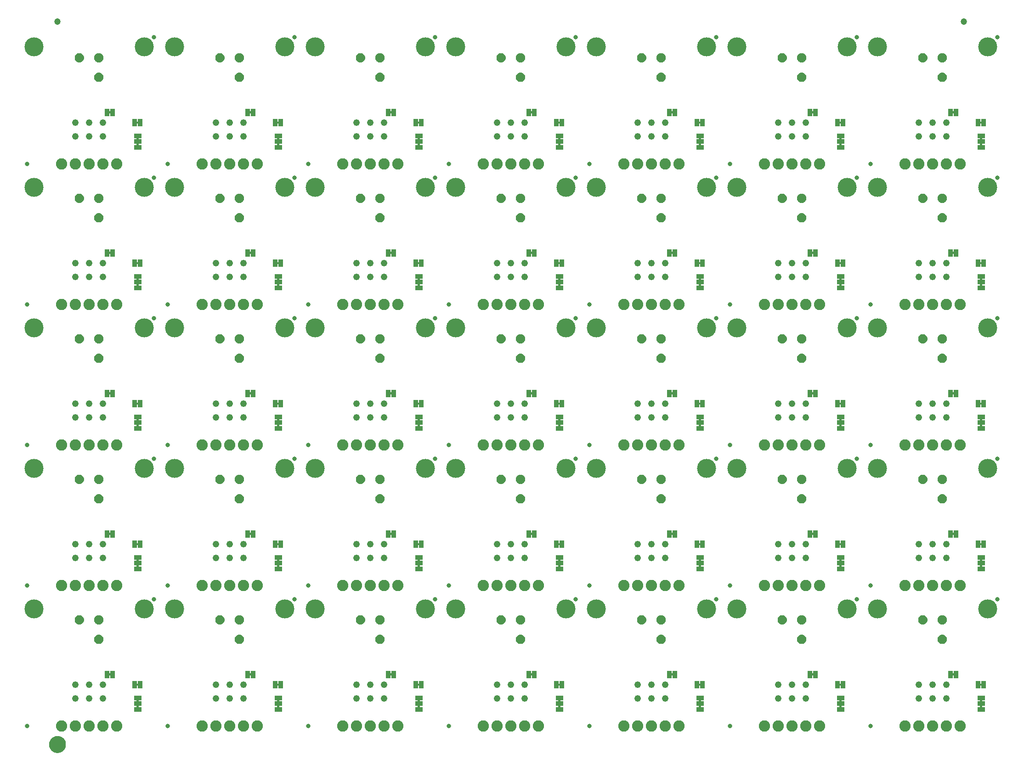
<source format=gbs>
G04 EAGLE Gerber RS-274X export*
G75*
%MOMM*%
%FSLAX34Y34*%
%LPD*%
%INSoldermask Bottom*%
%IPPOS*%
%AMOC8*
5,1,8,0,0,1.08239X$1,22.5*%
G01*
%ADD10C,0.838200*%
%ADD11C,2.082800*%
%ADD12R,0.863600X1.473200*%
%ADD13R,1.473200X0.863600*%
%ADD14C,1.221313*%
%ADD15C,3.505200*%
%ADD16C,0.850000*%
%ADD17C,1.203200*%
%ADD18C,1.270000*%
%ADD19C,1.703200*%

G36*
X217870Y1092847D02*
X217870Y1092847D01*
X217936Y1092849D01*
X217979Y1092867D01*
X218026Y1092875D01*
X218083Y1092909D01*
X218143Y1092934D01*
X218178Y1092965D01*
X218219Y1092990D01*
X218261Y1093041D01*
X218309Y1093085D01*
X218331Y1093127D01*
X218360Y1093164D01*
X218381Y1093226D01*
X218412Y1093285D01*
X218420Y1093339D01*
X218432Y1093376D01*
X218431Y1093416D01*
X218439Y1093470D01*
X218439Y1097280D01*
X218428Y1097345D01*
X218426Y1097411D01*
X218408Y1097454D01*
X218400Y1097501D01*
X218366Y1097558D01*
X218341Y1097618D01*
X218310Y1097653D01*
X218285Y1097694D01*
X218234Y1097736D01*
X218190Y1097784D01*
X218148Y1097806D01*
X218111Y1097835D01*
X218049Y1097856D01*
X217990Y1097887D01*
X217936Y1097895D01*
X217899Y1097907D01*
X217859Y1097906D01*
X217805Y1097914D01*
X215265Y1097914D01*
X215200Y1097903D01*
X215134Y1097901D01*
X215091Y1097883D01*
X215044Y1097875D01*
X214987Y1097841D01*
X214927Y1097816D01*
X214892Y1097785D01*
X214851Y1097760D01*
X214810Y1097709D01*
X214761Y1097665D01*
X214739Y1097623D01*
X214710Y1097586D01*
X214689Y1097524D01*
X214658Y1097465D01*
X214650Y1097411D01*
X214638Y1097374D01*
X214638Y1097370D01*
X214638Y1097369D01*
X214639Y1097334D01*
X214631Y1097280D01*
X214631Y1093470D01*
X214642Y1093405D01*
X214644Y1093339D01*
X214662Y1093296D01*
X214670Y1093249D01*
X214704Y1093192D01*
X214729Y1093132D01*
X214760Y1093097D01*
X214785Y1093056D01*
X214836Y1093015D01*
X214880Y1092966D01*
X214922Y1092944D01*
X214959Y1092915D01*
X215021Y1092894D01*
X215080Y1092863D01*
X215134Y1092855D01*
X215171Y1092843D01*
X215211Y1092844D01*
X215265Y1092836D01*
X217805Y1092836D01*
X217870Y1092847D01*
G37*
G36*
X1254190Y46367D02*
X1254190Y46367D01*
X1254256Y46369D01*
X1254299Y46387D01*
X1254346Y46395D01*
X1254403Y46429D01*
X1254463Y46454D01*
X1254498Y46485D01*
X1254539Y46510D01*
X1254581Y46561D01*
X1254629Y46605D01*
X1254651Y46647D01*
X1254680Y46684D01*
X1254701Y46746D01*
X1254732Y46805D01*
X1254740Y46859D01*
X1254752Y46896D01*
X1254751Y46936D01*
X1254759Y46990D01*
X1254759Y50800D01*
X1254748Y50865D01*
X1254746Y50931D01*
X1254728Y50974D01*
X1254720Y51021D01*
X1254686Y51078D01*
X1254661Y51138D01*
X1254630Y51173D01*
X1254605Y51214D01*
X1254554Y51256D01*
X1254510Y51304D01*
X1254468Y51326D01*
X1254431Y51355D01*
X1254369Y51376D01*
X1254310Y51407D01*
X1254256Y51415D01*
X1254219Y51427D01*
X1254179Y51426D01*
X1254125Y51434D01*
X1251585Y51434D01*
X1251520Y51423D01*
X1251454Y51421D01*
X1251411Y51403D01*
X1251364Y51395D01*
X1251307Y51361D01*
X1251247Y51336D01*
X1251212Y51305D01*
X1251171Y51280D01*
X1251130Y51229D01*
X1251081Y51185D01*
X1251059Y51143D01*
X1251030Y51106D01*
X1251009Y51044D01*
X1250978Y50985D01*
X1250970Y50931D01*
X1250958Y50894D01*
X1250958Y50890D01*
X1250958Y50889D01*
X1250959Y50854D01*
X1250951Y50800D01*
X1250951Y46990D01*
X1250962Y46925D01*
X1250964Y46859D01*
X1250982Y46816D01*
X1250990Y46769D01*
X1251024Y46712D01*
X1251049Y46652D01*
X1251080Y46617D01*
X1251105Y46576D01*
X1251156Y46535D01*
X1251200Y46486D01*
X1251242Y46464D01*
X1251279Y46435D01*
X1251341Y46414D01*
X1251400Y46383D01*
X1251454Y46375D01*
X1251491Y46363D01*
X1251531Y46364D01*
X1251585Y46356D01*
X1254125Y46356D01*
X1254190Y46367D01*
G37*
G36*
X736030Y574687D02*
X736030Y574687D01*
X736096Y574689D01*
X736139Y574707D01*
X736186Y574715D01*
X736243Y574749D01*
X736303Y574774D01*
X736338Y574805D01*
X736379Y574830D01*
X736421Y574881D01*
X736469Y574925D01*
X736491Y574967D01*
X736520Y575004D01*
X736541Y575066D01*
X736572Y575125D01*
X736580Y575179D01*
X736592Y575216D01*
X736591Y575256D01*
X736599Y575310D01*
X736599Y579120D01*
X736588Y579185D01*
X736586Y579251D01*
X736568Y579294D01*
X736560Y579341D01*
X736526Y579398D01*
X736501Y579458D01*
X736470Y579493D01*
X736445Y579534D01*
X736394Y579576D01*
X736350Y579624D01*
X736308Y579646D01*
X736271Y579675D01*
X736209Y579696D01*
X736150Y579727D01*
X736096Y579735D01*
X736059Y579747D01*
X736019Y579746D01*
X735965Y579754D01*
X733425Y579754D01*
X733360Y579743D01*
X733294Y579741D01*
X733251Y579723D01*
X733204Y579715D01*
X733147Y579681D01*
X733087Y579656D01*
X733052Y579625D01*
X733011Y579600D01*
X732970Y579549D01*
X732921Y579505D01*
X732899Y579463D01*
X732870Y579426D01*
X732849Y579364D01*
X732818Y579305D01*
X732810Y579251D01*
X732798Y579214D01*
X732798Y579210D01*
X732798Y579209D01*
X732799Y579174D01*
X732791Y579120D01*
X732791Y575310D01*
X732802Y575245D01*
X732804Y575179D01*
X732822Y575136D01*
X732830Y575089D01*
X732864Y575032D01*
X732889Y574972D01*
X732920Y574937D01*
X732945Y574896D01*
X732996Y574855D01*
X733040Y574806D01*
X733082Y574784D01*
X733119Y574755D01*
X733181Y574734D01*
X733240Y574703D01*
X733294Y574695D01*
X733331Y574683D01*
X733371Y574684D01*
X733425Y574676D01*
X735965Y574676D01*
X736030Y574687D01*
G37*
G36*
X1513270Y574687D02*
X1513270Y574687D01*
X1513336Y574689D01*
X1513379Y574707D01*
X1513426Y574715D01*
X1513483Y574749D01*
X1513543Y574774D01*
X1513578Y574805D01*
X1513619Y574830D01*
X1513661Y574881D01*
X1513709Y574925D01*
X1513731Y574967D01*
X1513760Y575004D01*
X1513781Y575066D01*
X1513812Y575125D01*
X1513820Y575179D01*
X1513832Y575216D01*
X1513831Y575256D01*
X1513839Y575310D01*
X1513839Y579120D01*
X1513828Y579185D01*
X1513826Y579251D01*
X1513808Y579294D01*
X1513800Y579341D01*
X1513766Y579398D01*
X1513741Y579458D01*
X1513710Y579493D01*
X1513685Y579534D01*
X1513634Y579576D01*
X1513590Y579624D01*
X1513548Y579646D01*
X1513511Y579675D01*
X1513449Y579696D01*
X1513390Y579727D01*
X1513336Y579735D01*
X1513299Y579747D01*
X1513259Y579746D01*
X1513205Y579754D01*
X1510665Y579754D01*
X1510600Y579743D01*
X1510534Y579741D01*
X1510491Y579723D01*
X1510444Y579715D01*
X1510387Y579681D01*
X1510327Y579656D01*
X1510292Y579625D01*
X1510251Y579600D01*
X1510210Y579549D01*
X1510161Y579505D01*
X1510139Y579463D01*
X1510110Y579426D01*
X1510089Y579364D01*
X1510058Y579305D01*
X1510050Y579251D01*
X1510038Y579214D01*
X1510038Y579210D01*
X1510038Y579209D01*
X1510039Y579174D01*
X1510031Y579120D01*
X1510031Y575310D01*
X1510042Y575245D01*
X1510044Y575179D01*
X1510062Y575136D01*
X1510070Y575089D01*
X1510104Y575032D01*
X1510129Y574972D01*
X1510160Y574937D01*
X1510185Y574896D01*
X1510236Y574855D01*
X1510280Y574806D01*
X1510322Y574784D01*
X1510359Y574755D01*
X1510421Y574734D01*
X1510480Y574703D01*
X1510534Y574695D01*
X1510571Y574683D01*
X1510611Y574684D01*
X1510665Y574676D01*
X1513205Y574676D01*
X1513270Y574687D01*
G37*
G36*
X476950Y574687D02*
X476950Y574687D01*
X477016Y574689D01*
X477059Y574707D01*
X477106Y574715D01*
X477163Y574749D01*
X477223Y574774D01*
X477258Y574805D01*
X477299Y574830D01*
X477341Y574881D01*
X477389Y574925D01*
X477411Y574967D01*
X477440Y575004D01*
X477461Y575066D01*
X477492Y575125D01*
X477500Y575179D01*
X477512Y575216D01*
X477511Y575256D01*
X477519Y575310D01*
X477519Y579120D01*
X477508Y579185D01*
X477506Y579251D01*
X477488Y579294D01*
X477480Y579341D01*
X477446Y579398D01*
X477421Y579458D01*
X477390Y579493D01*
X477365Y579534D01*
X477314Y579576D01*
X477270Y579624D01*
X477228Y579646D01*
X477191Y579675D01*
X477129Y579696D01*
X477070Y579727D01*
X477016Y579735D01*
X476979Y579747D01*
X476939Y579746D01*
X476885Y579754D01*
X474345Y579754D01*
X474280Y579743D01*
X474214Y579741D01*
X474171Y579723D01*
X474124Y579715D01*
X474067Y579681D01*
X474007Y579656D01*
X473972Y579625D01*
X473931Y579600D01*
X473890Y579549D01*
X473841Y579505D01*
X473819Y579463D01*
X473790Y579426D01*
X473769Y579364D01*
X473738Y579305D01*
X473730Y579251D01*
X473718Y579214D01*
X473718Y579210D01*
X473718Y579209D01*
X473719Y579174D01*
X473711Y579120D01*
X473711Y575310D01*
X473722Y575245D01*
X473724Y575179D01*
X473742Y575136D01*
X473750Y575089D01*
X473784Y575032D01*
X473809Y574972D01*
X473840Y574937D01*
X473865Y574896D01*
X473916Y574855D01*
X473960Y574806D01*
X474002Y574784D01*
X474039Y574755D01*
X474101Y574734D01*
X474160Y574703D01*
X474214Y574695D01*
X474251Y574683D01*
X474291Y574684D01*
X474345Y574676D01*
X476885Y574676D01*
X476950Y574687D01*
G37*
G36*
X1254190Y574687D02*
X1254190Y574687D01*
X1254256Y574689D01*
X1254299Y574707D01*
X1254346Y574715D01*
X1254403Y574749D01*
X1254463Y574774D01*
X1254498Y574805D01*
X1254539Y574830D01*
X1254581Y574881D01*
X1254629Y574925D01*
X1254651Y574967D01*
X1254680Y575004D01*
X1254701Y575066D01*
X1254732Y575125D01*
X1254740Y575179D01*
X1254752Y575216D01*
X1254751Y575256D01*
X1254759Y575310D01*
X1254759Y579120D01*
X1254748Y579185D01*
X1254746Y579251D01*
X1254728Y579294D01*
X1254720Y579341D01*
X1254686Y579398D01*
X1254661Y579458D01*
X1254630Y579493D01*
X1254605Y579534D01*
X1254554Y579576D01*
X1254510Y579624D01*
X1254468Y579646D01*
X1254431Y579675D01*
X1254369Y579696D01*
X1254310Y579727D01*
X1254256Y579735D01*
X1254219Y579747D01*
X1254179Y579746D01*
X1254125Y579754D01*
X1251585Y579754D01*
X1251520Y579743D01*
X1251454Y579741D01*
X1251411Y579723D01*
X1251364Y579715D01*
X1251307Y579681D01*
X1251247Y579656D01*
X1251212Y579625D01*
X1251171Y579600D01*
X1251130Y579549D01*
X1251081Y579505D01*
X1251059Y579463D01*
X1251030Y579426D01*
X1251009Y579364D01*
X1250978Y579305D01*
X1250970Y579251D01*
X1250958Y579214D01*
X1250958Y579210D01*
X1250958Y579209D01*
X1250959Y579174D01*
X1250951Y579120D01*
X1250951Y575310D01*
X1250962Y575245D01*
X1250964Y575179D01*
X1250982Y575136D01*
X1250990Y575089D01*
X1251024Y575032D01*
X1251049Y574972D01*
X1251080Y574937D01*
X1251105Y574896D01*
X1251156Y574855D01*
X1251200Y574806D01*
X1251242Y574784D01*
X1251279Y574755D01*
X1251341Y574734D01*
X1251400Y574703D01*
X1251454Y574695D01*
X1251491Y574683D01*
X1251531Y574684D01*
X1251585Y574676D01*
X1254125Y574676D01*
X1254190Y574687D01*
G37*
G36*
X995110Y574687D02*
X995110Y574687D01*
X995176Y574689D01*
X995219Y574707D01*
X995266Y574715D01*
X995323Y574749D01*
X995383Y574774D01*
X995418Y574805D01*
X995459Y574830D01*
X995501Y574881D01*
X995549Y574925D01*
X995571Y574967D01*
X995600Y575004D01*
X995621Y575066D01*
X995652Y575125D01*
X995660Y575179D01*
X995672Y575216D01*
X995671Y575256D01*
X995679Y575310D01*
X995679Y579120D01*
X995668Y579185D01*
X995666Y579251D01*
X995648Y579294D01*
X995640Y579341D01*
X995606Y579398D01*
X995581Y579458D01*
X995550Y579493D01*
X995525Y579534D01*
X995474Y579576D01*
X995430Y579624D01*
X995388Y579646D01*
X995351Y579675D01*
X995289Y579696D01*
X995230Y579727D01*
X995176Y579735D01*
X995139Y579747D01*
X995099Y579746D01*
X995045Y579754D01*
X992505Y579754D01*
X992440Y579743D01*
X992374Y579741D01*
X992331Y579723D01*
X992284Y579715D01*
X992227Y579681D01*
X992167Y579656D01*
X992132Y579625D01*
X992091Y579600D01*
X992050Y579549D01*
X992001Y579505D01*
X991979Y579463D01*
X991950Y579426D01*
X991929Y579364D01*
X991898Y579305D01*
X991890Y579251D01*
X991878Y579214D01*
X991878Y579210D01*
X991878Y579209D01*
X991879Y579174D01*
X991871Y579120D01*
X991871Y575310D01*
X991882Y575245D01*
X991884Y575179D01*
X991902Y575136D01*
X991910Y575089D01*
X991944Y575032D01*
X991969Y574972D01*
X992000Y574937D01*
X992025Y574896D01*
X992076Y574855D01*
X992120Y574806D01*
X992162Y574784D01*
X992199Y574755D01*
X992261Y574734D01*
X992320Y574703D01*
X992374Y574695D01*
X992411Y574683D01*
X992451Y574684D01*
X992505Y574676D01*
X995045Y574676D01*
X995110Y574687D01*
G37*
G36*
X1772350Y574687D02*
X1772350Y574687D01*
X1772416Y574689D01*
X1772459Y574707D01*
X1772506Y574715D01*
X1772563Y574749D01*
X1772623Y574774D01*
X1772658Y574805D01*
X1772699Y574830D01*
X1772741Y574881D01*
X1772789Y574925D01*
X1772811Y574967D01*
X1772840Y575004D01*
X1772861Y575066D01*
X1772892Y575125D01*
X1772900Y575179D01*
X1772912Y575216D01*
X1772911Y575256D01*
X1772919Y575310D01*
X1772919Y579120D01*
X1772908Y579185D01*
X1772906Y579251D01*
X1772888Y579294D01*
X1772880Y579341D01*
X1772846Y579398D01*
X1772821Y579458D01*
X1772790Y579493D01*
X1772765Y579534D01*
X1772714Y579576D01*
X1772670Y579624D01*
X1772628Y579646D01*
X1772591Y579675D01*
X1772529Y579696D01*
X1772470Y579727D01*
X1772416Y579735D01*
X1772379Y579747D01*
X1772339Y579746D01*
X1772285Y579754D01*
X1769745Y579754D01*
X1769680Y579743D01*
X1769614Y579741D01*
X1769571Y579723D01*
X1769524Y579715D01*
X1769467Y579681D01*
X1769407Y579656D01*
X1769372Y579625D01*
X1769331Y579600D01*
X1769290Y579549D01*
X1769241Y579505D01*
X1769219Y579463D01*
X1769190Y579426D01*
X1769169Y579364D01*
X1769138Y579305D01*
X1769130Y579251D01*
X1769118Y579214D01*
X1769118Y579210D01*
X1769118Y579209D01*
X1769119Y579174D01*
X1769111Y579120D01*
X1769111Y575310D01*
X1769122Y575245D01*
X1769124Y575179D01*
X1769142Y575136D01*
X1769150Y575089D01*
X1769184Y575032D01*
X1769209Y574972D01*
X1769240Y574937D01*
X1769265Y574896D01*
X1769316Y574855D01*
X1769360Y574806D01*
X1769402Y574784D01*
X1769439Y574755D01*
X1769501Y574734D01*
X1769560Y574703D01*
X1769614Y574695D01*
X1769651Y574683D01*
X1769691Y574684D01*
X1769745Y574676D01*
X1772285Y574676D01*
X1772350Y574687D01*
G37*
G36*
X1772350Y564527D02*
X1772350Y564527D01*
X1772416Y564529D01*
X1772459Y564547D01*
X1772506Y564555D01*
X1772563Y564589D01*
X1772623Y564614D01*
X1772658Y564645D01*
X1772699Y564670D01*
X1772741Y564721D01*
X1772789Y564765D01*
X1772811Y564807D01*
X1772840Y564844D01*
X1772861Y564906D01*
X1772892Y564965D01*
X1772900Y565019D01*
X1772912Y565056D01*
X1772911Y565096D01*
X1772919Y565150D01*
X1772919Y568960D01*
X1772908Y569025D01*
X1772906Y569091D01*
X1772888Y569134D01*
X1772880Y569181D01*
X1772846Y569238D01*
X1772821Y569298D01*
X1772790Y569333D01*
X1772765Y569374D01*
X1772714Y569416D01*
X1772670Y569464D01*
X1772628Y569486D01*
X1772591Y569515D01*
X1772529Y569536D01*
X1772470Y569567D01*
X1772416Y569575D01*
X1772379Y569587D01*
X1772339Y569586D01*
X1772285Y569594D01*
X1769745Y569594D01*
X1769680Y569583D01*
X1769614Y569581D01*
X1769571Y569563D01*
X1769524Y569555D01*
X1769467Y569521D01*
X1769407Y569496D01*
X1769372Y569465D01*
X1769331Y569440D01*
X1769290Y569389D01*
X1769241Y569345D01*
X1769219Y569303D01*
X1769190Y569266D01*
X1769169Y569204D01*
X1769138Y569145D01*
X1769130Y569091D01*
X1769118Y569054D01*
X1769118Y569050D01*
X1769118Y569049D01*
X1769119Y569014D01*
X1769111Y568960D01*
X1769111Y565150D01*
X1769122Y565085D01*
X1769124Y565019D01*
X1769142Y564976D01*
X1769150Y564929D01*
X1769184Y564872D01*
X1769209Y564812D01*
X1769240Y564777D01*
X1769265Y564736D01*
X1769316Y564695D01*
X1769360Y564646D01*
X1769402Y564624D01*
X1769439Y564595D01*
X1769501Y564574D01*
X1769560Y564543D01*
X1769614Y564535D01*
X1769651Y564523D01*
X1769691Y564524D01*
X1769745Y564516D01*
X1772285Y564516D01*
X1772350Y564527D01*
G37*
G36*
X1254190Y564527D02*
X1254190Y564527D01*
X1254256Y564529D01*
X1254299Y564547D01*
X1254346Y564555D01*
X1254403Y564589D01*
X1254463Y564614D01*
X1254498Y564645D01*
X1254539Y564670D01*
X1254581Y564721D01*
X1254629Y564765D01*
X1254651Y564807D01*
X1254680Y564844D01*
X1254701Y564906D01*
X1254732Y564965D01*
X1254740Y565019D01*
X1254752Y565056D01*
X1254751Y565096D01*
X1254759Y565150D01*
X1254759Y568960D01*
X1254748Y569025D01*
X1254746Y569091D01*
X1254728Y569134D01*
X1254720Y569181D01*
X1254686Y569238D01*
X1254661Y569298D01*
X1254630Y569333D01*
X1254605Y569374D01*
X1254554Y569416D01*
X1254510Y569464D01*
X1254468Y569486D01*
X1254431Y569515D01*
X1254369Y569536D01*
X1254310Y569567D01*
X1254256Y569575D01*
X1254219Y569587D01*
X1254179Y569586D01*
X1254125Y569594D01*
X1251585Y569594D01*
X1251520Y569583D01*
X1251454Y569581D01*
X1251411Y569563D01*
X1251364Y569555D01*
X1251307Y569521D01*
X1251247Y569496D01*
X1251212Y569465D01*
X1251171Y569440D01*
X1251130Y569389D01*
X1251081Y569345D01*
X1251059Y569303D01*
X1251030Y569266D01*
X1251009Y569204D01*
X1250978Y569145D01*
X1250970Y569091D01*
X1250958Y569054D01*
X1250958Y569050D01*
X1250958Y569049D01*
X1250959Y569014D01*
X1250951Y568960D01*
X1250951Y565150D01*
X1250962Y565085D01*
X1250964Y565019D01*
X1250982Y564976D01*
X1250990Y564929D01*
X1251024Y564872D01*
X1251049Y564812D01*
X1251080Y564777D01*
X1251105Y564736D01*
X1251156Y564695D01*
X1251200Y564646D01*
X1251242Y564624D01*
X1251279Y564595D01*
X1251341Y564574D01*
X1251400Y564543D01*
X1251454Y564535D01*
X1251491Y564523D01*
X1251531Y564524D01*
X1251585Y564516D01*
X1254125Y564516D01*
X1254190Y564527D01*
G37*
G36*
X476950Y564527D02*
X476950Y564527D01*
X477016Y564529D01*
X477059Y564547D01*
X477106Y564555D01*
X477163Y564589D01*
X477223Y564614D01*
X477258Y564645D01*
X477299Y564670D01*
X477341Y564721D01*
X477389Y564765D01*
X477411Y564807D01*
X477440Y564844D01*
X477461Y564906D01*
X477492Y564965D01*
X477500Y565019D01*
X477512Y565056D01*
X477511Y565096D01*
X477519Y565150D01*
X477519Y568960D01*
X477508Y569025D01*
X477506Y569091D01*
X477488Y569134D01*
X477480Y569181D01*
X477446Y569238D01*
X477421Y569298D01*
X477390Y569333D01*
X477365Y569374D01*
X477314Y569416D01*
X477270Y569464D01*
X477228Y569486D01*
X477191Y569515D01*
X477129Y569536D01*
X477070Y569567D01*
X477016Y569575D01*
X476979Y569587D01*
X476939Y569586D01*
X476885Y569594D01*
X474345Y569594D01*
X474280Y569583D01*
X474214Y569581D01*
X474171Y569563D01*
X474124Y569555D01*
X474067Y569521D01*
X474007Y569496D01*
X473972Y569465D01*
X473931Y569440D01*
X473890Y569389D01*
X473841Y569345D01*
X473819Y569303D01*
X473790Y569266D01*
X473769Y569204D01*
X473738Y569145D01*
X473730Y569091D01*
X473718Y569054D01*
X473718Y569050D01*
X473718Y569049D01*
X473719Y569014D01*
X473711Y568960D01*
X473711Y565150D01*
X473722Y565085D01*
X473724Y565019D01*
X473742Y564976D01*
X473750Y564929D01*
X473784Y564872D01*
X473809Y564812D01*
X473840Y564777D01*
X473865Y564736D01*
X473916Y564695D01*
X473960Y564646D01*
X474002Y564624D01*
X474039Y564595D01*
X474101Y564574D01*
X474160Y564543D01*
X474214Y564535D01*
X474251Y564523D01*
X474291Y564524D01*
X474345Y564516D01*
X476885Y564516D01*
X476950Y564527D01*
G37*
G36*
X217870Y564527D02*
X217870Y564527D01*
X217936Y564529D01*
X217979Y564547D01*
X218026Y564555D01*
X218083Y564589D01*
X218143Y564614D01*
X218178Y564645D01*
X218219Y564670D01*
X218261Y564721D01*
X218309Y564765D01*
X218331Y564807D01*
X218360Y564844D01*
X218381Y564906D01*
X218412Y564965D01*
X218420Y565019D01*
X218432Y565056D01*
X218431Y565096D01*
X218439Y565150D01*
X218439Y568960D01*
X218428Y569025D01*
X218426Y569091D01*
X218408Y569134D01*
X218400Y569181D01*
X218366Y569238D01*
X218341Y569298D01*
X218310Y569333D01*
X218285Y569374D01*
X218234Y569416D01*
X218190Y569464D01*
X218148Y569486D01*
X218111Y569515D01*
X218049Y569536D01*
X217990Y569567D01*
X217936Y569575D01*
X217899Y569587D01*
X217859Y569586D01*
X217805Y569594D01*
X215265Y569594D01*
X215200Y569583D01*
X215134Y569581D01*
X215091Y569563D01*
X215044Y569555D01*
X214987Y569521D01*
X214927Y569496D01*
X214892Y569465D01*
X214851Y569440D01*
X214810Y569389D01*
X214761Y569345D01*
X214739Y569303D01*
X214710Y569266D01*
X214689Y569204D01*
X214658Y569145D01*
X214650Y569091D01*
X214638Y569054D01*
X214638Y569050D01*
X214638Y569049D01*
X214639Y569014D01*
X214631Y568960D01*
X214631Y565150D01*
X214642Y565085D01*
X214644Y565019D01*
X214662Y564976D01*
X214670Y564929D01*
X214704Y564872D01*
X214729Y564812D01*
X214760Y564777D01*
X214785Y564736D01*
X214836Y564695D01*
X214880Y564646D01*
X214922Y564624D01*
X214959Y564595D01*
X215021Y564574D01*
X215080Y564543D01*
X215134Y564535D01*
X215171Y564523D01*
X215211Y564524D01*
X215265Y564516D01*
X217805Y564516D01*
X217870Y564527D01*
G37*
G36*
X736030Y564527D02*
X736030Y564527D01*
X736096Y564529D01*
X736139Y564547D01*
X736186Y564555D01*
X736243Y564589D01*
X736303Y564614D01*
X736338Y564645D01*
X736379Y564670D01*
X736421Y564721D01*
X736469Y564765D01*
X736491Y564807D01*
X736520Y564844D01*
X736541Y564906D01*
X736572Y564965D01*
X736580Y565019D01*
X736592Y565056D01*
X736591Y565096D01*
X736599Y565150D01*
X736599Y568960D01*
X736588Y569025D01*
X736586Y569091D01*
X736568Y569134D01*
X736560Y569181D01*
X736526Y569238D01*
X736501Y569298D01*
X736470Y569333D01*
X736445Y569374D01*
X736394Y569416D01*
X736350Y569464D01*
X736308Y569486D01*
X736271Y569515D01*
X736209Y569536D01*
X736150Y569567D01*
X736096Y569575D01*
X736059Y569587D01*
X736019Y569586D01*
X735965Y569594D01*
X733425Y569594D01*
X733360Y569583D01*
X733294Y569581D01*
X733251Y569563D01*
X733204Y569555D01*
X733147Y569521D01*
X733087Y569496D01*
X733052Y569465D01*
X733011Y569440D01*
X732970Y569389D01*
X732921Y569345D01*
X732899Y569303D01*
X732870Y569266D01*
X732849Y569204D01*
X732818Y569145D01*
X732810Y569091D01*
X732798Y569054D01*
X732798Y569050D01*
X732798Y569049D01*
X732799Y569014D01*
X732791Y568960D01*
X732791Y565150D01*
X732802Y565085D01*
X732804Y565019D01*
X732822Y564976D01*
X732830Y564929D01*
X732864Y564872D01*
X732889Y564812D01*
X732920Y564777D01*
X732945Y564736D01*
X732996Y564695D01*
X733040Y564646D01*
X733082Y564624D01*
X733119Y564595D01*
X733181Y564574D01*
X733240Y564543D01*
X733294Y564535D01*
X733331Y564523D01*
X733371Y564524D01*
X733425Y564516D01*
X735965Y564516D01*
X736030Y564527D01*
G37*
G36*
X995110Y564527D02*
X995110Y564527D01*
X995176Y564529D01*
X995219Y564547D01*
X995266Y564555D01*
X995323Y564589D01*
X995383Y564614D01*
X995418Y564645D01*
X995459Y564670D01*
X995501Y564721D01*
X995549Y564765D01*
X995571Y564807D01*
X995600Y564844D01*
X995621Y564906D01*
X995652Y564965D01*
X995660Y565019D01*
X995672Y565056D01*
X995671Y565096D01*
X995679Y565150D01*
X995679Y568960D01*
X995668Y569025D01*
X995666Y569091D01*
X995648Y569134D01*
X995640Y569181D01*
X995606Y569238D01*
X995581Y569298D01*
X995550Y569333D01*
X995525Y569374D01*
X995474Y569416D01*
X995430Y569464D01*
X995388Y569486D01*
X995351Y569515D01*
X995289Y569536D01*
X995230Y569567D01*
X995176Y569575D01*
X995139Y569587D01*
X995099Y569586D01*
X995045Y569594D01*
X992505Y569594D01*
X992440Y569583D01*
X992374Y569581D01*
X992331Y569563D01*
X992284Y569555D01*
X992227Y569521D01*
X992167Y569496D01*
X992132Y569465D01*
X992091Y569440D01*
X992050Y569389D01*
X992001Y569345D01*
X991979Y569303D01*
X991950Y569266D01*
X991929Y569204D01*
X991898Y569145D01*
X991890Y569091D01*
X991878Y569054D01*
X991878Y569050D01*
X991878Y569049D01*
X991879Y569014D01*
X991871Y568960D01*
X991871Y565150D01*
X991882Y565085D01*
X991884Y565019D01*
X991902Y564976D01*
X991910Y564929D01*
X991944Y564872D01*
X991969Y564812D01*
X992000Y564777D01*
X992025Y564736D01*
X992076Y564695D01*
X992120Y564646D01*
X992162Y564624D01*
X992199Y564595D01*
X992261Y564574D01*
X992320Y564543D01*
X992374Y564535D01*
X992411Y564523D01*
X992451Y564524D01*
X992505Y564516D01*
X995045Y564516D01*
X995110Y564527D01*
G37*
G36*
X476950Y1092847D02*
X476950Y1092847D01*
X477016Y1092849D01*
X477059Y1092867D01*
X477106Y1092875D01*
X477163Y1092909D01*
X477223Y1092934D01*
X477258Y1092965D01*
X477299Y1092990D01*
X477341Y1093041D01*
X477389Y1093085D01*
X477411Y1093127D01*
X477440Y1093164D01*
X477461Y1093226D01*
X477492Y1093285D01*
X477500Y1093339D01*
X477512Y1093376D01*
X477511Y1093416D01*
X477519Y1093470D01*
X477519Y1097280D01*
X477508Y1097345D01*
X477506Y1097411D01*
X477488Y1097454D01*
X477480Y1097501D01*
X477446Y1097558D01*
X477421Y1097618D01*
X477390Y1097653D01*
X477365Y1097694D01*
X477314Y1097736D01*
X477270Y1097784D01*
X477228Y1097806D01*
X477191Y1097835D01*
X477129Y1097856D01*
X477070Y1097887D01*
X477016Y1097895D01*
X476979Y1097907D01*
X476939Y1097906D01*
X476885Y1097914D01*
X474345Y1097914D01*
X474280Y1097903D01*
X474214Y1097901D01*
X474171Y1097883D01*
X474124Y1097875D01*
X474067Y1097841D01*
X474007Y1097816D01*
X473972Y1097785D01*
X473931Y1097760D01*
X473890Y1097709D01*
X473841Y1097665D01*
X473819Y1097623D01*
X473790Y1097586D01*
X473769Y1097524D01*
X473738Y1097465D01*
X473730Y1097411D01*
X473718Y1097374D01*
X473718Y1097370D01*
X473718Y1097369D01*
X473719Y1097334D01*
X473711Y1097280D01*
X473711Y1093470D01*
X473722Y1093405D01*
X473724Y1093339D01*
X473742Y1093296D01*
X473750Y1093249D01*
X473784Y1093192D01*
X473809Y1093132D01*
X473840Y1093097D01*
X473865Y1093056D01*
X473916Y1093015D01*
X473960Y1092966D01*
X474002Y1092944D01*
X474039Y1092915D01*
X474101Y1092894D01*
X474160Y1092863D01*
X474214Y1092855D01*
X474251Y1092843D01*
X474291Y1092844D01*
X474345Y1092836D01*
X476885Y1092836D01*
X476950Y1092847D01*
G37*
G36*
X995110Y1092847D02*
X995110Y1092847D01*
X995176Y1092849D01*
X995219Y1092867D01*
X995266Y1092875D01*
X995323Y1092909D01*
X995383Y1092934D01*
X995418Y1092965D01*
X995459Y1092990D01*
X995501Y1093041D01*
X995549Y1093085D01*
X995571Y1093127D01*
X995600Y1093164D01*
X995621Y1093226D01*
X995652Y1093285D01*
X995660Y1093339D01*
X995672Y1093376D01*
X995671Y1093416D01*
X995679Y1093470D01*
X995679Y1097280D01*
X995668Y1097345D01*
X995666Y1097411D01*
X995648Y1097454D01*
X995640Y1097501D01*
X995606Y1097558D01*
X995581Y1097618D01*
X995550Y1097653D01*
X995525Y1097694D01*
X995474Y1097736D01*
X995430Y1097784D01*
X995388Y1097806D01*
X995351Y1097835D01*
X995289Y1097856D01*
X995230Y1097887D01*
X995176Y1097895D01*
X995139Y1097907D01*
X995099Y1097906D01*
X995045Y1097914D01*
X992505Y1097914D01*
X992440Y1097903D01*
X992374Y1097901D01*
X992331Y1097883D01*
X992284Y1097875D01*
X992227Y1097841D01*
X992167Y1097816D01*
X992132Y1097785D01*
X992091Y1097760D01*
X992050Y1097709D01*
X992001Y1097665D01*
X991979Y1097623D01*
X991950Y1097586D01*
X991929Y1097524D01*
X991898Y1097465D01*
X991890Y1097411D01*
X991878Y1097374D01*
X991878Y1097370D01*
X991878Y1097369D01*
X991879Y1097334D01*
X991871Y1097280D01*
X991871Y1093470D01*
X991882Y1093405D01*
X991884Y1093339D01*
X991902Y1093296D01*
X991910Y1093249D01*
X991944Y1093192D01*
X991969Y1093132D01*
X992000Y1093097D01*
X992025Y1093056D01*
X992076Y1093015D01*
X992120Y1092966D01*
X992162Y1092944D01*
X992199Y1092915D01*
X992261Y1092894D01*
X992320Y1092863D01*
X992374Y1092855D01*
X992411Y1092843D01*
X992451Y1092844D01*
X992505Y1092836D01*
X995045Y1092836D01*
X995110Y1092847D01*
G37*
G36*
X1254190Y1092847D02*
X1254190Y1092847D01*
X1254256Y1092849D01*
X1254299Y1092867D01*
X1254346Y1092875D01*
X1254403Y1092909D01*
X1254463Y1092934D01*
X1254498Y1092965D01*
X1254539Y1092990D01*
X1254581Y1093041D01*
X1254629Y1093085D01*
X1254651Y1093127D01*
X1254680Y1093164D01*
X1254701Y1093226D01*
X1254732Y1093285D01*
X1254740Y1093339D01*
X1254752Y1093376D01*
X1254751Y1093416D01*
X1254759Y1093470D01*
X1254759Y1097280D01*
X1254748Y1097345D01*
X1254746Y1097411D01*
X1254728Y1097454D01*
X1254720Y1097501D01*
X1254686Y1097558D01*
X1254661Y1097618D01*
X1254630Y1097653D01*
X1254605Y1097694D01*
X1254554Y1097736D01*
X1254510Y1097784D01*
X1254468Y1097806D01*
X1254431Y1097835D01*
X1254369Y1097856D01*
X1254310Y1097887D01*
X1254256Y1097895D01*
X1254219Y1097907D01*
X1254179Y1097906D01*
X1254125Y1097914D01*
X1251585Y1097914D01*
X1251520Y1097903D01*
X1251454Y1097901D01*
X1251411Y1097883D01*
X1251364Y1097875D01*
X1251307Y1097841D01*
X1251247Y1097816D01*
X1251212Y1097785D01*
X1251171Y1097760D01*
X1251130Y1097709D01*
X1251081Y1097665D01*
X1251059Y1097623D01*
X1251030Y1097586D01*
X1251009Y1097524D01*
X1250978Y1097465D01*
X1250970Y1097411D01*
X1250958Y1097374D01*
X1250958Y1097370D01*
X1250958Y1097369D01*
X1250959Y1097334D01*
X1250951Y1097280D01*
X1250951Y1093470D01*
X1250962Y1093405D01*
X1250964Y1093339D01*
X1250982Y1093296D01*
X1250990Y1093249D01*
X1251024Y1093192D01*
X1251049Y1093132D01*
X1251080Y1093097D01*
X1251105Y1093056D01*
X1251156Y1093015D01*
X1251200Y1092966D01*
X1251242Y1092944D01*
X1251279Y1092915D01*
X1251341Y1092894D01*
X1251400Y1092863D01*
X1251454Y1092855D01*
X1251491Y1092843D01*
X1251531Y1092844D01*
X1251585Y1092836D01*
X1254125Y1092836D01*
X1254190Y1092847D01*
G37*
G36*
X217870Y574687D02*
X217870Y574687D01*
X217936Y574689D01*
X217979Y574707D01*
X218026Y574715D01*
X218083Y574749D01*
X218143Y574774D01*
X218178Y574805D01*
X218219Y574830D01*
X218261Y574881D01*
X218309Y574925D01*
X218331Y574967D01*
X218360Y575004D01*
X218381Y575066D01*
X218412Y575125D01*
X218420Y575179D01*
X218432Y575216D01*
X218431Y575256D01*
X218439Y575310D01*
X218439Y579120D01*
X218428Y579185D01*
X218426Y579251D01*
X218408Y579294D01*
X218400Y579341D01*
X218366Y579398D01*
X218341Y579458D01*
X218310Y579493D01*
X218285Y579534D01*
X218234Y579576D01*
X218190Y579624D01*
X218148Y579646D01*
X218111Y579675D01*
X218049Y579696D01*
X217990Y579727D01*
X217936Y579735D01*
X217899Y579747D01*
X217859Y579746D01*
X217805Y579754D01*
X215265Y579754D01*
X215200Y579743D01*
X215134Y579741D01*
X215091Y579723D01*
X215044Y579715D01*
X214987Y579681D01*
X214927Y579656D01*
X214892Y579625D01*
X214851Y579600D01*
X214810Y579549D01*
X214761Y579505D01*
X214739Y579463D01*
X214710Y579426D01*
X214689Y579364D01*
X214658Y579305D01*
X214650Y579251D01*
X214638Y579214D01*
X214638Y579210D01*
X214638Y579209D01*
X214639Y579174D01*
X214631Y579120D01*
X214631Y575310D01*
X214642Y575245D01*
X214644Y575179D01*
X214662Y575136D01*
X214670Y575089D01*
X214704Y575032D01*
X214729Y574972D01*
X214760Y574937D01*
X214785Y574896D01*
X214836Y574855D01*
X214880Y574806D01*
X214922Y574784D01*
X214959Y574755D01*
X215021Y574734D01*
X215080Y574703D01*
X215134Y574695D01*
X215171Y574683D01*
X215211Y574684D01*
X215265Y574676D01*
X217805Y574676D01*
X217870Y574687D01*
G37*
G36*
X1772350Y1092847D02*
X1772350Y1092847D01*
X1772416Y1092849D01*
X1772459Y1092867D01*
X1772506Y1092875D01*
X1772563Y1092909D01*
X1772623Y1092934D01*
X1772658Y1092965D01*
X1772699Y1092990D01*
X1772741Y1093041D01*
X1772789Y1093085D01*
X1772811Y1093127D01*
X1772840Y1093164D01*
X1772861Y1093226D01*
X1772892Y1093285D01*
X1772900Y1093339D01*
X1772912Y1093376D01*
X1772911Y1093416D01*
X1772919Y1093470D01*
X1772919Y1097280D01*
X1772908Y1097345D01*
X1772906Y1097411D01*
X1772888Y1097454D01*
X1772880Y1097501D01*
X1772846Y1097558D01*
X1772821Y1097618D01*
X1772790Y1097653D01*
X1772765Y1097694D01*
X1772714Y1097736D01*
X1772670Y1097784D01*
X1772628Y1097806D01*
X1772591Y1097835D01*
X1772529Y1097856D01*
X1772470Y1097887D01*
X1772416Y1097895D01*
X1772379Y1097907D01*
X1772339Y1097906D01*
X1772285Y1097914D01*
X1769745Y1097914D01*
X1769680Y1097903D01*
X1769614Y1097901D01*
X1769571Y1097883D01*
X1769524Y1097875D01*
X1769467Y1097841D01*
X1769407Y1097816D01*
X1769372Y1097785D01*
X1769331Y1097760D01*
X1769290Y1097709D01*
X1769241Y1097665D01*
X1769219Y1097623D01*
X1769190Y1097586D01*
X1769169Y1097524D01*
X1769138Y1097465D01*
X1769130Y1097411D01*
X1769118Y1097374D01*
X1769118Y1097370D01*
X1769118Y1097369D01*
X1769119Y1097334D01*
X1769111Y1097280D01*
X1769111Y1093470D01*
X1769122Y1093405D01*
X1769124Y1093339D01*
X1769142Y1093296D01*
X1769150Y1093249D01*
X1769184Y1093192D01*
X1769209Y1093132D01*
X1769240Y1093097D01*
X1769265Y1093056D01*
X1769316Y1093015D01*
X1769360Y1092966D01*
X1769402Y1092944D01*
X1769439Y1092915D01*
X1769501Y1092894D01*
X1769560Y1092863D01*
X1769614Y1092855D01*
X1769651Y1092843D01*
X1769691Y1092844D01*
X1769745Y1092836D01*
X1772285Y1092836D01*
X1772350Y1092847D01*
G37*
G36*
X1513270Y1092847D02*
X1513270Y1092847D01*
X1513336Y1092849D01*
X1513379Y1092867D01*
X1513426Y1092875D01*
X1513483Y1092909D01*
X1513543Y1092934D01*
X1513578Y1092965D01*
X1513619Y1092990D01*
X1513661Y1093041D01*
X1513709Y1093085D01*
X1513731Y1093127D01*
X1513760Y1093164D01*
X1513781Y1093226D01*
X1513812Y1093285D01*
X1513820Y1093339D01*
X1513832Y1093376D01*
X1513831Y1093416D01*
X1513839Y1093470D01*
X1513839Y1097280D01*
X1513828Y1097345D01*
X1513826Y1097411D01*
X1513808Y1097454D01*
X1513800Y1097501D01*
X1513766Y1097558D01*
X1513741Y1097618D01*
X1513710Y1097653D01*
X1513685Y1097694D01*
X1513634Y1097736D01*
X1513590Y1097784D01*
X1513548Y1097806D01*
X1513511Y1097835D01*
X1513449Y1097856D01*
X1513390Y1097887D01*
X1513336Y1097895D01*
X1513299Y1097907D01*
X1513259Y1097906D01*
X1513205Y1097914D01*
X1510665Y1097914D01*
X1510600Y1097903D01*
X1510534Y1097901D01*
X1510491Y1097883D01*
X1510444Y1097875D01*
X1510387Y1097841D01*
X1510327Y1097816D01*
X1510292Y1097785D01*
X1510251Y1097760D01*
X1510210Y1097709D01*
X1510161Y1097665D01*
X1510139Y1097623D01*
X1510110Y1097586D01*
X1510089Y1097524D01*
X1510058Y1097465D01*
X1510050Y1097411D01*
X1510038Y1097374D01*
X1510038Y1097370D01*
X1510038Y1097369D01*
X1510039Y1097334D01*
X1510031Y1097280D01*
X1510031Y1093470D01*
X1510042Y1093405D01*
X1510044Y1093339D01*
X1510062Y1093296D01*
X1510070Y1093249D01*
X1510104Y1093192D01*
X1510129Y1093132D01*
X1510160Y1093097D01*
X1510185Y1093056D01*
X1510236Y1093015D01*
X1510280Y1092966D01*
X1510322Y1092944D01*
X1510359Y1092915D01*
X1510421Y1092894D01*
X1510480Y1092863D01*
X1510534Y1092855D01*
X1510571Y1092843D01*
X1510611Y1092844D01*
X1510665Y1092836D01*
X1513205Y1092836D01*
X1513270Y1092847D01*
G37*
G36*
X736030Y1092847D02*
X736030Y1092847D01*
X736096Y1092849D01*
X736139Y1092867D01*
X736186Y1092875D01*
X736243Y1092909D01*
X736303Y1092934D01*
X736338Y1092965D01*
X736379Y1092990D01*
X736421Y1093041D01*
X736469Y1093085D01*
X736491Y1093127D01*
X736520Y1093164D01*
X736541Y1093226D01*
X736572Y1093285D01*
X736580Y1093339D01*
X736592Y1093376D01*
X736591Y1093416D01*
X736599Y1093470D01*
X736599Y1097280D01*
X736588Y1097345D01*
X736586Y1097411D01*
X736568Y1097454D01*
X736560Y1097501D01*
X736526Y1097558D01*
X736501Y1097618D01*
X736470Y1097653D01*
X736445Y1097694D01*
X736394Y1097736D01*
X736350Y1097784D01*
X736308Y1097806D01*
X736271Y1097835D01*
X736209Y1097856D01*
X736150Y1097887D01*
X736096Y1097895D01*
X736059Y1097907D01*
X736019Y1097906D01*
X735965Y1097914D01*
X733425Y1097914D01*
X733360Y1097903D01*
X733294Y1097901D01*
X733251Y1097883D01*
X733204Y1097875D01*
X733147Y1097841D01*
X733087Y1097816D01*
X733052Y1097785D01*
X733011Y1097760D01*
X732970Y1097709D01*
X732921Y1097665D01*
X732899Y1097623D01*
X732870Y1097586D01*
X732849Y1097524D01*
X732818Y1097465D01*
X732810Y1097411D01*
X732798Y1097374D01*
X732798Y1097370D01*
X732798Y1097369D01*
X732799Y1097334D01*
X732791Y1097280D01*
X732791Y1093470D01*
X732802Y1093405D01*
X732804Y1093339D01*
X732822Y1093296D01*
X732830Y1093249D01*
X732864Y1093192D01*
X732889Y1093132D01*
X732920Y1093097D01*
X732945Y1093056D01*
X732996Y1093015D01*
X733040Y1092966D01*
X733082Y1092944D01*
X733119Y1092915D01*
X733181Y1092894D01*
X733240Y1092863D01*
X733294Y1092855D01*
X733331Y1092843D01*
X733371Y1092844D01*
X733425Y1092836D01*
X735965Y1092836D01*
X736030Y1092847D01*
G37*
G36*
X1254190Y1082687D02*
X1254190Y1082687D01*
X1254256Y1082689D01*
X1254299Y1082707D01*
X1254346Y1082715D01*
X1254403Y1082749D01*
X1254463Y1082774D01*
X1254498Y1082805D01*
X1254539Y1082830D01*
X1254581Y1082881D01*
X1254629Y1082925D01*
X1254651Y1082967D01*
X1254680Y1083004D01*
X1254701Y1083066D01*
X1254732Y1083125D01*
X1254740Y1083179D01*
X1254752Y1083216D01*
X1254751Y1083256D01*
X1254759Y1083310D01*
X1254759Y1087120D01*
X1254748Y1087185D01*
X1254746Y1087251D01*
X1254728Y1087294D01*
X1254720Y1087341D01*
X1254686Y1087398D01*
X1254661Y1087458D01*
X1254630Y1087493D01*
X1254605Y1087534D01*
X1254554Y1087576D01*
X1254510Y1087624D01*
X1254468Y1087646D01*
X1254431Y1087675D01*
X1254369Y1087696D01*
X1254310Y1087727D01*
X1254256Y1087735D01*
X1254219Y1087747D01*
X1254179Y1087746D01*
X1254125Y1087754D01*
X1251585Y1087754D01*
X1251520Y1087743D01*
X1251454Y1087741D01*
X1251411Y1087723D01*
X1251364Y1087715D01*
X1251307Y1087681D01*
X1251247Y1087656D01*
X1251212Y1087625D01*
X1251171Y1087600D01*
X1251130Y1087549D01*
X1251081Y1087505D01*
X1251059Y1087463D01*
X1251030Y1087426D01*
X1251009Y1087364D01*
X1250978Y1087305D01*
X1250970Y1087251D01*
X1250958Y1087214D01*
X1250958Y1087210D01*
X1250958Y1087209D01*
X1250959Y1087174D01*
X1250951Y1087120D01*
X1250951Y1083310D01*
X1250962Y1083245D01*
X1250964Y1083179D01*
X1250982Y1083136D01*
X1250990Y1083089D01*
X1251024Y1083032D01*
X1251049Y1082972D01*
X1251080Y1082937D01*
X1251105Y1082896D01*
X1251156Y1082855D01*
X1251200Y1082806D01*
X1251242Y1082784D01*
X1251279Y1082755D01*
X1251341Y1082734D01*
X1251400Y1082703D01*
X1251454Y1082695D01*
X1251491Y1082683D01*
X1251531Y1082684D01*
X1251585Y1082676D01*
X1254125Y1082676D01*
X1254190Y1082687D01*
G37*
G36*
X736030Y1082687D02*
X736030Y1082687D01*
X736096Y1082689D01*
X736139Y1082707D01*
X736186Y1082715D01*
X736243Y1082749D01*
X736303Y1082774D01*
X736338Y1082805D01*
X736379Y1082830D01*
X736421Y1082881D01*
X736469Y1082925D01*
X736491Y1082967D01*
X736520Y1083004D01*
X736541Y1083066D01*
X736572Y1083125D01*
X736580Y1083179D01*
X736592Y1083216D01*
X736591Y1083256D01*
X736599Y1083310D01*
X736599Y1087120D01*
X736588Y1087185D01*
X736586Y1087251D01*
X736568Y1087294D01*
X736560Y1087341D01*
X736526Y1087398D01*
X736501Y1087458D01*
X736470Y1087493D01*
X736445Y1087534D01*
X736394Y1087576D01*
X736350Y1087624D01*
X736308Y1087646D01*
X736271Y1087675D01*
X736209Y1087696D01*
X736150Y1087727D01*
X736096Y1087735D01*
X736059Y1087747D01*
X736019Y1087746D01*
X735965Y1087754D01*
X733425Y1087754D01*
X733360Y1087743D01*
X733294Y1087741D01*
X733251Y1087723D01*
X733204Y1087715D01*
X733147Y1087681D01*
X733087Y1087656D01*
X733052Y1087625D01*
X733011Y1087600D01*
X732970Y1087549D01*
X732921Y1087505D01*
X732899Y1087463D01*
X732870Y1087426D01*
X732849Y1087364D01*
X732818Y1087305D01*
X732810Y1087251D01*
X732798Y1087214D01*
X732798Y1087210D01*
X732798Y1087209D01*
X732799Y1087174D01*
X732791Y1087120D01*
X732791Y1083310D01*
X732802Y1083245D01*
X732804Y1083179D01*
X732822Y1083136D01*
X732830Y1083089D01*
X732864Y1083032D01*
X732889Y1082972D01*
X732920Y1082937D01*
X732945Y1082896D01*
X732996Y1082855D01*
X733040Y1082806D01*
X733082Y1082784D01*
X733119Y1082755D01*
X733181Y1082734D01*
X733240Y1082703D01*
X733294Y1082695D01*
X733331Y1082683D01*
X733371Y1082684D01*
X733425Y1082676D01*
X735965Y1082676D01*
X736030Y1082687D01*
G37*
G36*
X1513270Y1082687D02*
X1513270Y1082687D01*
X1513336Y1082689D01*
X1513379Y1082707D01*
X1513426Y1082715D01*
X1513483Y1082749D01*
X1513543Y1082774D01*
X1513578Y1082805D01*
X1513619Y1082830D01*
X1513661Y1082881D01*
X1513709Y1082925D01*
X1513731Y1082967D01*
X1513760Y1083004D01*
X1513781Y1083066D01*
X1513812Y1083125D01*
X1513820Y1083179D01*
X1513832Y1083216D01*
X1513831Y1083256D01*
X1513839Y1083310D01*
X1513839Y1087120D01*
X1513828Y1087185D01*
X1513826Y1087251D01*
X1513808Y1087294D01*
X1513800Y1087341D01*
X1513766Y1087398D01*
X1513741Y1087458D01*
X1513710Y1087493D01*
X1513685Y1087534D01*
X1513634Y1087576D01*
X1513590Y1087624D01*
X1513548Y1087646D01*
X1513511Y1087675D01*
X1513449Y1087696D01*
X1513390Y1087727D01*
X1513336Y1087735D01*
X1513299Y1087747D01*
X1513259Y1087746D01*
X1513205Y1087754D01*
X1510665Y1087754D01*
X1510600Y1087743D01*
X1510534Y1087741D01*
X1510491Y1087723D01*
X1510444Y1087715D01*
X1510387Y1087681D01*
X1510327Y1087656D01*
X1510292Y1087625D01*
X1510251Y1087600D01*
X1510210Y1087549D01*
X1510161Y1087505D01*
X1510139Y1087463D01*
X1510110Y1087426D01*
X1510089Y1087364D01*
X1510058Y1087305D01*
X1510050Y1087251D01*
X1510038Y1087214D01*
X1510038Y1087210D01*
X1510038Y1087209D01*
X1510039Y1087174D01*
X1510031Y1087120D01*
X1510031Y1083310D01*
X1510042Y1083245D01*
X1510044Y1083179D01*
X1510062Y1083136D01*
X1510070Y1083089D01*
X1510104Y1083032D01*
X1510129Y1082972D01*
X1510160Y1082937D01*
X1510185Y1082896D01*
X1510236Y1082855D01*
X1510280Y1082806D01*
X1510322Y1082784D01*
X1510359Y1082755D01*
X1510421Y1082734D01*
X1510480Y1082703D01*
X1510534Y1082695D01*
X1510571Y1082683D01*
X1510611Y1082684D01*
X1510665Y1082676D01*
X1513205Y1082676D01*
X1513270Y1082687D01*
G37*
G36*
X995110Y1082687D02*
X995110Y1082687D01*
X995176Y1082689D01*
X995219Y1082707D01*
X995266Y1082715D01*
X995323Y1082749D01*
X995383Y1082774D01*
X995418Y1082805D01*
X995459Y1082830D01*
X995501Y1082881D01*
X995549Y1082925D01*
X995571Y1082967D01*
X995600Y1083004D01*
X995621Y1083066D01*
X995652Y1083125D01*
X995660Y1083179D01*
X995672Y1083216D01*
X995671Y1083256D01*
X995679Y1083310D01*
X995679Y1087120D01*
X995668Y1087185D01*
X995666Y1087251D01*
X995648Y1087294D01*
X995640Y1087341D01*
X995606Y1087398D01*
X995581Y1087458D01*
X995550Y1087493D01*
X995525Y1087534D01*
X995474Y1087576D01*
X995430Y1087624D01*
X995388Y1087646D01*
X995351Y1087675D01*
X995289Y1087696D01*
X995230Y1087727D01*
X995176Y1087735D01*
X995139Y1087747D01*
X995099Y1087746D01*
X995045Y1087754D01*
X992505Y1087754D01*
X992440Y1087743D01*
X992374Y1087741D01*
X992331Y1087723D01*
X992284Y1087715D01*
X992227Y1087681D01*
X992167Y1087656D01*
X992132Y1087625D01*
X992091Y1087600D01*
X992050Y1087549D01*
X992001Y1087505D01*
X991979Y1087463D01*
X991950Y1087426D01*
X991929Y1087364D01*
X991898Y1087305D01*
X991890Y1087251D01*
X991878Y1087214D01*
X991878Y1087210D01*
X991878Y1087209D01*
X991879Y1087174D01*
X991871Y1087120D01*
X991871Y1083310D01*
X991882Y1083245D01*
X991884Y1083179D01*
X991902Y1083136D01*
X991910Y1083089D01*
X991944Y1083032D01*
X991969Y1082972D01*
X992000Y1082937D01*
X992025Y1082896D01*
X992076Y1082855D01*
X992120Y1082806D01*
X992162Y1082784D01*
X992199Y1082755D01*
X992261Y1082734D01*
X992320Y1082703D01*
X992374Y1082695D01*
X992411Y1082683D01*
X992451Y1082684D01*
X992505Y1082676D01*
X995045Y1082676D01*
X995110Y1082687D01*
G37*
G36*
X1772350Y1082687D02*
X1772350Y1082687D01*
X1772416Y1082689D01*
X1772459Y1082707D01*
X1772506Y1082715D01*
X1772563Y1082749D01*
X1772623Y1082774D01*
X1772658Y1082805D01*
X1772699Y1082830D01*
X1772741Y1082881D01*
X1772789Y1082925D01*
X1772811Y1082967D01*
X1772840Y1083004D01*
X1772861Y1083066D01*
X1772892Y1083125D01*
X1772900Y1083179D01*
X1772912Y1083216D01*
X1772911Y1083256D01*
X1772919Y1083310D01*
X1772919Y1087120D01*
X1772908Y1087185D01*
X1772906Y1087251D01*
X1772888Y1087294D01*
X1772880Y1087341D01*
X1772846Y1087398D01*
X1772821Y1087458D01*
X1772790Y1087493D01*
X1772765Y1087534D01*
X1772714Y1087576D01*
X1772670Y1087624D01*
X1772628Y1087646D01*
X1772591Y1087675D01*
X1772529Y1087696D01*
X1772470Y1087727D01*
X1772416Y1087735D01*
X1772379Y1087747D01*
X1772339Y1087746D01*
X1772285Y1087754D01*
X1769745Y1087754D01*
X1769680Y1087743D01*
X1769614Y1087741D01*
X1769571Y1087723D01*
X1769524Y1087715D01*
X1769467Y1087681D01*
X1769407Y1087656D01*
X1769372Y1087625D01*
X1769331Y1087600D01*
X1769290Y1087549D01*
X1769241Y1087505D01*
X1769219Y1087463D01*
X1769190Y1087426D01*
X1769169Y1087364D01*
X1769138Y1087305D01*
X1769130Y1087251D01*
X1769118Y1087214D01*
X1769118Y1087210D01*
X1769118Y1087209D01*
X1769119Y1087174D01*
X1769111Y1087120D01*
X1769111Y1083310D01*
X1769122Y1083245D01*
X1769124Y1083179D01*
X1769142Y1083136D01*
X1769150Y1083089D01*
X1769184Y1083032D01*
X1769209Y1082972D01*
X1769240Y1082937D01*
X1769265Y1082896D01*
X1769316Y1082855D01*
X1769360Y1082806D01*
X1769402Y1082784D01*
X1769439Y1082755D01*
X1769501Y1082734D01*
X1769560Y1082703D01*
X1769614Y1082695D01*
X1769651Y1082683D01*
X1769691Y1082684D01*
X1769745Y1082676D01*
X1772285Y1082676D01*
X1772350Y1082687D01*
G37*
G36*
X217870Y1082687D02*
X217870Y1082687D01*
X217936Y1082689D01*
X217979Y1082707D01*
X218026Y1082715D01*
X218083Y1082749D01*
X218143Y1082774D01*
X218178Y1082805D01*
X218219Y1082830D01*
X218261Y1082881D01*
X218309Y1082925D01*
X218331Y1082967D01*
X218360Y1083004D01*
X218381Y1083066D01*
X218412Y1083125D01*
X218420Y1083179D01*
X218432Y1083216D01*
X218431Y1083256D01*
X218439Y1083310D01*
X218439Y1087120D01*
X218428Y1087185D01*
X218426Y1087251D01*
X218408Y1087294D01*
X218400Y1087341D01*
X218366Y1087398D01*
X218341Y1087458D01*
X218310Y1087493D01*
X218285Y1087534D01*
X218234Y1087576D01*
X218190Y1087624D01*
X218148Y1087646D01*
X218111Y1087675D01*
X218049Y1087696D01*
X217990Y1087727D01*
X217936Y1087735D01*
X217899Y1087747D01*
X217859Y1087746D01*
X217805Y1087754D01*
X215265Y1087754D01*
X215200Y1087743D01*
X215134Y1087741D01*
X215091Y1087723D01*
X215044Y1087715D01*
X214987Y1087681D01*
X214927Y1087656D01*
X214892Y1087625D01*
X214851Y1087600D01*
X214810Y1087549D01*
X214761Y1087505D01*
X214739Y1087463D01*
X214710Y1087426D01*
X214689Y1087364D01*
X214658Y1087305D01*
X214650Y1087251D01*
X214638Y1087214D01*
X214638Y1087210D01*
X214638Y1087209D01*
X214639Y1087174D01*
X214631Y1087120D01*
X214631Y1083310D01*
X214642Y1083245D01*
X214644Y1083179D01*
X214662Y1083136D01*
X214670Y1083089D01*
X214704Y1083032D01*
X214729Y1082972D01*
X214760Y1082937D01*
X214785Y1082896D01*
X214836Y1082855D01*
X214880Y1082806D01*
X214922Y1082784D01*
X214959Y1082755D01*
X215021Y1082734D01*
X215080Y1082703D01*
X215134Y1082695D01*
X215171Y1082683D01*
X215211Y1082684D01*
X215265Y1082676D01*
X217805Y1082676D01*
X217870Y1082687D01*
G37*
G36*
X476950Y1082687D02*
X476950Y1082687D01*
X477016Y1082689D01*
X477059Y1082707D01*
X477106Y1082715D01*
X477163Y1082749D01*
X477223Y1082774D01*
X477258Y1082805D01*
X477299Y1082830D01*
X477341Y1082881D01*
X477389Y1082925D01*
X477411Y1082967D01*
X477440Y1083004D01*
X477461Y1083066D01*
X477492Y1083125D01*
X477500Y1083179D01*
X477512Y1083216D01*
X477511Y1083256D01*
X477519Y1083310D01*
X477519Y1087120D01*
X477508Y1087185D01*
X477506Y1087251D01*
X477488Y1087294D01*
X477480Y1087341D01*
X477446Y1087398D01*
X477421Y1087458D01*
X477390Y1087493D01*
X477365Y1087534D01*
X477314Y1087576D01*
X477270Y1087624D01*
X477228Y1087646D01*
X477191Y1087675D01*
X477129Y1087696D01*
X477070Y1087727D01*
X477016Y1087735D01*
X476979Y1087747D01*
X476939Y1087746D01*
X476885Y1087754D01*
X474345Y1087754D01*
X474280Y1087743D01*
X474214Y1087741D01*
X474171Y1087723D01*
X474124Y1087715D01*
X474067Y1087681D01*
X474007Y1087656D01*
X473972Y1087625D01*
X473931Y1087600D01*
X473890Y1087549D01*
X473841Y1087505D01*
X473819Y1087463D01*
X473790Y1087426D01*
X473769Y1087364D01*
X473738Y1087305D01*
X473730Y1087251D01*
X473718Y1087214D01*
X473718Y1087210D01*
X473718Y1087209D01*
X473719Y1087174D01*
X473711Y1087120D01*
X473711Y1083310D01*
X473722Y1083245D01*
X473724Y1083179D01*
X473742Y1083136D01*
X473750Y1083089D01*
X473784Y1083032D01*
X473809Y1082972D01*
X473840Y1082937D01*
X473865Y1082896D01*
X473916Y1082855D01*
X473960Y1082806D01*
X474002Y1082784D01*
X474039Y1082755D01*
X474101Y1082734D01*
X474160Y1082703D01*
X474214Y1082695D01*
X474251Y1082683D01*
X474291Y1082684D01*
X474345Y1082676D01*
X476885Y1082676D01*
X476950Y1082687D01*
G37*
G36*
X1513270Y564527D02*
X1513270Y564527D01*
X1513336Y564529D01*
X1513379Y564547D01*
X1513426Y564555D01*
X1513483Y564589D01*
X1513543Y564614D01*
X1513578Y564645D01*
X1513619Y564670D01*
X1513661Y564721D01*
X1513709Y564765D01*
X1513731Y564807D01*
X1513760Y564844D01*
X1513781Y564906D01*
X1513812Y564965D01*
X1513820Y565019D01*
X1513832Y565056D01*
X1513831Y565096D01*
X1513839Y565150D01*
X1513839Y568960D01*
X1513828Y569025D01*
X1513826Y569091D01*
X1513808Y569134D01*
X1513800Y569181D01*
X1513766Y569238D01*
X1513741Y569298D01*
X1513710Y569333D01*
X1513685Y569374D01*
X1513634Y569416D01*
X1513590Y569464D01*
X1513548Y569486D01*
X1513511Y569515D01*
X1513449Y569536D01*
X1513390Y569567D01*
X1513336Y569575D01*
X1513299Y569587D01*
X1513259Y569586D01*
X1513205Y569594D01*
X1510665Y569594D01*
X1510600Y569583D01*
X1510534Y569581D01*
X1510491Y569563D01*
X1510444Y569555D01*
X1510387Y569521D01*
X1510327Y569496D01*
X1510292Y569465D01*
X1510251Y569440D01*
X1510210Y569389D01*
X1510161Y569345D01*
X1510139Y569303D01*
X1510110Y569266D01*
X1510089Y569204D01*
X1510058Y569145D01*
X1510050Y569091D01*
X1510038Y569054D01*
X1510038Y569050D01*
X1510038Y569049D01*
X1510039Y569014D01*
X1510031Y568960D01*
X1510031Y565150D01*
X1510042Y565085D01*
X1510044Y565019D01*
X1510062Y564976D01*
X1510070Y564929D01*
X1510104Y564872D01*
X1510129Y564812D01*
X1510160Y564777D01*
X1510185Y564736D01*
X1510236Y564695D01*
X1510280Y564646D01*
X1510322Y564624D01*
X1510359Y564595D01*
X1510421Y564574D01*
X1510480Y564543D01*
X1510534Y564535D01*
X1510571Y564523D01*
X1510611Y564524D01*
X1510665Y564516D01*
X1513205Y564516D01*
X1513270Y564527D01*
G37*
G36*
X1513270Y315607D02*
X1513270Y315607D01*
X1513336Y315609D01*
X1513379Y315627D01*
X1513426Y315635D01*
X1513483Y315669D01*
X1513543Y315694D01*
X1513578Y315725D01*
X1513619Y315750D01*
X1513661Y315801D01*
X1513709Y315845D01*
X1513731Y315887D01*
X1513760Y315924D01*
X1513781Y315986D01*
X1513812Y316045D01*
X1513820Y316099D01*
X1513832Y316136D01*
X1513831Y316176D01*
X1513839Y316230D01*
X1513839Y320040D01*
X1513828Y320105D01*
X1513826Y320171D01*
X1513808Y320214D01*
X1513800Y320261D01*
X1513766Y320318D01*
X1513741Y320378D01*
X1513710Y320413D01*
X1513685Y320454D01*
X1513634Y320496D01*
X1513590Y320544D01*
X1513548Y320566D01*
X1513511Y320595D01*
X1513449Y320616D01*
X1513390Y320647D01*
X1513336Y320655D01*
X1513299Y320667D01*
X1513259Y320666D01*
X1513205Y320674D01*
X1510665Y320674D01*
X1510600Y320663D01*
X1510534Y320661D01*
X1510491Y320643D01*
X1510444Y320635D01*
X1510387Y320601D01*
X1510327Y320576D01*
X1510292Y320545D01*
X1510251Y320520D01*
X1510210Y320469D01*
X1510161Y320425D01*
X1510139Y320383D01*
X1510110Y320346D01*
X1510089Y320284D01*
X1510058Y320225D01*
X1510050Y320171D01*
X1510038Y320134D01*
X1510038Y320130D01*
X1510038Y320129D01*
X1510039Y320094D01*
X1510031Y320040D01*
X1510031Y316230D01*
X1510042Y316165D01*
X1510044Y316099D01*
X1510062Y316056D01*
X1510070Y316009D01*
X1510104Y315952D01*
X1510129Y315892D01*
X1510160Y315857D01*
X1510185Y315816D01*
X1510236Y315775D01*
X1510280Y315726D01*
X1510322Y315704D01*
X1510359Y315675D01*
X1510421Y315654D01*
X1510480Y315623D01*
X1510534Y315615D01*
X1510571Y315603D01*
X1510611Y315604D01*
X1510665Y315596D01*
X1513205Y315596D01*
X1513270Y315607D01*
G37*
G36*
X217870Y315607D02*
X217870Y315607D01*
X217936Y315609D01*
X217979Y315627D01*
X218026Y315635D01*
X218083Y315669D01*
X218143Y315694D01*
X218178Y315725D01*
X218219Y315750D01*
X218261Y315801D01*
X218309Y315845D01*
X218331Y315887D01*
X218360Y315924D01*
X218381Y315986D01*
X218412Y316045D01*
X218420Y316099D01*
X218432Y316136D01*
X218431Y316176D01*
X218439Y316230D01*
X218439Y320040D01*
X218428Y320105D01*
X218426Y320171D01*
X218408Y320214D01*
X218400Y320261D01*
X218366Y320318D01*
X218341Y320378D01*
X218310Y320413D01*
X218285Y320454D01*
X218234Y320496D01*
X218190Y320544D01*
X218148Y320566D01*
X218111Y320595D01*
X218049Y320616D01*
X217990Y320647D01*
X217936Y320655D01*
X217899Y320667D01*
X217859Y320666D01*
X217805Y320674D01*
X215265Y320674D01*
X215200Y320663D01*
X215134Y320661D01*
X215091Y320643D01*
X215044Y320635D01*
X214987Y320601D01*
X214927Y320576D01*
X214892Y320545D01*
X214851Y320520D01*
X214810Y320469D01*
X214761Y320425D01*
X214739Y320383D01*
X214710Y320346D01*
X214689Y320284D01*
X214658Y320225D01*
X214650Y320171D01*
X214638Y320134D01*
X214638Y320130D01*
X214638Y320129D01*
X214639Y320094D01*
X214631Y320040D01*
X214631Y316230D01*
X214642Y316165D01*
X214644Y316099D01*
X214662Y316056D01*
X214670Y316009D01*
X214704Y315952D01*
X214729Y315892D01*
X214760Y315857D01*
X214785Y315816D01*
X214836Y315775D01*
X214880Y315726D01*
X214922Y315704D01*
X214959Y315675D01*
X215021Y315654D01*
X215080Y315623D01*
X215134Y315615D01*
X215171Y315603D01*
X215211Y315604D01*
X215265Y315596D01*
X217805Y315596D01*
X217870Y315607D01*
G37*
G36*
X1772350Y315607D02*
X1772350Y315607D01*
X1772416Y315609D01*
X1772459Y315627D01*
X1772506Y315635D01*
X1772563Y315669D01*
X1772623Y315694D01*
X1772658Y315725D01*
X1772699Y315750D01*
X1772741Y315801D01*
X1772789Y315845D01*
X1772811Y315887D01*
X1772840Y315924D01*
X1772861Y315986D01*
X1772892Y316045D01*
X1772900Y316099D01*
X1772912Y316136D01*
X1772911Y316176D01*
X1772919Y316230D01*
X1772919Y320040D01*
X1772908Y320105D01*
X1772906Y320171D01*
X1772888Y320214D01*
X1772880Y320261D01*
X1772846Y320318D01*
X1772821Y320378D01*
X1772790Y320413D01*
X1772765Y320454D01*
X1772714Y320496D01*
X1772670Y320544D01*
X1772628Y320566D01*
X1772591Y320595D01*
X1772529Y320616D01*
X1772470Y320647D01*
X1772416Y320655D01*
X1772379Y320667D01*
X1772339Y320666D01*
X1772285Y320674D01*
X1769745Y320674D01*
X1769680Y320663D01*
X1769614Y320661D01*
X1769571Y320643D01*
X1769524Y320635D01*
X1769467Y320601D01*
X1769407Y320576D01*
X1769372Y320545D01*
X1769331Y320520D01*
X1769290Y320469D01*
X1769241Y320425D01*
X1769219Y320383D01*
X1769190Y320346D01*
X1769169Y320284D01*
X1769138Y320225D01*
X1769130Y320171D01*
X1769118Y320134D01*
X1769118Y320130D01*
X1769118Y320129D01*
X1769119Y320094D01*
X1769111Y320040D01*
X1769111Y316230D01*
X1769122Y316165D01*
X1769124Y316099D01*
X1769142Y316056D01*
X1769150Y316009D01*
X1769184Y315952D01*
X1769209Y315892D01*
X1769240Y315857D01*
X1769265Y315816D01*
X1769316Y315775D01*
X1769360Y315726D01*
X1769402Y315704D01*
X1769439Y315675D01*
X1769501Y315654D01*
X1769560Y315623D01*
X1769614Y315615D01*
X1769651Y315603D01*
X1769691Y315604D01*
X1769745Y315596D01*
X1772285Y315596D01*
X1772350Y315607D01*
G37*
G36*
X476950Y315607D02*
X476950Y315607D01*
X477016Y315609D01*
X477059Y315627D01*
X477106Y315635D01*
X477163Y315669D01*
X477223Y315694D01*
X477258Y315725D01*
X477299Y315750D01*
X477341Y315801D01*
X477389Y315845D01*
X477411Y315887D01*
X477440Y315924D01*
X477461Y315986D01*
X477492Y316045D01*
X477500Y316099D01*
X477512Y316136D01*
X477511Y316176D01*
X477519Y316230D01*
X477519Y320040D01*
X477508Y320105D01*
X477506Y320171D01*
X477488Y320214D01*
X477480Y320261D01*
X477446Y320318D01*
X477421Y320378D01*
X477390Y320413D01*
X477365Y320454D01*
X477314Y320496D01*
X477270Y320544D01*
X477228Y320566D01*
X477191Y320595D01*
X477129Y320616D01*
X477070Y320647D01*
X477016Y320655D01*
X476979Y320667D01*
X476939Y320666D01*
X476885Y320674D01*
X474345Y320674D01*
X474280Y320663D01*
X474214Y320661D01*
X474171Y320643D01*
X474124Y320635D01*
X474067Y320601D01*
X474007Y320576D01*
X473972Y320545D01*
X473931Y320520D01*
X473890Y320469D01*
X473841Y320425D01*
X473819Y320383D01*
X473790Y320346D01*
X473769Y320284D01*
X473738Y320225D01*
X473730Y320171D01*
X473718Y320134D01*
X473718Y320130D01*
X473718Y320129D01*
X473719Y320094D01*
X473711Y320040D01*
X473711Y316230D01*
X473722Y316165D01*
X473724Y316099D01*
X473742Y316056D01*
X473750Y316009D01*
X473784Y315952D01*
X473809Y315892D01*
X473840Y315857D01*
X473865Y315816D01*
X473916Y315775D01*
X473960Y315726D01*
X474002Y315704D01*
X474039Y315675D01*
X474101Y315654D01*
X474160Y315623D01*
X474214Y315615D01*
X474251Y315603D01*
X474291Y315604D01*
X474345Y315596D01*
X476885Y315596D01*
X476950Y315607D01*
G37*
G36*
X1254190Y315607D02*
X1254190Y315607D01*
X1254256Y315609D01*
X1254299Y315627D01*
X1254346Y315635D01*
X1254403Y315669D01*
X1254463Y315694D01*
X1254498Y315725D01*
X1254539Y315750D01*
X1254581Y315801D01*
X1254629Y315845D01*
X1254651Y315887D01*
X1254680Y315924D01*
X1254701Y315986D01*
X1254732Y316045D01*
X1254740Y316099D01*
X1254752Y316136D01*
X1254751Y316176D01*
X1254759Y316230D01*
X1254759Y320040D01*
X1254748Y320105D01*
X1254746Y320171D01*
X1254728Y320214D01*
X1254720Y320261D01*
X1254686Y320318D01*
X1254661Y320378D01*
X1254630Y320413D01*
X1254605Y320454D01*
X1254554Y320496D01*
X1254510Y320544D01*
X1254468Y320566D01*
X1254431Y320595D01*
X1254369Y320616D01*
X1254310Y320647D01*
X1254256Y320655D01*
X1254219Y320667D01*
X1254179Y320666D01*
X1254125Y320674D01*
X1251585Y320674D01*
X1251520Y320663D01*
X1251454Y320661D01*
X1251411Y320643D01*
X1251364Y320635D01*
X1251307Y320601D01*
X1251247Y320576D01*
X1251212Y320545D01*
X1251171Y320520D01*
X1251130Y320469D01*
X1251081Y320425D01*
X1251059Y320383D01*
X1251030Y320346D01*
X1251009Y320284D01*
X1250978Y320225D01*
X1250970Y320171D01*
X1250958Y320134D01*
X1250958Y320130D01*
X1250958Y320129D01*
X1250959Y320094D01*
X1250951Y320040D01*
X1250951Y316230D01*
X1250962Y316165D01*
X1250964Y316099D01*
X1250982Y316056D01*
X1250990Y316009D01*
X1251024Y315952D01*
X1251049Y315892D01*
X1251080Y315857D01*
X1251105Y315816D01*
X1251156Y315775D01*
X1251200Y315726D01*
X1251242Y315704D01*
X1251279Y315675D01*
X1251341Y315654D01*
X1251400Y315623D01*
X1251454Y315615D01*
X1251491Y315603D01*
X1251531Y315604D01*
X1251585Y315596D01*
X1254125Y315596D01*
X1254190Y315607D01*
G37*
G36*
X995110Y315607D02*
X995110Y315607D01*
X995176Y315609D01*
X995219Y315627D01*
X995266Y315635D01*
X995323Y315669D01*
X995383Y315694D01*
X995418Y315725D01*
X995459Y315750D01*
X995501Y315801D01*
X995549Y315845D01*
X995571Y315887D01*
X995600Y315924D01*
X995621Y315986D01*
X995652Y316045D01*
X995660Y316099D01*
X995672Y316136D01*
X995671Y316176D01*
X995679Y316230D01*
X995679Y320040D01*
X995668Y320105D01*
X995666Y320171D01*
X995648Y320214D01*
X995640Y320261D01*
X995606Y320318D01*
X995581Y320378D01*
X995550Y320413D01*
X995525Y320454D01*
X995474Y320496D01*
X995430Y320544D01*
X995388Y320566D01*
X995351Y320595D01*
X995289Y320616D01*
X995230Y320647D01*
X995176Y320655D01*
X995139Y320667D01*
X995099Y320666D01*
X995045Y320674D01*
X992505Y320674D01*
X992440Y320663D01*
X992374Y320661D01*
X992331Y320643D01*
X992284Y320635D01*
X992227Y320601D01*
X992167Y320576D01*
X992132Y320545D01*
X992091Y320520D01*
X992050Y320469D01*
X992001Y320425D01*
X991979Y320383D01*
X991950Y320346D01*
X991929Y320284D01*
X991898Y320225D01*
X991890Y320171D01*
X991878Y320134D01*
X991878Y320130D01*
X991878Y320129D01*
X991879Y320094D01*
X991871Y320040D01*
X991871Y316230D01*
X991882Y316165D01*
X991884Y316099D01*
X991902Y316056D01*
X991910Y316009D01*
X991944Y315952D01*
X991969Y315892D01*
X992000Y315857D01*
X992025Y315816D01*
X992076Y315775D01*
X992120Y315726D01*
X992162Y315704D01*
X992199Y315675D01*
X992261Y315654D01*
X992320Y315623D01*
X992374Y315615D01*
X992411Y315603D01*
X992451Y315604D01*
X992505Y315596D01*
X995045Y315596D01*
X995110Y315607D01*
G37*
G36*
X736030Y315607D02*
X736030Y315607D01*
X736096Y315609D01*
X736139Y315627D01*
X736186Y315635D01*
X736243Y315669D01*
X736303Y315694D01*
X736338Y315725D01*
X736379Y315750D01*
X736421Y315801D01*
X736469Y315845D01*
X736491Y315887D01*
X736520Y315924D01*
X736541Y315986D01*
X736572Y316045D01*
X736580Y316099D01*
X736592Y316136D01*
X736591Y316176D01*
X736599Y316230D01*
X736599Y320040D01*
X736588Y320105D01*
X736586Y320171D01*
X736568Y320214D01*
X736560Y320261D01*
X736526Y320318D01*
X736501Y320378D01*
X736470Y320413D01*
X736445Y320454D01*
X736394Y320496D01*
X736350Y320544D01*
X736308Y320566D01*
X736271Y320595D01*
X736209Y320616D01*
X736150Y320647D01*
X736096Y320655D01*
X736059Y320667D01*
X736019Y320666D01*
X735965Y320674D01*
X733425Y320674D01*
X733360Y320663D01*
X733294Y320661D01*
X733251Y320643D01*
X733204Y320635D01*
X733147Y320601D01*
X733087Y320576D01*
X733052Y320545D01*
X733011Y320520D01*
X732970Y320469D01*
X732921Y320425D01*
X732899Y320383D01*
X732870Y320346D01*
X732849Y320284D01*
X732818Y320225D01*
X732810Y320171D01*
X732798Y320134D01*
X732798Y320130D01*
X732798Y320129D01*
X732799Y320094D01*
X732791Y320040D01*
X732791Y316230D01*
X732802Y316165D01*
X732804Y316099D01*
X732822Y316056D01*
X732830Y316009D01*
X732864Y315952D01*
X732889Y315892D01*
X732920Y315857D01*
X732945Y315816D01*
X732996Y315775D01*
X733040Y315726D01*
X733082Y315704D01*
X733119Y315675D01*
X733181Y315654D01*
X733240Y315623D01*
X733294Y315615D01*
X733331Y315603D01*
X733371Y315604D01*
X733425Y315596D01*
X735965Y315596D01*
X736030Y315607D01*
G37*
G36*
X995110Y305447D02*
X995110Y305447D01*
X995176Y305449D01*
X995219Y305467D01*
X995266Y305475D01*
X995323Y305509D01*
X995383Y305534D01*
X995418Y305565D01*
X995459Y305590D01*
X995501Y305641D01*
X995549Y305685D01*
X995571Y305727D01*
X995600Y305764D01*
X995621Y305826D01*
X995652Y305885D01*
X995660Y305939D01*
X995672Y305976D01*
X995671Y306016D01*
X995679Y306070D01*
X995679Y309880D01*
X995668Y309945D01*
X995666Y310011D01*
X995648Y310054D01*
X995640Y310101D01*
X995606Y310158D01*
X995581Y310218D01*
X995550Y310253D01*
X995525Y310294D01*
X995474Y310336D01*
X995430Y310384D01*
X995388Y310406D01*
X995351Y310435D01*
X995289Y310456D01*
X995230Y310487D01*
X995176Y310495D01*
X995139Y310507D01*
X995099Y310506D01*
X995045Y310514D01*
X992505Y310514D01*
X992440Y310503D01*
X992374Y310501D01*
X992331Y310483D01*
X992284Y310475D01*
X992227Y310441D01*
X992167Y310416D01*
X992132Y310385D01*
X992091Y310360D01*
X992050Y310309D01*
X992001Y310265D01*
X991979Y310223D01*
X991950Y310186D01*
X991929Y310124D01*
X991898Y310065D01*
X991890Y310011D01*
X991878Y309974D01*
X991878Y309970D01*
X991878Y309969D01*
X991879Y309934D01*
X991871Y309880D01*
X991871Y306070D01*
X991882Y306005D01*
X991884Y305939D01*
X991902Y305896D01*
X991910Y305849D01*
X991944Y305792D01*
X991969Y305732D01*
X992000Y305697D01*
X992025Y305656D01*
X992076Y305615D01*
X992120Y305566D01*
X992162Y305544D01*
X992199Y305515D01*
X992261Y305494D01*
X992320Y305463D01*
X992374Y305455D01*
X992411Y305443D01*
X992451Y305444D01*
X992505Y305436D01*
X995045Y305436D01*
X995110Y305447D01*
G37*
G36*
X1772350Y305447D02*
X1772350Y305447D01*
X1772416Y305449D01*
X1772459Y305467D01*
X1772506Y305475D01*
X1772563Y305509D01*
X1772623Y305534D01*
X1772658Y305565D01*
X1772699Y305590D01*
X1772741Y305641D01*
X1772789Y305685D01*
X1772811Y305727D01*
X1772840Y305764D01*
X1772861Y305826D01*
X1772892Y305885D01*
X1772900Y305939D01*
X1772912Y305976D01*
X1772911Y306016D01*
X1772919Y306070D01*
X1772919Y309880D01*
X1772908Y309945D01*
X1772906Y310011D01*
X1772888Y310054D01*
X1772880Y310101D01*
X1772846Y310158D01*
X1772821Y310218D01*
X1772790Y310253D01*
X1772765Y310294D01*
X1772714Y310336D01*
X1772670Y310384D01*
X1772628Y310406D01*
X1772591Y310435D01*
X1772529Y310456D01*
X1772470Y310487D01*
X1772416Y310495D01*
X1772379Y310507D01*
X1772339Y310506D01*
X1772285Y310514D01*
X1769745Y310514D01*
X1769680Y310503D01*
X1769614Y310501D01*
X1769571Y310483D01*
X1769524Y310475D01*
X1769467Y310441D01*
X1769407Y310416D01*
X1769372Y310385D01*
X1769331Y310360D01*
X1769290Y310309D01*
X1769241Y310265D01*
X1769219Y310223D01*
X1769190Y310186D01*
X1769169Y310124D01*
X1769138Y310065D01*
X1769130Y310011D01*
X1769118Y309974D01*
X1769118Y309970D01*
X1769118Y309969D01*
X1769119Y309934D01*
X1769111Y309880D01*
X1769111Y306070D01*
X1769122Y306005D01*
X1769124Y305939D01*
X1769142Y305896D01*
X1769150Y305849D01*
X1769184Y305792D01*
X1769209Y305732D01*
X1769240Y305697D01*
X1769265Y305656D01*
X1769316Y305615D01*
X1769360Y305566D01*
X1769402Y305544D01*
X1769439Y305515D01*
X1769501Y305494D01*
X1769560Y305463D01*
X1769614Y305455D01*
X1769651Y305443D01*
X1769691Y305444D01*
X1769745Y305436D01*
X1772285Y305436D01*
X1772350Y305447D01*
G37*
G36*
X1513270Y305447D02*
X1513270Y305447D01*
X1513336Y305449D01*
X1513379Y305467D01*
X1513426Y305475D01*
X1513483Y305509D01*
X1513543Y305534D01*
X1513578Y305565D01*
X1513619Y305590D01*
X1513661Y305641D01*
X1513709Y305685D01*
X1513731Y305727D01*
X1513760Y305764D01*
X1513781Y305826D01*
X1513812Y305885D01*
X1513820Y305939D01*
X1513832Y305976D01*
X1513831Y306016D01*
X1513839Y306070D01*
X1513839Y309880D01*
X1513828Y309945D01*
X1513826Y310011D01*
X1513808Y310054D01*
X1513800Y310101D01*
X1513766Y310158D01*
X1513741Y310218D01*
X1513710Y310253D01*
X1513685Y310294D01*
X1513634Y310336D01*
X1513590Y310384D01*
X1513548Y310406D01*
X1513511Y310435D01*
X1513449Y310456D01*
X1513390Y310487D01*
X1513336Y310495D01*
X1513299Y310507D01*
X1513259Y310506D01*
X1513205Y310514D01*
X1510665Y310514D01*
X1510600Y310503D01*
X1510534Y310501D01*
X1510491Y310483D01*
X1510444Y310475D01*
X1510387Y310441D01*
X1510327Y310416D01*
X1510292Y310385D01*
X1510251Y310360D01*
X1510210Y310309D01*
X1510161Y310265D01*
X1510139Y310223D01*
X1510110Y310186D01*
X1510089Y310124D01*
X1510058Y310065D01*
X1510050Y310011D01*
X1510038Y309974D01*
X1510038Y309970D01*
X1510038Y309969D01*
X1510039Y309934D01*
X1510031Y309880D01*
X1510031Y306070D01*
X1510042Y306005D01*
X1510044Y305939D01*
X1510062Y305896D01*
X1510070Y305849D01*
X1510104Y305792D01*
X1510129Y305732D01*
X1510160Y305697D01*
X1510185Y305656D01*
X1510236Y305615D01*
X1510280Y305566D01*
X1510322Y305544D01*
X1510359Y305515D01*
X1510421Y305494D01*
X1510480Y305463D01*
X1510534Y305455D01*
X1510571Y305443D01*
X1510611Y305444D01*
X1510665Y305436D01*
X1513205Y305436D01*
X1513270Y305447D01*
G37*
G36*
X1254190Y305447D02*
X1254190Y305447D01*
X1254256Y305449D01*
X1254299Y305467D01*
X1254346Y305475D01*
X1254403Y305509D01*
X1254463Y305534D01*
X1254498Y305565D01*
X1254539Y305590D01*
X1254581Y305641D01*
X1254629Y305685D01*
X1254651Y305727D01*
X1254680Y305764D01*
X1254701Y305826D01*
X1254732Y305885D01*
X1254740Y305939D01*
X1254752Y305976D01*
X1254751Y306016D01*
X1254759Y306070D01*
X1254759Y309880D01*
X1254748Y309945D01*
X1254746Y310011D01*
X1254728Y310054D01*
X1254720Y310101D01*
X1254686Y310158D01*
X1254661Y310218D01*
X1254630Y310253D01*
X1254605Y310294D01*
X1254554Y310336D01*
X1254510Y310384D01*
X1254468Y310406D01*
X1254431Y310435D01*
X1254369Y310456D01*
X1254310Y310487D01*
X1254256Y310495D01*
X1254219Y310507D01*
X1254179Y310506D01*
X1254125Y310514D01*
X1251585Y310514D01*
X1251520Y310503D01*
X1251454Y310501D01*
X1251411Y310483D01*
X1251364Y310475D01*
X1251307Y310441D01*
X1251247Y310416D01*
X1251212Y310385D01*
X1251171Y310360D01*
X1251130Y310309D01*
X1251081Y310265D01*
X1251059Y310223D01*
X1251030Y310186D01*
X1251009Y310124D01*
X1250978Y310065D01*
X1250970Y310011D01*
X1250958Y309974D01*
X1250958Y309970D01*
X1250958Y309969D01*
X1250959Y309934D01*
X1250951Y309880D01*
X1250951Y306070D01*
X1250962Y306005D01*
X1250964Y305939D01*
X1250982Y305896D01*
X1250990Y305849D01*
X1251024Y305792D01*
X1251049Y305732D01*
X1251080Y305697D01*
X1251105Y305656D01*
X1251156Y305615D01*
X1251200Y305566D01*
X1251242Y305544D01*
X1251279Y305515D01*
X1251341Y305494D01*
X1251400Y305463D01*
X1251454Y305455D01*
X1251491Y305443D01*
X1251531Y305444D01*
X1251585Y305436D01*
X1254125Y305436D01*
X1254190Y305447D01*
G37*
G36*
X476950Y305447D02*
X476950Y305447D01*
X477016Y305449D01*
X477059Y305467D01*
X477106Y305475D01*
X477163Y305509D01*
X477223Y305534D01*
X477258Y305565D01*
X477299Y305590D01*
X477341Y305641D01*
X477389Y305685D01*
X477411Y305727D01*
X477440Y305764D01*
X477461Y305826D01*
X477492Y305885D01*
X477500Y305939D01*
X477512Y305976D01*
X477511Y306016D01*
X477519Y306070D01*
X477519Y309880D01*
X477508Y309945D01*
X477506Y310011D01*
X477488Y310054D01*
X477480Y310101D01*
X477446Y310158D01*
X477421Y310218D01*
X477390Y310253D01*
X477365Y310294D01*
X477314Y310336D01*
X477270Y310384D01*
X477228Y310406D01*
X477191Y310435D01*
X477129Y310456D01*
X477070Y310487D01*
X477016Y310495D01*
X476979Y310507D01*
X476939Y310506D01*
X476885Y310514D01*
X474345Y310514D01*
X474280Y310503D01*
X474214Y310501D01*
X474171Y310483D01*
X474124Y310475D01*
X474067Y310441D01*
X474007Y310416D01*
X473972Y310385D01*
X473931Y310360D01*
X473890Y310309D01*
X473841Y310265D01*
X473819Y310223D01*
X473790Y310186D01*
X473769Y310124D01*
X473738Y310065D01*
X473730Y310011D01*
X473718Y309974D01*
X473718Y309970D01*
X473718Y309969D01*
X473719Y309934D01*
X473711Y309880D01*
X473711Y306070D01*
X473722Y306005D01*
X473724Y305939D01*
X473742Y305896D01*
X473750Y305849D01*
X473784Y305792D01*
X473809Y305732D01*
X473840Y305697D01*
X473865Y305656D01*
X473916Y305615D01*
X473960Y305566D01*
X474002Y305544D01*
X474039Y305515D01*
X474101Y305494D01*
X474160Y305463D01*
X474214Y305455D01*
X474251Y305443D01*
X474291Y305444D01*
X474345Y305436D01*
X476885Y305436D01*
X476950Y305447D01*
G37*
G36*
X736030Y305447D02*
X736030Y305447D01*
X736096Y305449D01*
X736139Y305467D01*
X736186Y305475D01*
X736243Y305509D01*
X736303Y305534D01*
X736338Y305565D01*
X736379Y305590D01*
X736421Y305641D01*
X736469Y305685D01*
X736491Y305727D01*
X736520Y305764D01*
X736541Y305826D01*
X736572Y305885D01*
X736580Y305939D01*
X736592Y305976D01*
X736591Y306016D01*
X736599Y306070D01*
X736599Y309880D01*
X736588Y309945D01*
X736586Y310011D01*
X736568Y310054D01*
X736560Y310101D01*
X736526Y310158D01*
X736501Y310218D01*
X736470Y310253D01*
X736445Y310294D01*
X736394Y310336D01*
X736350Y310384D01*
X736308Y310406D01*
X736271Y310435D01*
X736209Y310456D01*
X736150Y310487D01*
X736096Y310495D01*
X736059Y310507D01*
X736019Y310506D01*
X735965Y310514D01*
X733425Y310514D01*
X733360Y310503D01*
X733294Y310501D01*
X733251Y310483D01*
X733204Y310475D01*
X733147Y310441D01*
X733087Y310416D01*
X733052Y310385D01*
X733011Y310360D01*
X732970Y310309D01*
X732921Y310265D01*
X732899Y310223D01*
X732870Y310186D01*
X732849Y310124D01*
X732818Y310065D01*
X732810Y310011D01*
X732798Y309974D01*
X732798Y309970D01*
X732798Y309969D01*
X732799Y309934D01*
X732791Y309880D01*
X732791Y306070D01*
X732802Y306005D01*
X732804Y305939D01*
X732822Y305896D01*
X732830Y305849D01*
X732864Y305792D01*
X732889Y305732D01*
X732920Y305697D01*
X732945Y305656D01*
X732996Y305615D01*
X733040Y305566D01*
X733082Y305544D01*
X733119Y305515D01*
X733181Y305494D01*
X733240Y305463D01*
X733294Y305455D01*
X733331Y305443D01*
X733371Y305444D01*
X733425Y305436D01*
X735965Y305436D01*
X736030Y305447D01*
G37*
G36*
X1254190Y833767D02*
X1254190Y833767D01*
X1254256Y833769D01*
X1254299Y833787D01*
X1254346Y833795D01*
X1254403Y833829D01*
X1254463Y833854D01*
X1254498Y833885D01*
X1254539Y833910D01*
X1254581Y833961D01*
X1254629Y834005D01*
X1254651Y834047D01*
X1254680Y834084D01*
X1254701Y834146D01*
X1254732Y834205D01*
X1254740Y834259D01*
X1254752Y834296D01*
X1254751Y834336D01*
X1254759Y834390D01*
X1254759Y838200D01*
X1254748Y838265D01*
X1254746Y838331D01*
X1254728Y838374D01*
X1254720Y838421D01*
X1254686Y838478D01*
X1254661Y838538D01*
X1254630Y838573D01*
X1254605Y838614D01*
X1254554Y838656D01*
X1254510Y838704D01*
X1254468Y838726D01*
X1254431Y838755D01*
X1254369Y838776D01*
X1254310Y838807D01*
X1254256Y838815D01*
X1254219Y838827D01*
X1254179Y838826D01*
X1254125Y838834D01*
X1251585Y838834D01*
X1251520Y838823D01*
X1251454Y838821D01*
X1251411Y838803D01*
X1251364Y838795D01*
X1251307Y838761D01*
X1251247Y838736D01*
X1251212Y838705D01*
X1251171Y838680D01*
X1251130Y838629D01*
X1251081Y838585D01*
X1251059Y838543D01*
X1251030Y838506D01*
X1251009Y838444D01*
X1250978Y838385D01*
X1250970Y838331D01*
X1250958Y838294D01*
X1250958Y838290D01*
X1250958Y838289D01*
X1250959Y838254D01*
X1250951Y838200D01*
X1250951Y834390D01*
X1250962Y834325D01*
X1250964Y834259D01*
X1250982Y834216D01*
X1250990Y834169D01*
X1251024Y834112D01*
X1251049Y834052D01*
X1251080Y834017D01*
X1251105Y833976D01*
X1251156Y833935D01*
X1251200Y833886D01*
X1251242Y833864D01*
X1251279Y833835D01*
X1251341Y833814D01*
X1251400Y833783D01*
X1251454Y833775D01*
X1251491Y833763D01*
X1251531Y833764D01*
X1251585Y833756D01*
X1254125Y833756D01*
X1254190Y833767D01*
G37*
G36*
X995110Y833767D02*
X995110Y833767D01*
X995176Y833769D01*
X995219Y833787D01*
X995266Y833795D01*
X995323Y833829D01*
X995383Y833854D01*
X995418Y833885D01*
X995459Y833910D01*
X995501Y833961D01*
X995549Y834005D01*
X995571Y834047D01*
X995600Y834084D01*
X995621Y834146D01*
X995652Y834205D01*
X995660Y834259D01*
X995672Y834296D01*
X995671Y834336D01*
X995679Y834390D01*
X995679Y838200D01*
X995668Y838265D01*
X995666Y838331D01*
X995648Y838374D01*
X995640Y838421D01*
X995606Y838478D01*
X995581Y838538D01*
X995550Y838573D01*
X995525Y838614D01*
X995474Y838656D01*
X995430Y838704D01*
X995388Y838726D01*
X995351Y838755D01*
X995289Y838776D01*
X995230Y838807D01*
X995176Y838815D01*
X995139Y838827D01*
X995099Y838826D01*
X995045Y838834D01*
X992505Y838834D01*
X992440Y838823D01*
X992374Y838821D01*
X992331Y838803D01*
X992284Y838795D01*
X992227Y838761D01*
X992167Y838736D01*
X992132Y838705D01*
X992091Y838680D01*
X992050Y838629D01*
X992001Y838585D01*
X991979Y838543D01*
X991950Y838506D01*
X991929Y838444D01*
X991898Y838385D01*
X991890Y838331D01*
X991878Y838294D01*
X991878Y838290D01*
X991878Y838289D01*
X991879Y838254D01*
X991871Y838200D01*
X991871Y834390D01*
X991882Y834325D01*
X991884Y834259D01*
X991902Y834216D01*
X991910Y834169D01*
X991944Y834112D01*
X991969Y834052D01*
X992000Y834017D01*
X992025Y833976D01*
X992076Y833935D01*
X992120Y833886D01*
X992162Y833864D01*
X992199Y833835D01*
X992261Y833814D01*
X992320Y833783D01*
X992374Y833775D01*
X992411Y833763D01*
X992451Y833764D01*
X992505Y833756D01*
X995045Y833756D01*
X995110Y833767D01*
G37*
G36*
X1772350Y833767D02*
X1772350Y833767D01*
X1772416Y833769D01*
X1772459Y833787D01*
X1772506Y833795D01*
X1772563Y833829D01*
X1772623Y833854D01*
X1772658Y833885D01*
X1772699Y833910D01*
X1772741Y833961D01*
X1772789Y834005D01*
X1772811Y834047D01*
X1772840Y834084D01*
X1772861Y834146D01*
X1772892Y834205D01*
X1772900Y834259D01*
X1772912Y834296D01*
X1772911Y834336D01*
X1772919Y834390D01*
X1772919Y838200D01*
X1772908Y838265D01*
X1772906Y838331D01*
X1772888Y838374D01*
X1772880Y838421D01*
X1772846Y838478D01*
X1772821Y838538D01*
X1772790Y838573D01*
X1772765Y838614D01*
X1772714Y838656D01*
X1772670Y838704D01*
X1772628Y838726D01*
X1772591Y838755D01*
X1772529Y838776D01*
X1772470Y838807D01*
X1772416Y838815D01*
X1772379Y838827D01*
X1772339Y838826D01*
X1772285Y838834D01*
X1769745Y838834D01*
X1769680Y838823D01*
X1769614Y838821D01*
X1769571Y838803D01*
X1769524Y838795D01*
X1769467Y838761D01*
X1769407Y838736D01*
X1769372Y838705D01*
X1769331Y838680D01*
X1769290Y838629D01*
X1769241Y838585D01*
X1769219Y838543D01*
X1769190Y838506D01*
X1769169Y838444D01*
X1769138Y838385D01*
X1769130Y838331D01*
X1769118Y838294D01*
X1769118Y838290D01*
X1769118Y838289D01*
X1769119Y838254D01*
X1769111Y838200D01*
X1769111Y834390D01*
X1769122Y834325D01*
X1769124Y834259D01*
X1769142Y834216D01*
X1769150Y834169D01*
X1769184Y834112D01*
X1769209Y834052D01*
X1769240Y834017D01*
X1769265Y833976D01*
X1769316Y833935D01*
X1769360Y833886D01*
X1769402Y833864D01*
X1769439Y833835D01*
X1769501Y833814D01*
X1769560Y833783D01*
X1769614Y833775D01*
X1769651Y833763D01*
X1769691Y833764D01*
X1769745Y833756D01*
X1772285Y833756D01*
X1772350Y833767D01*
G37*
G36*
X217870Y833767D02*
X217870Y833767D01*
X217936Y833769D01*
X217979Y833787D01*
X218026Y833795D01*
X218083Y833829D01*
X218143Y833854D01*
X218178Y833885D01*
X218219Y833910D01*
X218261Y833961D01*
X218309Y834005D01*
X218331Y834047D01*
X218360Y834084D01*
X218381Y834146D01*
X218412Y834205D01*
X218420Y834259D01*
X218432Y834296D01*
X218431Y834336D01*
X218439Y834390D01*
X218439Y838200D01*
X218428Y838265D01*
X218426Y838331D01*
X218408Y838374D01*
X218400Y838421D01*
X218366Y838478D01*
X218341Y838538D01*
X218310Y838573D01*
X218285Y838614D01*
X218234Y838656D01*
X218190Y838704D01*
X218148Y838726D01*
X218111Y838755D01*
X218049Y838776D01*
X217990Y838807D01*
X217936Y838815D01*
X217899Y838827D01*
X217859Y838826D01*
X217805Y838834D01*
X215265Y838834D01*
X215200Y838823D01*
X215134Y838821D01*
X215091Y838803D01*
X215044Y838795D01*
X214987Y838761D01*
X214927Y838736D01*
X214892Y838705D01*
X214851Y838680D01*
X214810Y838629D01*
X214761Y838585D01*
X214739Y838543D01*
X214710Y838506D01*
X214689Y838444D01*
X214658Y838385D01*
X214650Y838331D01*
X214638Y838294D01*
X214638Y838290D01*
X214638Y838289D01*
X214639Y838254D01*
X214631Y838200D01*
X214631Y834390D01*
X214642Y834325D01*
X214644Y834259D01*
X214662Y834216D01*
X214670Y834169D01*
X214704Y834112D01*
X214729Y834052D01*
X214760Y834017D01*
X214785Y833976D01*
X214836Y833935D01*
X214880Y833886D01*
X214922Y833864D01*
X214959Y833835D01*
X215021Y833814D01*
X215080Y833783D01*
X215134Y833775D01*
X215171Y833763D01*
X215211Y833764D01*
X215265Y833756D01*
X217805Y833756D01*
X217870Y833767D01*
G37*
G36*
X1513270Y833767D02*
X1513270Y833767D01*
X1513336Y833769D01*
X1513379Y833787D01*
X1513426Y833795D01*
X1513483Y833829D01*
X1513543Y833854D01*
X1513578Y833885D01*
X1513619Y833910D01*
X1513661Y833961D01*
X1513709Y834005D01*
X1513731Y834047D01*
X1513760Y834084D01*
X1513781Y834146D01*
X1513812Y834205D01*
X1513820Y834259D01*
X1513832Y834296D01*
X1513831Y834336D01*
X1513839Y834390D01*
X1513839Y838200D01*
X1513828Y838265D01*
X1513826Y838331D01*
X1513808Y838374D01*
X1513800Y838421D01*
X1513766Y838478D01*
X1513741Y838538D01*
X1513710Y838573D01*
X1513685Y838614D01*
X1513634Y838656D01*
X1513590Y838704D01*
X1513548Y838726D01*
X1513511Y838755D01*
X1513449Y838776D01*
X1513390Y838807D01*
X1513336Y838815D01*
X1513299Y838827D01*
X1513259Y838826D01*
X1513205Y838834D01*
X1510665Y838834D01*
X1510600Y838823D01*
X1510534Y838821D01*
X1510491Y838803D01*
X1510444Y838795D01*
X1510387Y838761D01*
X1510327Y838736D01*
X1510292Y838705D01*
X1510251Y838680D01*
X1510210Y838629D01*
X1510161Y838585D01*
X1510139Y838543D01*
X1510110Y838506D01*
X1510089Y838444D01*
X1510058Y838385D01*
X1510050Y838331D01*
X1510038Y838294D01*
X1510038Y838290D01*
X1510038Y838289D01*
X1510039Y838254D01*
X1510031Y838200D01*
X1510031Y834390D01*
X1510042Y834325D01*
X1510044Y834259D01*
X1510062Y834216D01*
X1510070Y834169D01*
X1510104Y834112D01*
X1510129Y834052D01*
X1510160Y834017D01*
X1510185Y833976D01*
X1510236Y833935D01*
X1510280Y833886D01*
X1510322Y833864D01*
X1510359Y833835D01*
X1510421Y833814D01*
X1510480Y833783D01*
X1510534Y833775D01*
X1510571Y833763D01*
X1510611Y833764D01*
X1510665Y833756D01*
X1513205Y833756D01*
X1513270Y833767D01*
G37*
G36*
X736030Y833767D02*
X736030Y833767D01*
X736096Y833769D01*
X736139Y833787D01*
X736186Y833795D01*
X736243Y833829D01*
X736303Y833854D01*
X736338Y833885D01*
X736379Y833910D01*
X736421Y833961D01*
X736469Y834005D01*
X736491Y834047D01*
X736520Y834084D01*
X736541Y834146D01*
X736572Y834205D01*
X736580Y834259D01*
X736592Y834296D01*
X736591Y834336D01*
X736599Y834390D01*
X736599Y838200D01*
X736588Y838265D01*
X736586Y838331D01*
X736568Y838374D01*
X736560Y838421D01*
X736526Y838478D01*
X736501Y838538D01*
X736470Y838573D01*
X736445Y838614D01*
X736394Y838656D01*
X736350Y838704D01*
X736308Y838726D01*
X736271Y838755D01*
X736209Y838776D01*
X736150Y838807D01*
X736096Y838815D01*
X736059Y838827D01*
X736019Y838826D01*
X735965Y838834D01*
X733425Y838834D01*
X733360Y838823D01*
X733294Y838821D01*
X733251Y838803D01*
X733204Y838795D01*
X733147Y838761D01*
X733087Y838736D01*
X733052Y838705D01*
X733011Y838680D01*
X732970Y838629D01*
X732921Y838585D01*
X732899Y838543D01*
X732870Y838506D01*
X732849Y838444D01*
X732818Y838385D01*
X732810Y838331D01*
X732798Y838294D01*
X732798Y838290D01*
X732798Y838289D01*
X732799Y838254D01*
X732791Y838200D01*
X732791Y834390D01*
X732802Y834325D01*
X732804Y834259D01*
X732822Y834216D01*
X732830Y834169D01*
X732864Y834112D01*
X732889Y834052D01*
X732920Y834017D01*
X732945Y833976D01*
X732996Y833935D01*
X733040Y833886D01*
X733082Y833864D01*
X733119Y833835D01*
X733181Y833814D01*
X733240Y833783D01*
X733294Y833775D01*
X733331Y833763D01*
X733371Y833764D01*
X733425Y833756D01*
X735965Y833756D01*
X736030Y833767D01*
G37*
G36*
X476950Y833767D02*
X476950Y833767D01*
X477016Y833769D01*
X477059Y833787D01*
X477106Y833795D01*
X477163Y833829D01*
X477223Y833854D01*
X477258Y833885D01*
X477299Y833910D01*
X477341Y833961D01*
X477389Y834005D01*
X477411Y834047D01*
X477440Y834084D01*
X477461Y834146D01*
X477492Y834205D01*
X477500Y834259D01*
X477512Y834296D01*
X477511Y834336D01*
X477519Y834390D01*
X477519Y838200D01*
X477508Y838265D01*
X477506Y838331D01*
X477488Y838374D01*
X477480Y838421D01*
X477446Y838478D01*
X477421Y838538D01*
X477390Y838573D01*
X477365Y838614D01*
X477314Y838656D01*
X477270Y838704D01*
X477228Y838726D01*
X477191Y838755D01*
X477129Y838776D01*
X477070Y838807D01*
X477016Y838815D01*
X476979Y838827D01*
X476939Y838826D01*
X476885Y838834D01*
X474345Y838834D01*
X474280Y838823D01*
X474214Y838821D01*
X474171Y838803D01*
X474124Y838795D01*
X474067Y838761D01*
X474007Y838736D01*
X473972Y838705D01*
X473931Y838680D01*
X473890Y838629D01*
X473841Y838585D01*
X473819Y838543D01*
X473790Y838506D01*
X473769Y838444D01*
X473738Y838385D01*
X473730Y838331D01*
X473718Y838294D01*
X473718Y838290D01*
X473718Y838289D01*
X473719Y838254D01*
X473711Y838200D01*
X473711Y834390D01*
X473722Y834325D01*
X473724Y834259D01*
X473742Y834216D01*
X473750Y834169D01*
X473784Y834112D01*
X473809Y834052D01*
X473840Y834017D01*
X473865Y833976D01*
X473916Y833935D01*
X473960Y833886D01*
X474002Y833864D01*
X474039Y833835D01*
X474101Y833814D01*
X474160Y833783D01*
X474214Y833775D01*
X474251Y833763D01*
X474291Y833764D01*
X474345Y833756D01*
X476885Y833756D01*
X476950Y833767D01*
G37*
G36*
X1513270Y823607D02*
X1513270Y823607D01*
X1513336Y823609D01*
X1513379Y823627D01*
X1513426Y823635D01*
X1513483Y823669D01*
X1513543Y823694D01*
X1513578Y823725D01*
X1513619Y823750D01*
X1513661Y823801D01*
X1513709Y823845D01*
X1513731Y823887D01*
X1513760Y823924D01*
X1513781Y823986D01*
X1513812Y824045D01*
X1513820Y824099D01*
X1513832Y824136D01*
X1513831Y824176D01*
X1513839Y824230D01*
X1513839Y828040D01*
X1513828Y828105D01*
X1513826Y828171D01*
X1513808Y828214D01*
X1513800Y828261D01*
X1513766Y828318D01*
X1513741Y828378D01*
X1513710Y828413D01*
X1513685Y828454D01*
X1513634Y828496D01*
X1513590Y828544D01*
X1513548Y828566D01*
X1513511Y828595D01*
X1513449Y828616D01*
X1513390Y828647D01*
X1513336Y828655D01*
X1513299Y828667D01*
X1513259Y828666D01*
X1513205Y828674D01*
X1510665Y828674D01*
X1510600Y828663D01*
X1510534Y828661D01*
X1510491Y828643D01*
X1510444Y828635D01*
X1510387Y828601D01*
X1510327Y828576D01*
X1510292Y828545D01*
X1510251Y828520D01*
X1510210Y828469D01*
X1510161Y828425D01*
X1510139Y828383D01*
X1510110Y828346D01*
X1510089Y828284D01*
X1510058Y828225D01*
X1510050Y828171D01*
X1510038Y828134D01*
X1510038Y828130D01*
X1510038Y828129D01*
X1510039Y828094D01*
X1510031Y828040D01*
X1510031Y824230D01*
X1510042Y824165D01*
X1510044Y824099D01*
X1510062Y824056D01*
X1510070Y824009D01*
X1510104Y823952D01*
X1510129Y823892D01*
X1510160Y823857D01*
X1510185Y823816D01*
X1510236Y823775D01*
X1510280Y823726D01*
X1510322Y823704D01*
X1510359Y823675D01*
X1510421Y823654D01*
X1510480Y823623D01*
X1510534Y823615D01*
X1510571Y823603D01*
X1510611Y823604D01*
X1510665Y823596D01*
X1513205Y823596D01*
X1513270Y823607D01*
G37*
G36*
X1772350Y823607D02*
X1772350Y823607D01*
X1772416Y823609D01*
X1772459Y823627D01*
X1772506Y823635D01*
X1772563Y823669D01*
X1772623Y823694D01*
X1772658Y823725D01*
X1772699Y823750D01*
X1772741Y823801D01*
X1772789Y823845D01*
X1772811Y823887D01*
X1772840Y823924D01*
X1772861Y823986D01*
X1772892Y824045D01*
X1772900Y824099D01*
X1772912Y824136D01*
X1772911Y824176D01*
X1772919Y824230D01*
X1772919Y828040D01*
X1772908Y828105D01*
X1772906Y828171D01*
X1772888Y828214D01*
X1772880Y828261D01*
X1772846Y828318D01*
X1772821Y828378D01*
X1772790Y828413D01*
X1772765Y828454D01*
X1772714Y828496D01*
X1772670Y828544D01*
X1772628Y828566D01*
X1772591Y828595D01*
X1772529Y828616D01*
X1772470Y828647D01*
X1772416Y828655D01*
X1772379Y828667D01*
X1772339Y828666D01*
X1772285Y828674D01*
X1769745Y828674D01*
X1769680Y828663D01*
X1769614Y828661D01*
X1769571Y828643D01*
X1769524Y828635D01*
X1769467Y828601D01*
X1769407Y828576D01*
X1769372Y828545D01*
X1769331Y828520D01*
X1769290Y828469D01*
X1769241Y828425D01*
X1769219Y828383D01*
X1769190Y828346D01*
X1769169Y828284D01*
X1769138Y828225D01*
X1769130Y828171D01*
X1769118Y828134D01*
X1769118Y828130D01*
X1769118Y828129D01*
X1769119Y828094D01*
X1769111Y828040D01*
X1769111Y824230D01*
X1769122Y824165D01*
X1769124Y824099D01*
X1769142Y824056D01*
X1769150Y824009D01*
X1769184Y823952D01*
X1769209Y823892D01*
X1769240Y823857D01*
X1769265Y823816D01*
X1769316Y823775D01*
X1769360Y823726D01*
X1769402Y823704D01*
X1769439Y823675D01*
X1769501Y823654D01*
X1769560Y823623D01*
X1769614Y823615D01*
X1769651Y823603D01*
X1769691Y823604D01*
X1769745Y823596D01*
X1772285Y823596D01*
X1772350Y823607D01*
G37*
G36*
X736030Y823607D02*
X736030Y823607D01*
X736096Y823609D01*
X736139Y823627D01*
X736186Y823635D01*
X736243Y823669D01*
X736303Y823694D01*
X736338Y823725D01*
X736379Y823750D01*
X736421Y823801D01*
X736469Y823845D01*
X736491Y823887D01*
X736520Y823924D01*
X736541Y823986D01*
X736572Y824045D01*
X736580Y824099D01*
X736592Y824136D01*
X736591Y824176D01*
X736599Y824230D01*
X736599Y828040D01*
X736588Y828105D01*
X736586Y828171D01*
X736568Y828214D01*
X736560Y828261D01*
X736526Y828318D01*
X736501Y828378D01*
X736470Y828413D01*
X736445Y828454D01*
X736394Y828496D01*
X736350Y828544D01*
X736308Y828566D01*
X736271Y828595D01*
X736209Y828616D01*
X736150Y828647D01*
X736096Y828655D01*
X736059Y828667D01*
X736019Y828666D01*
X735965Y828674D01*
X733425Y828674D01*
X733360Y828663D01*
X733294Y828661D01*
X733251Y828643D01*
X733204Y828635D01*
X733147Y828601D01*
X733087Y828576D01*
X733052Y828545D01*
X733011Y828520D01*
X732970Y828469D01*
X732921Y828425D01*
X732899Y828383D01*
X732870Y828346D01*
X732849Y828284D01*
X732818Y828225D01*
X732810Y828171D01*
X732798Y828134D01*
X732798Y828130D01*
X732798Y828129D01*
X732799Y828094D01*
X732791Y828040D01*
X732791Y824230D01*
X732802Y824165D01*
X732804Y824099D01*
X732822Y824056D01*
X732830Y824009D01*
X732864Y823952D01*
X732889Y823892D01*
X732920Y823857D01*
X732945Y823816D01*
X732996Y823775D01*
X733040Y823726D01*
X733082Y823704D01*
X733119Y823675D01*
X733181Y823654D01*
X733240Y823623D01*
X733294Y823615D01*
X733331Y823603D01*
X733371Y823604D01*
X733425Y823596D01*
X735965Y823596D01*
X736030Y823607D01*
G37*
G36*
X1254190Y823607D02*
X1254190Y823607D01*
X1254256Y823609D01*
X1254299Y823627D01*
X1254346Y823635D01*
X1254403Y823669D01*
X1254463Y823694D01*
X1254498Y823725D01*
X1254539Y823750D01*
X1254581Y823801D01*
X1254629Y823845D01*
X1254651Y823887D01*
X1254680Y823924D01*
X1254701Y823986D01*
X1254732Y824045D01*
X1254740Y824099D01*
X1254752Y824136D01*
X1254751Y824176D01*
X1254759Y824230D01*
X1254759Y828040D01*
X1254748Y828105D01*
X1254746Y828171D01*
X1254728Y828214D01*
X1254720Y828261D01*
X1254686Y828318D01*
X1254661Y828378D01*
X1254630Y828413D01*
X1254605Y828454D01*
X1254554Y828496D01*
X1254510Y828544D01*
X1254468Y828566D01*
X1254431Y828595D01*
X1254369Y828616D01*
X1254310Y828647D01*
X1254256Y828655D01*
X1254219Y828667D01*
X1254179Y828666D01*
X1254125Y828674D01*
X1251585Y828674D01*
X1251520Y828663D01*
X1251454Y828661D01*
X1251411Y828643D01*
X1251364Y828635D01*
X1251307Y828601D01*
X1251247Y828576D01*
X1251212Y828545D01*
X1251171Y828520D01*
X1251130Y828469D01*
X1251081Y828425D01*
X1251059Y828383D01*
X1251030Y828346D01*
X1251009Y828284D01*
X1250978Y828225D01*
X1250970Y828171D01*
X1250958Y828134D01*
X1250958Y828130D01*
X1250958Y828129D01*
X1250959Y828094D01*
X1250951Y828040D01*
X1250951Y824230D01*
X1250962Y824165D01*
X1250964Y824099D01*
X1250982Y824056D01*
X1250990Y824009D01*
X1251024Y823952D01*
X1251049Y823892D01*
X1251080Y823857D01*
X1251105Y823816D01*
X1251156Y823775D01*
X1251200Y823726D01*
X1251242Y823704D01*
X1251279Y823675D01*
X1251341Y823654D01*
X1251400Y823623D01*
X1251454Y823615D01*
X1251491Y823603D01*
X1251531Y823604D01*
X1251585Y823596D01*
X1254125Y823596D01*
X1254190Y823607D01*
G37*
G36*
X217870Y823607D02*
X217870Y823607D01*
X217936Y823609D01*
X217979Y823627D01*
X218026Y823635D01*
X218083Y823669D01*
X218143Y823694D01*
X218178Y823725D01*
X218219Y823750D01*
X218261Y823801D01*
X218309Y823845D01*
X218331Y823887D01*
X218360Y823924D01*
X218381Y823986D01*
X218412Y824045D01*
X218420Y824099D01*
X218432Y824136D01*
X218431Y824176D01*
X218439Y824230D01*
X218439Y828040D01*
X218428Y828105D01*
X218426Y828171D01*
X218408Y828214D01*
X218400Y828261D01*
X218366Y828318D01*
X218341Y828378D01*
X218310Y828413D01*
X218285Y828454D01*
X218234Y828496D01*
X218190Y828544D01*
X218148Y828566D01*
X218111Y828595D01*
X218049Y828616D01*
X217990Y828647D01*
X217936Y828655D01*
X217899Y828667D01*
X217859Y828666D01*
X217805Y828674D01*
X215265Y828674D01*
X215200Y828663D01*
X215134Y828661D01*
X215091Y828643D01*
X215044Y828635D01*
X214987Y828601D01*
X214927Y828576D01*
X214892Y828545D01*
X214851Y828520D01*
X214810Y828469D01*
X214761Y828425D01*
X214739Y828383D01*
X214710Y828346D01*
X214689Y828284D01*
X214658Y828225D01*
X214650Y828171D01*
X214638Y828134D01*
X214638Y828130D01*
X214638Y828129D01*
X214639Y828094D01*
X214631Y828040D01*
X214631Y824230D01*
X214642Y824165D01*
X214644Y824099D01*
X214662Y824056D01*
X214670Y824009D01*
X214704Y823952D01*
X214729Y823892D01*
X214760Y823857D01*
X214785Y823816D01*
X214836Y823775D01*
X214880Y823726D01*
X214922Y823704D01*
X214959Y823675D01*
X215021Y823654D01*
X215080Y823623D01*
X215134Y823615D01*
X215171Y823603D01*
X215211Y823604D01*
X215265Y823596D01*
X217805Y823596D01*
X217870Y823607D01*
G37*
G36*
X995110Y823607D02*
X995110Y823607D01*
X995176Y823609D01*
X995219Y823627D01*
X995266Y823635D01*
X995323Y823669D01*
X995383Y823694D01*
X995418Y823725D01*
X995459Y823750D01*
X995501Y823801D01*
X995549Y823845D01*
X995571Y823887D01*
X995600Y823924D01*
X995621Y823986D01*
X995652Y824045D01*
X995660Y824099D01*
X995672Y824136D01*
X995671Y824176D01*
X995679Y824230D01*
X995679Y828040D01*
X995668Y828105D01*
X995666Y828171D01*
X995648Y828214D01*
X995640Y828261D01*
X995606Y828318D01*
X995581Y828378D01*
X995550Y828413D01*
X995525Y828454D01*
X995474Y828496D01*
X995430Y828544D01*
X995388Y828566D01*
X995351Y828595D01*
X995289Y828616D01*
X995230Y828647D01*
X995176Y828655D01*
X995139Y828667D01*
X995099Y828666D01*
X995045Y828674D01*
X992505Y828674D01*
X992440Y828663D01*
X992374Y828661D01*
X992331Y828643D01*
X992284Y828635D01*
X992227Y828601D01*
X992167Y828576D01*
X992132Y828545D01*
X992091Y828520D01*
X992050Y828469D01*
X992001Y828425D01*
X991979Y828383D01*
X991950Y828346D01*
X991929Y828284D01*
X991898Y828225D01*
X991890Y828171D01*
X991878Y828134D01*
X991878Y828130D01*
X991878Y828129D01*
X991879Y828094D01*
X991871Y828040D01*
X991871Y824230D01*
X991882Y824165D01*
X991884Y824099D01*
X991902Y824056D01*
X991910Y824009D01*
X991944Y823952D01*
X991969Y823892D01*
X992000Y823857D01*
X992025Y823816D01*
X992076Y823775D01*
X992120Y823726D01*
X992162Y823704D01*
X992199Y823675D01*
X992261Y823654D01*
X992320Y823623D01*
X992374Y823615D01*
X992411Y823603D01*
X992451Y823604D01*
X992505Y823596D01*
X995045Y823596D01*
X995110Y823607D01*
G37*
G36*
X476950Y823607D02*
X476950Y823607D01*
X477016Y823609D01*
X477059Y823627D01*
X477106Y823635D01*
X477163Y823669D01*
X477223Y823694D01*
X477258Y823725D01*
X477299Y823750D01*
X477341Y823801D01*
X477389Y823845D01*
X477411Y823887D01*
X477440Y823924D01*
X477461Y823986D01*
X477492Y824045D01*
X477500Y824099D01*
X477512Y824136D01*
X477511Y824176D01*
X477519Y824230D01*
X477519Y828040D01*
X477508Y828105D01*
X477506Y828171D01*
X477488Y828214D01*
X477480Y828261D01*
X477446Y828318D01*
X477421Y828378D01*
X477390Y828413D01*
X477365Y828454D01*
X477314Y828496D01*
X477270Y828544D01*
X477228Y828566D01*
X477191Y828595D01*
X477129Y828616D01*
X477070Y828647D01*
X477016Y828655D01*
X476979Y828667D01*
X476939Y828666D01*
X476885Y828674D01*
X474345Y828674D01*
X474280Y828663D01*
X474214Y828661D01*
X474171Y828643D01*
X474124Y828635D01*
X474067Y828601D01*
X474007Y828576D01*
X473972Y828545D01*
X473931Y828520D01*
X473890Y828469D01*
X473841Y828425D01*
X473819Y828383D01*
X473790Y828346D01*
X473769Y828284D01*
X473738Y828225D01*
X473730Y828171D01*
X473718Y828134D01*
X473718Y828130D01*
X473718Y828129D01*
X473719Y828094D01*
X473711Y828040D01*
X473711Y824230D01*
X473722Y824165D01*
X473724Y824099D01*
X473742Y824056D01*
X473750Y824009D01*
X473784Y823952D01*
X473809Y823892D01*
X473840Y823857D01*
X473865Y823816D01*
X473916Y823775D01*
X473960Y823726D01*
X474002Y823704D01*
X474039Y823675D01*
X474101Y823654D01*
X474160Y823623D01*
X474214Y823615D01*
X474251Y823603D01*
X474291Y823604D01*
X474345Y823596D01*
X476885Y823596D01*
X476950Y823607D01*
G37*
G36*
X217870Y305447D02*
X217870Y305447D01*
X217936Y305449D01*
X217979Y305467D01*
X218026Y305475D01*
X218083Y305509D01*
X218143Y305534D01*
X218178Y305565D01*
X218219Y305590D01*
X218261Y305641D01*
X218309Y305685D01*
X218331Y305727D01*
X218360Y305764D01*
X218381Y305826D01*
X218412Y305885D01*
X218420Y305939D01*
X218432Y305976D01*
X218431Y306016D01*
X218439Y306070D01*
X218439Y309880D01*
X218428Y309945D01*
X218426Y310011D01*
X218408Y310054D01*
X218400Y310101D01*
X218366Y310158D01*
X218341Y310218D01*
X218310Y310253D01*
X218285Y310294D01*
X218234Y310336D01*
X218190Y310384D01*
X218148Y310406D01*
X218111Y310435D01*
X218049Y310456D01*
X217990Y310487D01*
X217936Y310495D01*
X217899Y310507D01*
X217859Y310506D01*
X217805Y310514D01*
X215265Y310514D01*
X215200Y310503D01*
X215134Y310501D01*
X215091Y310483D01*
X215044Y310475D01*
X214987Y310441D01*
X214927Y310416D01*
X214892Y310385D01*
X214851Y310360D01*
X214810Y310309D01*
X214761Y310265D01*
X214739Y310223D01*
X214710Y310186D01*
X214689Y310124D01*
X214658Y310065D01*
X214650Y310011D01*
X214638Y309974D01*
X214638Y309970D01*
X214638Y309969D01*
X214639Y309934D01*
X214631Y309880D01*
X214631Y306070D01*
X214642Y306005D01*
X214644Y305939D01*
X214662Y305896D01*
X214670Y305849D01*
X214704Y305792D01*
X214729Y305732D01*
X214760Y305697D01*
X214785Y305656D01*
X214836Y305615D01*
X214880Y305566D01*
X214922Y305544D01*
X214959Y305515D01*
X215021Y305494D01*
X215080Y305463D01*
X215134Y305455D01*
X215171Y305443D01*
X215211Y305444D01*
X215265Y305436D01*
X217805Y305436D01*
X217870Y305447D01*
G37*
G36*
X1254190Y56527D02*
X1254190Y56527D01*
X1254256Y56529D01*
X1254299Y56547D01*
X1254346Y56555D01*
X1254403Y56589D01*
X1254463Y56614D01*
X1254498Y56645D01*
X1254539Y56670D01*
X1254581Y56721D01*
X1254629Y56765D01*
X1254651Y56807D01*
X1254680Y56844D01*
X1254701Y56906D01*
X1254732Y56965D01*
X1254740Y57019D01*
X1254752Y57056D01*
X1254751Y57096D01*
X1254759Y57150D01*
X1254759Y60960D01*
X1254748Y61025D01*
X1254746Y61091D01*
X1254728Y61134D01*
X1254720Y61181D01*
X1254686Y61238D01*
X1254661Y61298D01*
X1254630Y61333D01*
X1254605Y61374D01*
X1254554Y61416D01*
X1254510Y61464D01*
X1254468Y61486D01*
X1254431Y61515D01*
X1254369Y61536D01*
X1254310Y61567D01*
X1254256Y61575D01*
X1254219Y61587D01*
X1254179Y61586D01*
X1254125Y61594D01*
X1251585Y61594D01*
X1251520Y61583D01*
X1251454Y61581D01*
X1251411Y61563D01*
X1251364Y61555D01*
X1251307Y61521D01*
X1251247Y61496D01*
X1251212Y61465D01*
X1251171Y61440D01*
X1251130Y61389D01*
X1251081Y61345D01*
X1251059Y61303D01*
X1251030Y61266D01*
X1251009Y61204D01*
X1250978Y61145D01*
X1250970Y61091D01*
X1250958Y61054D01*
X1250958Y61050D01*
X1250958Y61049D01*
X1250959Y61014D01*
X1250951Y60960D01*
X1250951Y57150D01*
X1250962Y57085D01*
X1250964Y57019D01*
X1250982Y56976D01*
X1250990Y56929D01*
X1251024Y56872D01*
X1251049Y56812D01*
X1251080Y56777D01*
X1251105Y56736D01*
X1251156Y56695D01*
X1251200Y56646D01*
X1251242Y56624D01*
X1251279Y56595D01*
X1251341Y56574D01*
X1251400Y56543D01*
X1251454Y56535D01*
X1251491Y56523D01*
X1251531Y56524D01*
X1251585Y56516D01*
X1254125Y56516D01*
X1254190Y56527D01*
G37*
G36*
X476950Y56527D02*
X476950Y56527D01*
X477016Y56529D01*
X477059Y56547D01*
X477106Y56555D01*
X477163Y56589D01*
X477223Y56614D01*
X477258Y56645D01*
X477299Y56670D01*
X477341Y56721D01*
X477389Y56765D01*
X477411Y56807D01*
X477440Y56844D01*
X477461Y56906D01*
X477492Y56965D01*
X477500Y57019D01*
X477512Y57056D01*
X477511Y57096D01*
X477519Y57150D01*
X477519Y60960D01*
X477508Y61025D01*
X477506Y61091D01*
X477488Y61134D01*
X477480Y61181D01*
X477446Y61238D01*
X477421Y61298D01*
X477390Y61333D01*
X477365Y61374D01*
X477314Y61416D01*
X477270Y61464D01*
X477228Y61486D01*
X477191Y61515D01*
X477129Y61536D01*
X477070Y61567D01*
X477016Y61575D01*
X476979Y61587D01*
X476939Y61586D01*
X476885Y61594D01*
X474345Y61594D01*
X474280Y61583D01*
X474214Y61581D01*
X474171Y61563D01*
X474124Y61555D01*
X474067Y61521D01*
X474007Y61496D01*
X473972Y61465D01*
X473931Y61440D01*
X473890Y61389D01*
X473841Y61345D01*
X473819Y61303D01*
X473790Y61266D01*
X473769Y61204D01*
X473738Y61145D01*
X473730Y61091D01*
X473718Y61054D01*
X473718Y61050D01*
X473718Y61049D01*
X473719Y61014D01*
X473711Y60960D01*
X473711Y57150D01*
X473722Y57085D01*
X473724Y57019D01*
X473742Y56976D01*
X473750Y56929D01*
X473784Y56872D01*
X473809Y56812D01*
X473840Y56777D01*
X473865Y56736D01*
X473916Y56695D01*
X473960Y56646D01*
X474002Y56624D01*
X474039Y56595D01*
X474101Y56574D01*
X474160Y56543D01*
X474214Y56535D01*
X474251Y56523D01*
X474291Y56524D01*
X474345Y56516D01*
X476885Y56516D01*
X476950Y56527D01*
G37*
G36*
X1772350Y56527D02*
X1772350Y56527D01*
X1772416Y56529D01*
X1772459Y56547D01*
X1772506Y56555D01*
X1772563Y56589D01*
X1772623Y56614D01*
X1772658Y56645D01*
X1772699Y56670D01*
X1772741Y56721D01*
X1772789Y56765D01*
X1772811Y56807D01*
X1772840Y56844D01*
X1772861Y56906D01*
X1772892Y56965D01*
X1772900Y57019D01*
X1772912Y57056D01*
X1772911Y57096D01*
X1772919Y57150D01*
X1772919Y60960D01*
X1772908Y61025D01*
X1772906Y61091D01*
X1772888Y61134D01*
X1772880Y61181D01*
X1772846Y61238D01*
X1772821Y61298D01*
X1772790Y61333D01*
X1772765Y61374D01*
X1772714Y61416D01*
X1772670Y61464D01*
X1772628Y61486D01*
X1772591Y61515D01*
X1772529Y61536D01*
X1772470Y61567D01*
X1772416Y61575D01*
X1772379Y61587D01*
X1772339Y61586D01*
X1772285Y61594D01*
X1769745Y61594D01*
X1769680Y61583D01*
X1769614Y61581D01*
X1769571Y61563D01*
X1769524Y61555D01*
X1769467Y61521D01*
X1769407Y61496D01*
X1769372Y61465D01*
X1769331Y61440D01*
X1769290Y61389D01*
X1769241Y61345D01*
X1769219Y61303D01*
X1769190Y61266D01*
X1769169Y61204D01*
X1769138Y61145D01*
X1769130Y61091D01*
X1769118Y61054D01*
X1769118Y61050D01*
X1769118Y61049D01*
X1769119Y61014D01*
X1769111Y60960D01*
X1769111Y57150D01*
X1769122Y57085D01*
X1769124Y57019D01*
X1769142Y56976D01*
X1769150Y56929D01*
X1769184Y56872D01*
X1769209Y56812D01*
X1769240Y56777D01*
X1769265Y56736D01*
X1769316Y56695D01*
X1769360Y56646D01*
X1769402Y56624D01*
X1769439Y56595D01*
X1769501Y56574D01*
X1769560Y56543D01*
X1769614Y56535D01*
X1769651Y56523D01*
X1769691Y56524D01*
X1769745Y56516D01*
X1772285Y56516D01*
X1772350Y56527D01*
G37*
G36*
X736030Y56527D02*
X736030Y56527D01*
X736096Y56529D01*
X736139Y56547D01*
X736186Y56555D01*
X736243Y56589D01*
X736303Y56614D01*
X736338Y56645D01*
X736379Y56670D01*
X736421Y56721D01*
X736469Y56765D01*
X736491Y56807D01*
X736520Y56844D01*
X736541Y56906D01*
X736572Y56965D01*
X736580Y57019D01*
X736592Y57056D01*
X736591Y57096D01*
X736599Y57150D01*
X736599Y60960D01*
X736588Y61025D01*
X736586Y61091D01*
X736568Y61134D01*
X736560Y61181D01*
X736526Y61238D01*
X736501Y61298D01*
X736470Y61333D01*
X736445Y61374D01*
X736394Y61416D01*
X736350Y61464D01*
X736308Y61486D01*
X736271Y61515D01*
X736209Y61536D01*
X736150Y61567D01*
X736096Y61575D01*
X736059Y61587D01*
X736019Y61586D01*
X735965Y61594D01*
X733425Y61594D01*
X733360Y61583D01*
X733294Y61581D01*
X733251Y61563D01*
X733204Y61555D01*
X733147Y61521D01*
X733087Y61496D01*
X733052Y61465D01*
X733011Y61440D01*
X732970Y61389D01*
X732921Y61345D01*
X732899Y61303D01*
X732870Y61266D01*
X732849Y61204D01*
X732818Y61145D01*
X732810Y61091D01*
X732798Y61054D01*
X732798Y61050D01*
X732798Y61049D01*
X732799Y61014D01*
X732791Y60960D01*
X732791Y57150D01*
X732802Y57085D01*
X732804Y57019D01*
X732822Y56976D01*
X732830Y56929D01*
X732864Y56872D01*
X732889Y56812D01*
X732920Y56777D01*
X732945Y56736D01*
X732996Y56695D01*
X733040Y56646D01*
X733082Y56624D01*
X733119Y56595D01*
X733181Y56574D01*
X733240Y56543D01*
X733294Y56535D01*
X733331Y56523D01*
X733371Y56524D01*
X733425Y56516D01*
X735965Y56516D01*
X736030Y56527D01*
G37*
G36*
X995110Y56527D02*
X995110Y56527D01*
X995176Y56529D01*
X995219Y56547D01*
X995266Y56555D01*
X995323Y56589D01*
X995383Y56614D01*
X995418Y56645D01*
X995459Y56670D01*
X995501Y56721D01*
X995549Y56765D01*
X995571Y56807D01*
X995600Y56844D01*
X995621Y56906D01*
X995652Y56965D01*
X995660Y57019D01*
X995672Y57056D01*
X995671Y57096D01*
X995679Y57150D01*
X995679Y60960D01*
X995668Y61025D01*
X995666Y61091D01*
X995648Y61134D01*
X995640Y61181D01*
X995606Y61238D01*
X995581Y61298D01*
X995550Y61333D01*
X995525Y61374D01*
X995474Y61416D01*
X995430Y61464D01*
X995388Y61486D01*
X995351Y61515D01*
X995289Y61536D01*
X995230Y61567D01*
X995176Y61575D01*
X995139Y61587D01*
X995099Y61586D01*
X995045Y61594D01*
X992505Y61594D01*
X992440Y61583D01*
X992374Y61581D01*
X992331Y61563D01*
X992284Y61555D01*
X992227Y61521D01*
X992167Y61496D01*
X992132Y61465D01*
X992091Y61440D01*
X992050Y61389D01*
X992001Y61345D01*
X991979Y61303D01*
X991950Y61266D01*
X991929Y61204D01*
X991898Y61145D01*
X991890Y61091D01*
X991878Y61054D01*
X991878Y61050D01*
X991878Y61049D01*
X991879Y61014D01*
X991871Y60960D01*
X991871Y57150D01*
X991882Y57085D01*
X991884Y57019D01*
X991902Y56976D01*
X991910Y56929D01*
X991944Y56872D01*
X991969Y56812D01*
X992000Y56777D01*
X992025Y56736D01*
X992076Y56695D01*
X992120Y56646D01*
X992162Y56624D01*
X992199Y56595D01*
X992261Y56574D01*
X992320Y56543D01*
X992374Y56535D01*
X992411Y56523D01*
X992451Y56524D01*
X992505Y56516D01*
X995045Y56516D01*
X995110Y56527D01*
G37*
G36*
X217870Y56527D02*
X217870Y56527D01*
X217936Y56529D01*
X217979Y56547D01*
X218026Y56555D01*
X218083Y56589D01*
X218143Y56614D01*
X218178Y56645D01*
X218219Y56670D01*
X218261Y56721D01*
X218309Y56765D01*
X218331Y56807D01*
X218360Y56844D01*
X218381Y56906D01*
X218412Y56965D01*
X218420Y57019D01*
X218432Y57056D01*
X218431Y57096D01*
X218439Y57150D01*
X218439Y60960D01*
X218428Y61025D01*
X218426Y61091D01*
X218408Y61134D01*
X218400Y61181D01*
X218366Y61238D01*
X218341Y61298D01*
X218310Y61333D01*
X218285Y61374D01*
X218234Y61416D01*
X218190Y61464D01*
X218148Y61486D01*
X218111Y61515D01*
X218049Y61536D01*
X217990Y61567D01*
X217936Y61575D01*
X217899Y61587D01*
X217859Y61586D01*
X217805Y61594D01*
X215265Y61594D01*
X215200Y61583D01*
X215134Y61581D01*
X215091Y61563D01*
X215044Y61555D01*
X214987Y61521D01*
X214927Y61496D01*
X214892Y61465D01*
X214851Y61440D01*
X214810Y61389D01*
X214761Y61345D01*
X214739Y61303D01*
X214710Y61266D01*
X214689Y61204D01*
X214658Y61145D01*
X214650Y61091D01*
X214638Y61054D01*
X214638Y61050D01*
X214638Y61049D01*
X214639Y61014D01*
X214631Y60960D01*
X214631Y57150D01*
X214642Y57085D01*
X214644Y57019D01*
X214662Y56976D01*
X214670Y56929D01*
X214704Y56872D01*
X214729Y56812D01*
X214760Y56777D01*
X214785Y56736D01*
X214836Y56695D01*
X214880Y56646D01*
X214922Y56624D01*
X214959Y56595D01*
X215021Y56574D01*
X215080Y56543D01*
X215134Y56535D01*
X215171Y56523D01*
X215211Y56524D01*
X215265Y56516D01*
X217805Y56516D01*
X217870Y56527D01*
G37*
G36*
X1513270Y56527D02*
X1513270Y56527D01*
X1513336Y56529D01*
X1513379Y56547D01*
X1513426Y56555D01*
X1513483Y56589D01*
X1513543Y56614D01*
X1513578Y56645D01*
X1513619Y56670D01*
X1513661Y56721D01*
X1513709Y56765D01*
X1513731Y56807D01*
X1513760Y56844D01*
X1513781Y56906D01*
X1513812Y56965D01*
X1513820Y57019D01*
X1513832Y57056D01*
X1513831Y57096D01*
X1513839Y57150D01*
X1513839Y60960D01*
X1513828Y61025D01*
X1513826Y61091D01*
X1513808Y61134D01*
X1513800Y61181D01*
X1513766Y61238D01*
X1513741Y61298D01*
X1513710Y61333D01*
X1513685Y61374D01*
X1513634Y61416D01*
X1513590Y61464D01*
X1513548Y61486D01*
X1513511Y61515D01*
X1513449Y61536D01*
X1513390Y61567D01*
X1513336Y61575D01*
X1513299Y61587D01*
X1513259Y61586D01*
X1513205Y61594D01*
X1510665Y61594D01*
X1510600Y61583D01*
X1510534Y61581D01*
X1510491Y61563D01*
X1510444Y61555D01*
X1510387Y61521D01*
X1510327Y61496D01*
X1510292Y61465D01*
X1510251Y61440D01*
X1510210Y61389D01*
X1510161Y61345D01*
X1510139Y61303D01*
X1510110Y61266D01*
X1510089Y61204D01*
X1510058Y61145D01*
X1510050Y61091D01*
X1510038Y61054D01*
X1510038Y61050D01*
X1510038Y61049D01*
X1510039Y61014D01*
X1510031Y60960D01*
X1510031Y57150D01*
X1510042Y57085D01*
X1510044Y57019D01*
X1510062Y56976D01*
X1510070Y56929D01*
X1510104Y56872D01*
X1510129Y56812D01*
X1510160Y56777D01*
X1510185Y56736D01*
X1510236Y56695D01*
X1510280Y56646D01*
X1510322Y56624D01*
X1510359Y56595D01*
X1510421Y56574D01*
X1510480Y56543D01*
X1510534Y56535D01*
X1510571Y56523D01*
X1510611Y56524D01*
X1510665Y56516D01*
X1513205Y56516D01*
X1513270Y56527D01*
G37*
G36*
X995110Y46367D02*
X995110Y46367D01*
X995176Y46369D01*
X995219Y46387D01*
X995266Y46395D01*
X995323Y46429D01*
X995383Y46454D01*
X995418Y46485D01*
X995459Y46510D01*
X995501Y46561D01*
X995549Y46605D01*
X995571Y46647D01*
X995600Y46684D01*
X995621Y46746D01*
X995652Y46805D01*
X995660Y46859D01*
X995672Y46896D01*
X995671Y46936D01*
X995679Y46990D01*
X995679Y50800D01*
X995668Y50865D01*
X995666Y50931D01*
X995648Y50974D01*
X995640Y51021D01*
X995606Y51078D01*
X995581Y51138D01*
X995550Y51173D01*
X995525Y51214D01*
X995474Y51256D01*
X995430Y51304D01*
X995388Y51326D01*
X995351Y51355D01*
X995289Y51376D01*
X995230Y51407D01*
X995176Y51415D01*
X995139Y51427D01*
X995099Y51426D01*
X995045Y51434D01*
X992505Y51434D01*
X992440Y51423D01*
X992374Y51421D01*
X992331Y51403D01*
X992284Y51395D01*
X992227Y51361D01*
X992167Y51336D01*
X992132Y51305D01*
X992091Y51280D01*
X992050Y51229D01*
X992001Y51185D01*
X991979Y51143D01*
X991950Y51106D01*
X991929Y51044D01*
X991898Y50985D01*
X991890Y50931D01*
X991878Y50894D01*
X991878Y50890D01*
X991878Y50889D01*
X991879Y50854D01*
X991871Y50800D01*
X991871Y46990D01*
X991882Y46925D01*
X991884Y46859D01*
X991902Y46816D01*
X991910Y46769D01*
X991944Y46712D01*
X991969Y46652D01*
X992000Y46617D01*
X992025Y46576D01*
X992076Y46535D01*
X992120Y46486D01*
X992162Y46464D01*
X992199Y46435D01*
X992261Y46414D01*
X992320Y46383D01*
X992374Y46375D01*
X992411Y46363D01*
X992451Y46364D01*
X992505Y46356D01*
X995045Y46356D01*
X995110Y46367D01*
G37*
G36*
X1772350Y46367D02*
X1772350Y46367D01*
X1772416Y46369D01*
X1772459Y46387D01*
X1772506Y46395D01*
X1772563Y46429D01*
X1772623Y46454D01*
X1772658Y46485D01*
X1772699Y46510D01*
X1772741Y46561D01*
X1772789Y46605D01*
X1772811Y46647D01*
X1772840Y46684D01*
X1772861Y46746D01*
X1772892Y46805D01*
X1772900Y46859D01*
X1772912Y46896D01*
X1772911Y46936D01*
X1772919Y46990D01*
X1772919Y50800D01*
X1772908Y50865D01*
X1772906Y50931D01*
X1772888Y50974D01*
X1772880Y51021D01*
X1772846Y51078D01*
X1772821Y51138D01*
X1772790Y51173D01*
X1772765Y51214D01*
X1772714Y51256D01*
X1772670Y51304D01*
X1772628Y51326D01*
X1772591Y51355D01*
X1772529Y51376D01*
X1772470Y51407D01*
X1772416Y51415D01*
X1772379Y51427D01*
X1772339Y51426D01*
X1772285Y51434D01*
X1769745Y51434D01*
X1769680Y51423D01*
X1769614Y51421D01*
X1769571Y51403D01*
X1769524Y51395D01*
X1769467Y51361D01*
X1769407Y51336D01*
X1769372Y51305D01*
X1769331Y51280D01*
X1769290Y51229D01*
X1769241Y51185D01*
X1769219Y51143D01*
X1769190Y51106D01*
X1769169Y51044D01*
X1769138Y50985D01*
X1769130Y50931D01*
X1769118Y50894D01*
X1769118Y50890D01*
X1769118Y50889D01*
X1769119Y50854D01*
X1769111Y50800D01*
X1769111Y46990D01*
X1769122Y46925D01*
X1769124Y46859D01*
X1769142Y46816D01*
X1769150Y46769D01*
X1769184Y46712D01*
X1769209Y46652D01*
X1769240Y46617D01*
X1769265Y46576D01*
X1769316Y46535D01*
X1769360Y46486D01*
X1769402Y46464D01*
X1769439Y46435D01*
X1769501Y46414D01*
X1769560Y46383D01*
X1769614Y46375D01*
X1769651Y46363D01*
X1769691Y46364D01*
X1769745Y46356D01*
X1772285Y46356D01*
X1772350Y46367D01*
G37*
G36*
X1513270Y46367D02*
X1513270Y46367D01*
X1513336Y46369D01*
X1513379Y46387D01*
X1513426Y46395D01*
X1513483Y46429D01*
X1513543Y46454D01*
X1513578Y46485D01*
X1513619Y46510D01*
X1513661Y46561D01*
X1513709Y46605D01*
X1513731Y46647D01*
X1513760Y46684D01*
X1513781Y46746D01*
X1513812Y46805D01*
X1513820Y46859D01*
X1513832Y46896D01*
X1513831Y46936D01*
X1513839Y46990D01*
X1513839Y50800D01*
X1513828Y50865D01*
X1513826Y50931D01*
X1513808Y50974D01*
X1513800Y51021D01*
X1513766Y51078D01*
X1513741Y51138D01*
X1513710Y51173D01*
X1513685Y51214D01*
X1513634Y51256D01*
X1513590Y51304D01*
X1513548Y51326D01*
X1513511Y51355D01*
X1513449Y51376D01*
X1513390Y51407D01*
X1513336Y51415D01*
X1513299Y51427D01*
X1513259Y51426D01*
X1513205Y51434D01*
X1510665Y51434D01*
X1510600Y51423D01*
X1510534Y51421D01*
X1510491Y51403D01*
X1510444Y51395D01*
X1510387Y51361D01*
X1510327Y51336D01*
X1510292Y51305D01*
X1510251Y51280D01*
X1510210Y51229D01*
X1510161Y51185D01*
X1510139Y51143D01*
X1510110Y51106D01*
X1510089Y51044D01*
X1510058Y50985D01*
X1510050Y50931D01*
X1510038Y50894D01*
X1510038Y50890D01*
X1510038Y50889D01*
X1510039Y50854D01*
X1510031Y50800D01*
X1510031Y46990D01*
X1510042Y46925D01*
X1510044Y46859D01*
X1510062Y46816D01*
X1510070Y46769D01*
X1510104Y46712D01*
X1510129Y46652D01*
X1510160Y46617D01*
X1510185Y46576D01*
X1510236Y46535D01*
X1510280Y46486D01*
X1510322Y46464D01*
X1510359Y46435D01*
X1510421Y46414D01*
X1510480Y46383D01*
X1510534Y46375D01*
X1510571Y46363D01*
X1510611Y46364D01*
X1510665Y46356D01*
X1513205Y46356D01*
X1513270Y46367D01*
G37*
G36*
X736030Y46367D02*
X736030Y46367D01*
X736096Y46369D01*
X736139Y46387D01*
X736186Y46395D01*
X736243Y46429D01*
X736303Y46454D01*
X736338Y46485D01*
X736379Y46510D01*
X736421Y46561D01*
X736469Y46605D01*
X736491Y46647D01*
X736520Y46684D01*
X736541Y46746D01*
X736572Y46805D01*
X736580Y46859D01*
X736592Y46896D01*
X736591Y46936D01*
X736599Y46990D01*
X736599Y50800D01*
X736588Y50865D01*
X736586Y50931D01*
X736568Y50974D01*
X736560Y51021D01*
X736526Y51078D01*
X736501Y51138D01*
X736470Y51173D01*
X736445Y51214D01*
X736394Y51256D01*
X736350Y51304D01*
X736308Y51326D01*
X736271Y51355D01*
X736209Y51376D01*
X736150Y51407D01*
X736096Y51415D01*
X736059Y51427D01*
X736019Y51426D01*
X735965Y51434D01*
X733425Y51434D01*
X733360Y51423D01*
X733294Y51421D01*
X733251Y51403D01*
X733204Y51395D01*
X733147Y51361D01*
X733087Y51336D01*
X733052Y51305D01*
X733011Y51280D01*
X732970Y51229D01*
X732921Y51185D01*
X732899Y51143D01*
X732870Y51106D01*
X732849Y51044D01*
X732818Y50985D01*
X732810Y50931D01*
X732798Y50894D01*
X732798Y50890D01*
X732798Y50889D01*
X732799Y50854D01*
X732791Y50800D01*
X732791Y46990D01*
X732802Y46925D01*
X732804Y46859D01*
X732822Y46816D01*
X732830Y46769D01*
X732864Y46712D01*
X732889Y46652D01*
X732920Y46617D01*
X732945Y46576D01*
X732996Y46535D01*
X733040Y46486D01*
X733082Y46464D01*
X733119Y46435D01*
X733181Y46414D01*
X733240Y46383D01*
X733294Y46375D01*
X733331Y46363D01*
X733371Y46364D01*
X733425Y46356D01*
X735965Y46356D01*
X736030Y46367D01*
G37*
G36*
X476950Y46367D02*
X476950Y46367D01*
X477016Y46369D01*
X477059Y46387D01*
X477106Y46395D01*
X477163Y46429D01*
X477223Y46454D01*
X477258Y46485D01*
X477299Y46510D01*
X477341Y46561D01*
X477389Y46605D01*
X477411Y46647D01*
X477440Y46684D01*
X477461Y46746D01*
X477492Y46805D01*
X477500Y46859D01*
X477512Y46896D01*
X477511Y46936D01*
X477519Y46990D01*
X477519Y50800D01*
X477508Y50865D01*
X477506Y50931D01*
X477488Y50974D01*
X477480Y51021D01*
X477446Y51078D01*
X477421Y51138D01*
X477390Y51173D01*
X477365Y51214D01*
X477314Y51256D01*
X477270Y51304D01*
X477228Y51326D01*
X477191Y51355D01*
X477129Y51376D01*
X477070Y51407D01*
X477016Y51415D01*
X476979Y51427D01*
X476939Y51426D01*
X476885Y51434D01*
X474345Y51434D01*
X474280Y51423D01*
X474214Y51421D01*
X474171Y51403D01*
X474124Y51395D01*
X474067Y51361D01*
X474007Y51336D01*
X473972Y51305D01*
X473931Y51280D01*
X473890Y51229D01*
X473841Y51185D01*
X473819Y51143D01*
X473790Y51106D01*
X473769Y51044D01*
X473738Y50985D01*
X473730Y50931D01*
X473718Y50894D01*
X473718Y50890D01*
X473718Y50889D01*
X473719Y50854D01*
X473711Y50800D01*
X473711Y46990D01*
X473722Y46925D01*
X473724Y46859D01*
X473742Y46816D01*
X473750Y46769D01*
X473784Y46712D01*
X473809Y46652D01*
X473840Y46617D01*
X473865Y46576D01*
X473916Y46535D01*
X473960Y46486D01*
X474002Y46464D01*
X474039Y46435D01*
X474101Y46414D01*
X474160Y46383D01*
X474214Y46375D01*
X474251Y46363D01*
X474291Y46364D01*
X474345Y46356D01*
X476885Y46356D01*
X476950Y46367D01*
G37*
G36*
X217870Y46367D02*
X217870Y46367D01*
X217936Y46369D01*
X217979Y46387D01*
X218026Y46395D01*
X218083Y46429D01*
X218143Y46454D01*
X218178Y46485D01*
X218219Y46510D01*
X218261Y46561D01*
X218309Y46605D01*
X218331Y46647D01*
X218360Y46684D01*
X218381Y46746D01*
X218412Y46805D01*
X218420Y46859D01*
X218432Y46896D01*
X218431Y46936D01*
X218439Y46990D01*
X218439Y50800D01*
X218428Y50865D01*
X218426Y50931D01*
X218408Y50974D01*
X218400Y51021D01*
X218366Y51078D01*
X218341Y51138D01*
X218310Y51173D01*
X218285Y51214D01*
X218234Y51256D01*
X218190Y51304D01*
X218148Y51326D01*
X218111Y51355D01*
X218049Y51376D01*
X217990Y51407D01*
X217936Y51415D01*
X217899Y51427D01*
X217859Y51426D01*
X217805Y51434D01*
X215265Y51434D01*
X215200Y51423D01*
X215134Y51421D01*
X215091Y51403D01*
X215044Y51395D01*
X214987Y51361D01*
X214927Y51336D01*
X214892Y51305D01*
X214851Y51280D01*
X214810Y51229D01*
X214761Y51185D01*
X214739Y51143D01*
X214710Y51106D01*
X214689Y51044D01*
X214658Y50985D01*
X214650Y50931D01*
X214638Y50894D01*
X214638Y50890D01*
X214638Y50889D01*
X214639Y50854D01*
X214631Y50800D01*
X214631Y46990D01*
X214642Y46925D01*
X214644Y46859D01*
X214662Y46816D01*
X214670Y46769D01*
X214704Y46712D01*
X214729Y46652D01*
X214760Y46617D01*
X214785Y46576D01*
X214836Y46535D01*
X214880Y46486D01*
X214922Y46464D01*
X214959Y46435D01*
X215021Y46414D01*
X215080Y46383D01*
X215134Y46375D01*
X215171Y46363D01*
X215211Y46364D01*
X215265Y46356D01*
X217805Y46356D01*
X217870Y46367D01*
G37*
G36*
X944310Y106057D02*
X944310Y106057D01*
X944376Y106059D01*
X944419Y106077D01*
X944466Y106085D01*
X944523Y106119D01*
X944583Y106144D01*
X944618Y106175D01*
X944659Y106200D01*
X944701Y106251D01*
X944749Y106295D01*
X944771Y106337D01*
X944800Y106374D01*
X944821Y106436D01*
X944852Y106495D01*
X944860Y106549D01*
X944872Y106586D01*
X944871Y106626D01*
X944879Y106680D01*
X944879Y109220D01*
X944868Y109285D01*
X944866Y109351D01*
X944848Y109394D01*
X944840Y109441D01*
X944806Y109498D01*
X944781Y109558D01*
X944750Y109593D01*
X944725Y109634D01*
X944674Y109676D01*
X944630Y109724D01*
X944588Y109746D01*
X944551Y109775D01*
X944489Y109796D01*
X944430Y109827D01*
X944376Y109835D01*
X944339Y109847D01*
X944299Y109846D01*
X944245Y109854D01*
X940435Y109854D01*
X940370Y109843D01*
X940304Y109841D01*
X940261Y109823D01*
X940214Y109815D01*
X940157Y109781D01*
X940097Y109756D01*
X940062Y109725D01*
X940021Y109700D01*
X939980Y109649D01*
X939931Y109605D01*
X939909Y109563D01*
X939880Y109526D01*
X939859Y109464D01*
X939828Y109405D01*
X939820Y109351D01*
X939808Y109314D01*
X939808Y109311D01*
X939809Y109274D01*
X939801Y109220D01*
X939801Y106680D01*
X939812Y106615D01*
X939814Y106549D01*
X939832Y106506D01*
X939840Y106459D01*
X939874Y106402D01*
X939899Y106342D01*
X939930Y106307D01*
X939955Y106266D01*
X940006Y106225D01*
X940050Y106176D01*
X940092Y106154D01*
X940129Y106125D01*
X940191Y106104D01*
X940250Y106073D01*
X940304Y106065D01*
X940341Y106053D01*
X940381Y106054D01*
X940435Y106046D01*
X944245Y106046D01*
X944310Y106057D01*
G37*
G36*
X1721550Y106057D02*
X1721550Y106057D01*
X1721616Y106059D01*
X1721659Y106077D01*
X1721706Y106085D01*
X1721763Y106119D01*
X1721823Y106144D01*
X1721858Y106175D01*
X1721899Y106200D01*
X1721941Y106251D01*
X1721989Y106295D01*
X1722011Y106337D01*
X1722040Y106374D01*
X1722061Y106436D01*
X1722092Y106495D01*
X1722100Y106549D01*
X1722112Y106586D01*
X1722111Y106626D01*
X1722119Y106680D01*
X1722119Y109220D01*
X1722108Y109285D01*
X1722106Y109351D01*
X1722088Y109394D01*
X1722080Y109441D01*
X1722046Y109498D01*
X1722021Y109558D01*
X1721990Y109593D01*
X1721965Y109634D01*
X1721914Y109676D01*
X1721870Y109724D01*
X1721828Y109746D01*
X1721791Y109775D01*
X1721729Y109796D01*
X1721670Y109827D01*
X1721616Y109835D01*
X1721579Y109847D01*
X1721539Y109846D01*
X1721485Y109854D01*
X1717675Y109854D01*
X1717610Y109843D01*
X1717544Y109841D01*
X1717501Y109823D01*
X1717454Y109815D01*
X1717397Y109781D01*
X1717337Y109756D01*
X1717302Y109725D01*
X1717261Y109700D01*
X1717220Y109649D01*
X1717171Y109605D01*
X1717149Y109563D01*
X1717120Y109526D01*
X1717099Y109464D01*
X1717068Y109405D01*
X1717060Y109351D01*
X1717048Y109314D01*
X1717048Y109311D01*
X1717049Y109274D01*
X1717041Y109220D01*
X1717041Y106680D01*
X1717052Y106615D01*
X1717054Y106549D01*
X1717072Y106506D01*
X1717080Y106459D01*
X1717114Y106402D01*
X1717139Y106342D01*
X1717170Y106307D01*
X1717195Y106266D01*
X1717246Y106225D01*
X1717290Y106176D01*
X1717332Y106154D01*
X1717369Y106125D01*
X1717431Y106104D01*
X1717490Y106073D01*
X1717544Y106065D01*
X1717581Y106053D01*
X1717621Y106054D01*
X1717675Y106046D01*
X1721485Y106046D01*
X1721550Y106057D01*
G37*
G36*
X426150Y106057D02*
X426150Y106057D01*
X426216Y106059D01*
X426259Y106077D01*
X426306Y106085D01*
X426363Y106119D01*
X426423Y106144D01*
X426458Y106175D01*
X426499Y106200D01*
X426541Y106251D01*
X426589Y106295D01*
X426611Y106337D01*
X426640Y106374D01*
X426661Y106436D01*
X426692Y106495D01*
X426700Y106549D01*
X426712Y106586D01*
X426711Y106626D01*
X426719Y106680D01*
X426719Y109220D01*
X426708Y109285D01*
X426706Y109351D01*
X426688Y109394D01*
X426680Y109441D01*
X426646Y109498D01*
X426621Y109558D01*
X426590Y109593D01*
X426565Y109634D01*
X426514Y109676D01*
X426470Y109724D01*
X426428Y109746D01*
X426391Y109775D01*
X426329Y109796D01*
X426270Y109827D01*
X426216Y109835D01*
X426179Y109847D01*
X426139Y109846D01*
X426085Y109854D01*
X422275Y109854D01*
X422210Y109843D01*
X422144Y109841D01*
X422101Y109823D01*
X422054Y109815D01*
X421997Y109781D01*
X421937Y109756D01*
X421902Y109725D01*
X421861Y109700D01*
X421820Y109649D01*
X421771Y109605D01*
X421749Y109563D01*
X421720Y109526D01*
X421699Y109464D01*
X421668Y109405D01*
X421660Y109351D01*
X421648Y109314D01*
X421648Y109311D01*
X421649Y109274D01*
X421641Y109220D01*
X421641Y106680D01*
X421652Y106615D01*
X421654Y106549D01*
X421672Y106506D01*
X421680Y106459D01*
X421714Y106402D01*
X421739Y106342D01*
X421770Y106307D01*
X421795Y106266D01*
X421846Y106225D01*
X421890Y106176D01*
X421932Y106154D01*
X421969Y106125D01*
X422031Y106104D01*
X422090Y106073D01*
X422144Y106065D01*
X422181Y106053D01*
X422221Y106054D01*
X422275Y106046D01*
X426085Y106046D01*
X426150Y106057D01*
G37*
G36*
X167070Y106057D02*
X167070Y106057D01*
X167136Y106059D01*
X167179Y106077D01*
X167226Y106085D01*
X167283Y106119D01*
X167343Y106144D01*
X167378Y106175D01*
X167419Y106200D01*
X167461Y106251D01*
X167509Y106295D01*
X167531Y106337D01*
X167560Y106374D01*
X167581Y106436D01*
X167612Y106495D01*
X167620Y106549D01*
X167632Y106586D01*
X167631Y106626D01*
X167639Y106680D01*
X167639Y109220D01*
X167628Y109285D01*
X167626Y109351D01*
X167608Y109394D01*
X167600Y109441D01*
X167566Y109498D01*
X167541Y109558D01*
X167510Y109593D01*
X167485Y109634D01*
X167434Y109676D01*
X167390Y109724D01*
X167348Y109746D01*
X167311Y109775D01*
X167249Y109796D01*
X167190Y109827D01*
X167136Y109835D01*
X167099Y109847D01*
X167059Y109846D01*
X167005Y109854D01*
X163195Y109854D01*
X163130Y109843D01*
X163064Y109841D01*
X163021Y109823D01*
X162974Y109815D01*
X162917Y109781D01*
X162857Y109756D01*
X162822Y109725D01*
X162781Y109700D01*
X162740Y109649D01*
X162691Y109605D01*
X162669Y109563D01*
X162640Y109526D01*
X162619Y109464D01*
X162588Y109405D01*
X162580Y109351D01*
X162568Y109314D01*
X162568Y109311D01*
X162569Y109274D01*
X162561Y109220D01*
X162561Y106680D01*
X162572Y106615D01*
X162574Y106549D01*
X162592Y106506D01*
X162600Y106459D01*
X162634Y106402D01*
X162659Y106342D01*
X162690Y106307D01*
X162715Y106266D01*
X162766Y106225D01*
X162810Y106176D01*
X162852Y106154D01*
X162889Y106125D01*
X162951Y106104D01*
X163010Y106073D01*
X163064Y106065D01*
X163101Y106053D01*
X163141Y106054D01*
X163195Y106046D01*
X167005Y106046D01*
X167070Y106057D01*
G37*
G36*
X1462470Y106057D02*
X1462470Y106057D01*
X1462536Y106059D01*
X1462579Y106077D01*
X1462626Y106085D01*
X1462683Y106119D01*
X1462743Y106144D01*
X1462778Y106175D01*
X1462819Y106200D01*
X1462861Y106251D01*
X1462909Y106295D01*
X1462931Y106337D01*
X1462960Y106374D01*
X1462981Y106436D01*
X1463012Y106495D01*
X1463020Y106549D01*
X1463032Y106586D01*
X1463031Y106626D01*
X1463039Y106680D01*
X1463039Y109220D01*
X1463028Y109285D01*
X1463026Y109351D01*
X1463008Y109394D01*
X1463000Y109441D01*
X1462966Y109498D01*
X1462941Y109558D01*
X1462910Y109593D01*
X1462885Y109634D01*
X1462834Y109676D01*
X1462790Y109724D01*
X1462748Y109746D01*
X1462711Y109775D01*
X1462649Y109796D01*
X1462590Y109827D01*
X1462536Y109835D01*
X1462499Y109847D01*
X1462459Y109846D01*
X1462405Y109854D01*
X1458595Y109854D01*
X1458530Y109843D01*
X1458464Y109841D01*
X1458421Y109823D01*
X1458374Y109815D01*
X1458317Y109781D01*
X1458257Y109756D01*
X1458222Y109725D01*
X1458181Y109700D01*
X1458140Y109649D01*
X1458091Y109605D01*
X1458069Y109563D01*
X1458040Y109526D01*
X1458019Y109464D01*
X1457988Y109405D01*
X1457980Y109351D01*
X1457968Y109314D01*
X1457968Y109311D01*
X1457969Y109274D01*
X1457961Y109220D01*
X1457961Y106680D01*
X1457972Y106615D01*
X1457974Y106549D01*
X1457992Y106506D01*
X1458000Y106459D01*
X1458034Y106402D01*
X1458059Y106342D01*
X1458090Y106307D01*
X1458115Y106266D01*
X1458166Y106225D01*
X1458210Y106176D01*
X1458252Y106154D01*
X1458289Y106125D01*
X1458351Y106104D01*
X1458410Y106073D01*
X1458464Y106065D01*
X1458501Y106053D01*
X1458541Y106054D01*
X1458595Y106046D01*
X1462405Y106046D01*
X1462470Y106057D01*
G37*
G36*
X1203390Y106057D02*
X1203390Y106057D01*
X1203456Y106059D01*
X1203499Y106077D01*
X1203546Y106085D01*
X1203603Y106119D01*
X1203663Y106144D01*
X1203698Y106175D01*
X1203739Y106200D01*
X1203781Y106251D01*
X1203829Y106295D01*
X1203851Y106337D01*
X1203880Y106374D01*
X1203901Y106436D01*
X1203932Y106495D01*
X1203940Y106549D01*
X1203952Y106586D01*
X1203951Y106626D01*
X1203959Y106680D01*
X1203959Y109220D01*
X1203948Y109285D01*
X1203946Y109351D01*
X1203928Y109394D01*
X1203920Y109441D01*
X1203886Y109498D01*
X1203861Y109558D01*
X1203830Y109593D01*
X1203805Y109634D01*
X1203754Y109676D01*
X1203710Y109724D01*
X1203668Y109746D01*
X1203631Y109775D01*
X1203569Y109796D01*
X1203510Y109827D01*
X1203456Y109835D01*
X1203419Y109847D01*
X1203379Y109846D01*
X1203325Y109854D01*
X1199515Y109854D01*
X1199450Y109843D01*
X1199384Y109841D01*
X1199341Y109823D01*
X1199294Y109815D01*
X1199237Y109781D01*
X1199177Y109756D01*
X1199142Y109725D01*
X1199101Y109700D01*
X1199060Y109649D01*
X1199011Y109605D01*
X1198989Y109563D01*
X1198960Y109526D01*
X1198939Y109464D01*
X1198908Y109405D01*
X1198900Y109351D01*
X1198888Y109314D01*
X1198888Y109311D01*
X1198889Y109274D01*
X1198881Y109220D01*
X1198881Y106680D01*
X1198892Y106615D01*
X1198894Y106549D01*
X1198912Y106506D01*
X1198920Y106459D01*
X1198954Y106402D01*
X1198979Y106342D01*
X1199010Y106307D01*
X1199035Y106266D01*
X1199086Y106225D01*
X1199130Y106176D01*
X1199172Y106154D01*
X1199209Y106125D01*
X1199271Y106104D01*
X1199330Y106073D01*
X1199384Y106065D01*
X1199421Y106053D01*
X1199461Y106054D01*
X1199515Y106046D01*
X1203325Y106046D01*
X1203390Y106057D01*
G37*
G36*
X685230Y106057D02*
X685230Y106057D01*
X685296Y106059D01*
X685339Y106077D01*
X685386Y106085D01*
X685443Y106119D01*
X685503Y106144D01*
X685538Y106175D01*
X685579Y106200D01*
X685621Y106251D01*
X685669Y106295D01*
X685691Y106337D01*
X685720Y106374D01*
X685741Y106436D01*
X685772Y106495D01*
X685780Y106549D01*
X685792Y106586D01*
X685791Y106626D01*
X685799Y106680D01*
X685799Y109220D01*
X685788Y109285D01*
X685786Y109351D01*
X685768Y109394D01*
X685760Y109441D01*
X685726Y109498D01*
X685701Y109558D01*
X685670Y109593D01*
X685645Y109634D01*
X685594Y109676D01*
X685550Y109724D01*
X685508Y109746D01*
X685471Y109775D01*
X685409Y109796D01*
X685350Y109827D01*
X685296Y109835D01*
X685259Y109847D01*
X685219Y109846D01*
X685165Y109854D01*
X681355Y109854D01*
X681290Y109843D01*
X681224Y109841D01*
X681181Y109823D01*
X681134Y109815D01*
X681077Y109781D01*
X681017Y109756D01*
X680982Y109725D01*
X680941Y109700D01*
X680900Y109649D01*
X680851Y109605D01*
X680829Y109563D01*
X680800Y109526D01*
X680779Y109464D01*
X680748Y109405D01*
X680740Y109351D01*
X680728Y109314D01*
X680728Y109311D01*
X680729Y109274D01*
X680721Y109220D01*
X680721Y106680D01*
X680732Y106615D01*
X680734Y106549D01*
X680752Y106506D01*
X680760Y106459D01*
X680794Y106402D01*
X680819Y106342D01*
X680850Y106307D01*
X680875Y106266D01*
X680926Y106225D01*
X680970Y106176D01*
X681012Y106154D01*
X681049Y106125D01*
X681111Y106104D01*
X681170Y106073D01*
X681224Y106065D01*
X681261Y106053D01*
X681301Y106054D01*
X681355Y106046D01*
X685165Y106046D01*
X685230Y106057D01*
G37*
G36*
X1772350Y1123327D02*
X1772350Y1123327D01*
X1772416Y1123329D01*
X1772459Y1123347D01*
X1772506Y1123355D01*
X1772563Y1123389D01*
X1772623Y1123414D01*
X1772658Y1123445D01*
X1772699Y1123470D01*
X1772741Y1123521D01*
X1772789Y1123565D01*
X1772811Y1123607D01*
X1772840Y1123644D01*
X1772861Y1123706D01*
X1772892Y1123765D01*
X1772900Y1123819D01*
X1772912Y1123856D01*
X1772911Y1123896D01*
X1772919Y1123950D01*
X1772919Y1126490D01*
X1772908Y1126555D01*
X1772906Y1126621D01*
X1772888Y1126664D01*
X1772880Y1126711D01*
X1772846Y1126768D01*
X1772821Y1126828D01*
X1772790Y1126863D01*
X1772765Y1126904D01*
X1772714Y1126946D01*
X1772670Y1126994D01*
X1772628Y1127016D01*
X1772591Y1127045D01*
X1772529Y1127066D01*
X1772470Y1127097D01*
X1772416Y1127105D01*
X1772379Y1127117D01*
X1772339Y1127116D01*
X1772285Y1127124D01*
X1768475Y1127124D01*
X1768410Y1127113D01*
X1768344Y1127111D01*
X1768301Y1127093D01*
X1768254Y1127085D01*
X1768197Y1127051D01*
X1768137Y1127026D01*
X1768102Y1126995D01*
X1768061Y1126970D01*
X1768020Y1126919D01*
X1767971Y1126875D01*
X1767949Y1126833D01*
X1767920Y1126796D01*
X1767899Y1126734D01*
X1767868Y1126675D01*
X1767860Y1126621D01*
X1767848Y1126584D01*
X1767848Y1126581D01*
X1767849Y1126544D01*
X1767841Y1126490D01*
X1767841Y1123950D01*
X1767852Y1123885D01*
X1767854Y1123819D01*
X1767872Y1123776D01*
X1767880Y1123729D01*
X1767914Y1123672D01*
X1767939Y1123612D01*
X1767970Y1123577D01*
X1767995Y1123536D01*
X1768046Y1123495D01*
X1768090Y1123446D01*
X1768132Y1123424D01*
X1768169Y1123395D01*
X1768231Y1123374D01*
X1768290Y1123343D01*
X1768344Y1123335D01*
X1768381Y1123323D01*
X1768421Y1123324D01*
X1768475Y1123316D01*
X1772285Y1123316D01*
X1772350Y1123327D01*
G37*
G36*
X476950Y1123327D02*
X476950Y1123327D01*
X477016Y1123329D01*
X477059Y1123347D01*
X477106Y1123355D01*
X477163Y1123389D01*
X477223Y1123414D01*
X477258Y1123445D01*
X477299Y1123470D01*
X477341Y1123521D01*
X477389Y1123565D01*
X477411Y1123607D01*
X477440Y1123644D01*
X477461Y1123706D01*
X477492Y1123765D01*
X477500Y1123819D01*
X477512Y1123856D01*
X477511Y1123896D01*
X477519Y1123950D01*
X477519Y1126490D01*
X477508Y1126555D01*
X477506Y1126621D01*
X477488Y1126664D01*
X477480Y1126711D01*
X477446Y1126768D01*
X477421Y1126828D01*
X477390Y1126863D01*
X477365Y1126904D01*
X477314Y1126946D01*
X477270Y1126994D01*
X477228Y1127016D01*
X477191Y1127045D01*
X477129Y1127066D01*
X477070Y1127097D01*
X477016Y1127105D01*
X476979Y1127117D01*
X476939Y1127116D01*
X476885Y1127124D01*
X473075Y1127124D01*
X473010Y1127113D01*
X472944Y1127111D01*
X472901Y1127093D01*
X472854Y1127085D01*
X472797Y1127051D01*
X472737Y1127026D01*
X472702Y1126995D01*
X472661Y1126970D01*
X472620Y1126919D01*
X472571Y1126875D01*
X472549Y1126833D01*
X472520Y1126796D01*
X472499Y1126734D01*
X472468Y1126675D01*
X472460Y1126621D01*
X472448Y1126584D01*
X472448Y1126581D01*
X472449Y1126544D01*
X472441Y1126490D01*
X472441Y1123950D01*
X472452Y1123885D01*
X472454Y1123819D01*
X472472Y1123776D01*
X472480Y1123729D01*
X472514Y1123672D01*
X472539Y1123612D01*
X472570Y1123577D01*
X472595Y1123536D01*
X472646Y1123495D01*
X472690Y1123446D01*
X472732Y1123424D01*
X472769Y1123395D01*
X472831Y1123374D01*
X472890Y1123343D01*
X472944Y1123335D01*
X472981Y1123323D01*
X473021Y1123324D01*
X473075Y1123316D01*
X476885Y1123316D01*
X476950Y1123327D01*
G37*
G36*
X217870Y1123327D02*
X217870Y1123327D01*
X217936Y1123329D01*
X217979Y1123347D01*
X218026Y1123355D01*
X218083Y1123389D01*
X218143Y1123414D01*
X218178Y1123445D01*
X218219Y1123470D01*
X218261Y1123521D01*
X218309Y1123565D01*
X218331Y1123607D01*
X218360Y1123644D01*
X218381Y1123706D01*
X218412Y1123765D01*
X218420Y1123819D01*
X218432Y1123856D01*
X218431Y1123896D01*
X218439Y1123950D01*
X218439Y1126490D01*
X218428Y1126555D01*
X218426Y1126621D01*
X218408Y1126664D01*
X218400Y1126711D01*
X218366Y1126768D01*
X218341Y1126828D01*
X218310Y1126863D01*
X218285Y1126904D01*
X218234Y1126946D01*
X218190Y1126994D01*
X218148Y1127016D01*
X218111Y1127045D01*
X218049Y1127066D01*
X217990Y1127097D01*
X217936Y1127105D01*
X217899Y1127117D01*
X217859Y1127116D01*
X217805Y1127124D01*
X213995Y1127124D01*
X213930Y1127113D01*
X213864Y1127111D01*
X213821Y1127093D01*
X213774Y1127085D01*
X213717Y1127051D01*
X213657Y1127026D01*
X213622Y1126995D01*
X213581Y1126970D01*
X213540Y1126919D01*
X213491Y1126875D01*
X213469Y1126833D01*
X213440Y1126796D01*
X213419Y1126734D01*
X213388Y1126675D01*
X213380Y1126621D01*
X213368Y1126584D01*
X213368Y1126581D01*
X213369Y1126544D01*
X213361Y1126490D01*
X213361Y1123950D01*
X213372Y1123885D01*
X213374Y1123819D01*
X213392Y1123776D01*
X213400Y1123729D01*
X213434Y1123672D01*
X213459Y1123612D01*
X213490Y1123577D01*
X213515Y1123536D01*
X213566Y1123495D01*
X213610Y1123446D01*
X213652Y1123424D01*
X213689Y1123395D01*
X213751Y1123374D01*
X213810Y1123343D01*
X213864Y1123335D01*
X213901Y1123323D01*
X213941Y1123324D01*
X213995Y1123316D01*
X217805Y1123316D01*
X217870Y1123327D01*
G37*
G36*
X1254190Y1123327D02*
X1254190Y1123327D01*
X1254256Y1123329D01*
X1254299Y1123347D01*
X1254346Y1123355D01*
X1254403Y1123389D01*
X1254463Y1123414D01*
X1254498Y1123445D01*
X1254539Y1123470D01*
X1254581Y1123521D01*
X1254629Y1123565D01*
X1254651Y1123607D01*
X1254680Y1123644D01*
X1254701Y1123706D01*
X1254732Y1123765D01*
X1254740Y1123819D01*
X1254752Y1123856D01*
X1254751Y1123896D01*
X1254759Y1123950D01*
X1254759Y1126490D01*
X1254748Y1126555D01*
X1254746Y1126621D01*
X1254728Y1126664D01*
X1254720Y1126711D01*
X1254686Y1126768D01*
X1254661Y1126828D01*
X1254630Y1126863D01*
X1254605Y1126904D01*
X1254554Y1126946D01*
X1254510Y1126994D01*
X1254468Y1127016D01*
X1254431Y1127045D01*
X1254369Y1127066D01*
X1254310Y1127097D01*
X1254256Y1127105D01*
X1254219Y1127117D01*
X1254179Y1127116D01*
X1254125Y1127124D01*
X1250315Y1127124D01*
X1250250Y1127113D01*
X1250184Y1127111D01*
X1250141Y1127093D01*
X1250094Y1127085D01*
X1250037Y1127051D01*
X1249977Y1127026D01*
X1249942Y1126995D01*
X1249901Y1126970D01*
X1249860Y1126919D01*
X1249811Y1126875D01*
X1249789Y1126833D01*
X1249760Y1126796D01*
X1249739Y1126734D01*
X1249708Y1126675D01*
X1249700Y1126621D01*
X1249688Y1126584D01*
X1249688Y1126581D01*
X1249689Y1126544D01*
X1249681Y1126490D01*
X1249681Y1123950D01*
X1249692Y1123885D01*
X1249694Y1123819D01*
X1249712Y1123776D01*
X1249720Y1123729D01*
X1249754Y1123672D01*
X1249779Y1123612D01*
X1249810Y1123577D01*
X1249835Y1123536D01*
X1249886Y1123495D01*
X1249930Y1123446D01*
X1249972Y1123424D01*
X1250009Y1123395D01*
X1250071Y1123374D01*
X1250130Y1123343D01*
X1250184Y1123335D01*
X1250221Y1123323D01*
X1250261Y1123324D01*
X1250315Y1123316D01*
X1254125Y1123316D01*
X1254190Y1123327D01*
G37*
G36*
X736030Y1123327D02*
X736030Y1123327D01*
X736096Y1123329D01*
X736139Y1123347D01*
X736186Y1123355D01*
X736243Y1123389D01*
X736303Y1123414D01*
X736338Y1123445D01*
X736379Y1123470D01*
X736421Y1123521D01*
X736469Y1123565D01*
X736491Y1123607D01*
X736520Y1123644D01*
X736541Y1123706D01*
X736572Y1123765D01*
X736580Y1123819D01*
X736592Y1123856D01*
X736591Y1123896D01*
X736599Y1123950D01*
X736599Y1126490D01*
X736588Y1126555D01*
X736586Y1126621D01*
X736568Y1126664D01*
X736560Y1126711D01*
X736526Y1126768D01*
X736501Y1126828D01*
X736470Y1126863D01*
X736445Y1126904D01*
X736394Y1126946D01*
X736350Y1126994D01*
X736308Y1127016D01*
X736271Y1127045D01*
X736209Y1127066D01*
X736150Y1127097D01*
X736096Y1127105D01*
X736059Y1127117D01*
X736019Y1127116D01*
X735965Y1127124D01*
X732155Y1127124D01*
X732090Y1127113D01*
X732024Y1127111D01*
X731981Y1127093D01*
X731934Y1127085D01*
X731877Y1127051D01*
X731817Y1127026D01*
X731782Y1126995D01*
X731741Y1126970D01*
X731700Y1126919D01*
X731651Y1126875D01*
X731629Y1126833D01*
X731600Y1126796D01*
X731579Y1126734D01*
X731548Y1126675D01*
X731540Y1126621D01*
X731528Y1126584D01*
X731528Y1126581D01*
X731529Y1126544D01*
X731521Y1126490D01*
X731521Y1123950D01*
X731532Y1123885D01*
X731534Y1123819D01*
X731552Y1123776D01*
X731560Y1123729D01*
X731594Y1123672D01*
X731619Y1123612D01*
X731650Y1123577D01*
X731675Y1123536D01*
X731726Y1123495D01*
X731770Y1123446D01*
X731812Y1123424D01*
X731849Y1123395D01*
X731911Y1123374D01*
X731970Y1123343D01*
X732024Y1123335D01*
X732061Y1123323D01*
X732101Y1123324D01*
X732155Y1123316D01*
X735965Y1123316D01*
X736030Y1123327D01*
G37*
G36*
X995110Y1123327D02*
X995110Y1123327D01*
X995176Y1123329D01*
X995219Y1123347D01*
X995266Y1123355D01*
X995323Y1123389D01*
X995383Y1123414D01*
X995418Y1123445D01*
X995459Y1123470D01*
X995501Y1123521D01*
X995549Y1123565D01*
X995571Y1123607D01*
X995600Y1123644D01*
X995621Y1123706D01*
X995652Y1123765D01*
X995660Y1123819D01*
X995672Y1123856D01*
X995671Y1123896D01*
X995679Y1123950D01*
X995679Y1126490D01*
X995668Y1126555D01*
X995666Y1126621D01*
X995648Y1126664D01*
X995640Y1126711D01*
X995606Y1126768D01*
X995581Y1126828D01*
X995550Y1126863D01*
X995525Y1126904D01*
X995474Y1126946D01*
X995430Y1126994D01*
X995388Y1127016D01*
X995351Y1127045D01*
X995289Y1127066D01*
X995230Y1127097D01*
X995176Y1127105D01*
X995139Y1127117D01*
X995099Y1127116D01*
X995045Y1127124D01*
X991235Y1127124D01*
X991170Y1127113D01*
X991104Y1127111D01*
X991061Y1127093D01*
X991014Y1127085D01*
X990957Y1127051D01*
X990897Y1127026D01*
X990862Y1126995D01*
X990821Y1126970D01*
X990780Y1126919D01*
X990731Y1126875D01*
X990709Y1126833D01*
X990680Y1126796D01*
X990659Y1126734D01*
X990628Y1126675D01*
X990620Y1126621D01*
X990608Y1126584D01*
X990608Y1126581D01*
X990609Y1126544D01*
X990601Y1126490D01*
X990601Y1123950D01*
X990612Y1123885D01*
X990614Y1123819D01*
X990632Y1123776D01*
X990640Y1123729D01*
X990674Y1123672D01*
X990699Y1123612D01*
X990730Y1123577D01*
X990755Y1123536D01*
X990806Y1123495D01*
X990850Y1123446D01*
X990892Y1123424D01*
X990929Y1123395D01*
X990991Y1123374D01*
X991050Y1123343D01*
X991104Y1123335D01*
X991141Y1123323D01*
X991181Y1123324D01*
X991235Y1123316D01*
X995045Y1123316D01*
X995110Y1123327D01*
G37*
G36*
X1513270Y1123327D02*
X1513270Y1123327D01*
X1513336Y1123329D01*
X1513379Y1123347D01*
X1513426Y1123355D01*
X1513483Y1123389D01*
X1513543Y1123414D01*
X1513578Y1123445D01*
X1513619Y1123470D01*
X1513661Y1123521D01*
X1513709Y1123565D01*
X1513731Y1123607D01*
X1513760Y1123644D01*
X1513781Y1123706D01*
X1513812Y1123765D01*
X1513820Y1123819D01*
X1513832Y1123856D01*
X1513831Y1123896D01*
X1513839Y1123950D01*
X1513839Y1126490D01*
X1513828Y1126555D01*
X1513826Y1126621D01*
X1513808Y1126664D01*
X1513800Y1126711D01*
X1513766Y1126768D01*
X1513741Y1126828D01*
X1513710Y1126863D01*
X1513685Y1126904D01*
X1513634Y1126946D01*
X1513590Y1126994D01*
X1513548Y1127016D01*
X1513511Y1127045D01*
X1513449Y1127066D01*
X1513390Y1127097D01*
X1513336Y1127105D01*
X1513299Y1127117D01*
X1513259Y1127116D01*
X1513205Y1127124D01*
X1509395Y1127124D01*
X1509330Y1127113D01*
X1509264Y1127111D01*
X1509221Y1127093D01*
X1509174Y1127085D01*
X1509117Y1127051D01*
X1509057Y1127026D01*
X1509022Y1126995D01*
X1508981Y1126970D01*
X1508940Y1126919D01*
X1508891Y1126875D01*
X1508869Y1126833D01*
X1508840Y1126796D01*
X1508819Y1126734D01*
X1508788Y1126675D01*
X1508780Y1126621D01*
X1508768Y1126584D01*
X1508768Y1126581D01*
X1508769Y1126544D01*
X1508761Y1126490D01*
X1508761Y1123950D01*
X1508772Y1123885D01*
X1508774Y1123819D01*
X1508792Y1123776D01*
X1508800Y1123729D01*
X1508834Y1123672D01*
X1508859Y1123612D01*
X1508890Y1123577D01*
X1508915Y1123536D01*
X1508966Y1123495D01*
X1509010Y1123446D01*
X1509052Y1123424D01*
X1509089Y1123395D01*
X1509151Y1123374D01*
X1509210Y1123343D01*
X1509264Y1123335D01*
X1509301Y1123323D01*
X1509341Y1123324D01*
X1509395Y1123316D01*
X1513205Y1123316D01*
X1513270Y1123327D01*
G37*
G36*
X1203390Y883297D02*
X1203390Y883297D01*
X1203456Y883299D01*
X1203499Y883317D01*
X1203546Y883325D01*
X1203603Y883359D01*
X1203663Y883384D01*
X1203698Y883415D01*
X1203739Y883440D01*
X1203781Y883491D01*
X1203829Y883535D01*
X1203851Y883577D01*
X1203880Y883614D01*
X1203901Y883676D01*
X1203932Y883735D01*
X1203940Y883789D01*
X1203952Y883826D01*
X1203951Y883866D01*
X1203959Y883920D01*
X1203959Y886460D01*
X1203948Y886525D01*
X1203946Y886591D01*
X1203928Y886634D01*
X1203920Y886681D01*
X1203886Y886738D01*
X1203861Y886798D01*
X1203830Y886833D01*
X1203805Y886874D01*
X1203754Y886916D01*
X1203710Y886964D01*
X1203668Y886986D01*
X1203631Y887015D01*
X1203569Y887036D01*
X1203510Y887067D01*
X1203456Y887075D01*
X1203419Y887087D01*
X1203379Y887086D01*
X1203325Y887094D01*
X1199515Y887094D01*
X1199450Y887083D01*
X1199384Y887081D01*
X1199341Y887063D01*
X1199294Y887055D01*
X1199237Y887021D01*
X1199177Y886996D01*
X1199142Y886965D01*
X1199101Y886940D01*
X1199060Y886889D01*
X1199011Y886845D01*
X1198989Y886803D01*
X1198960Y886766D01*
X1198939Y886704D01*
X1198908Y886645D01*
X1198900Y886591D01*
X1198888Y886554D01*
X1198888Y886551D01*
X1198889Y886514D01*
X1198881Y886460D01*
X1198881Y883920D01*
X1198892Y883855D01*
X1198894Y883789D01*
X1198912Y883746D01*
X1198920Y883699D01*
X1198954Y883642D01*
X1198979Y883582D01*
X1199010Y883547D01*
X1199035Y883506D01*
X1199086Y883465D01*
X1199130Y883416D01*
X1199172Y883394D01*
X1199209Y883365D01*
X1199271Y883344D01*
X1199330Y883313D01*
X1199384Y883305D01*
X1199421Y883293D01*
X1199461Y883294D01*
X1199515Y883286D01*
X1203325Y883286D01*
X1203390Y883297D01*
G37*
G36*
X1721550Y883297D02*
X1721550Y883297D01*
X1721616Y883299D01*
X1721659Y883317D01*
X1721706Y883325D01*
X1721763Y883359D01*
X1721823Y883384D01*
X1721858Y883415D01*
X1721899Y883440D01*
X1721941Y883491D01*
X1721989Y883535D01*
X1722011Y883577D01*
X1722040Y883614D01*
X1722061Y883676D01*
X1722092Y883735D01*
X1722100Y883789D01*
X1722112Y883826D01*
X1722111Y883866D01*
X1722119Y883920D01*
X1722119Y886460D01*
X1722108Y886525D01*
X1722106Y886591D01*
X1722088Y886634D01*
X1722080Y886681D01*
X1722046Y886738D01*
X1722021Y886798D01*
X1721990Y886833D01*
X1721965Y886874D01*
X1721914Y886916D01*
X1721870Y886964D01*
X1721828Y886986D01*
X1721791Y887015D01*
X1721729Y887036D01*
X1721670Y887067D01*
X1721616Y887075D01*
X1721579Y887087D01*
X1721539Y887086D01*
X1721485Y887094D01*
X1717675Y887094D01*
X1717610Y887083D01*
X1717544Y887081D01*
X1717501Y887063D01*
X1717454Y887055D01*
X1717397Y887021D01*
X1717337Y886996D01*
X1717302Y886965D01*
X1717261Y886940D01*
X1717220Y886889D01*
X1717171Y886845D01*
X1717149Y886803D01*
X1717120Y886766D01*
X1717099Y886704D01*
X1717068Y886645D01*
X1717060Y886591D01*
X1717048Y886554D01*
X1717048Y886551D01*
X1717049Y886514D01*
X1717041Y886460D01*
X1717041Y883920D01*
X1717052Y883855D01*
X1717054Y883789D01*
X1717072Y883746D01*
X1717080Y883699D01*
X1717114Y883642D01*
X1717139Y883582D01*
X1717170Y883547D01*
X1717195Y883506D01*
X1717246Y883465D01*
X1717290Y883416D01*
X1717332Y883394D01*
X1717369Y883365D01*
X1717431Y883344D01*
X1717490Y883313D01*
X1717544Y883305D01*
X1717581Y883293D01*
X1717621Y883294D01*
X1717675Y883286D01*
X1721485Y883286D01*
X1721550Y883297D01*
G37*
G36*
X167070Y883297D02*
X167070Y883297D01*
X167136Y883299D01*
X167179Y883317D01*
X167226Y883325D01*
X167283Y883359D01*
X167343Y883384D01*
X167378Y883415D01*
X167419Y883440D01*
X167461Y883491D01*
X167509Y883535D01*
X167531Y883577D01*
X167560Y883614D01*
X167581Y883676D01*
X167612Y883735D01*
X167620Y883789D01*
X167632Y883826D01*
X167631Y883866D01*
X167639Y883920D01*
X167639Y886460D01*
X167628Y886525D01*
X167626Y886591D01*
X167608Y886634D01*
X167600Y886681D01*
X167566Y886738D01*
X167541Y886798D01*
X167510Y886833D01*
X167485Y886874D01*
X167434Y886916D01*
X167390Y886964D01*
X167348Y886986D01*
X167311Y887015D01*
X167249Y887036D01*
X167190Y887067D01*
X167136Y887075D01*
X167099Y887087D01*
X167059Y887086D01*
X167005Y887094D01*
X163195Y887094D01*
X163130Y887083D01*
X163064Y887081D01*
X163021Y887063D01*
X162974Y887055D01*
X162917Y887021D01*
X162857Y886996D01*
X162822Y886965D01*
X162781Y886940D01*
X162740Y886889D01*
X162691Y886845D01*
X162669Y886803D01*
X162640Y886766D01*
X162619Y886704D01*
X162588Y886645D01*
X162580Y886591D01*
X162568Y886554D01*
X162568Y886551D01*
X162569Y886514D01*
X162561Y886460D01*
X162561Y883920D01*
X162572Y883855D01*
X162574Y883789D01*
X162592Y883746D01*
X162600Y883699D01*
X162634Y883642D01*
X162659Y883582D01*
X162690Y883547D01*
X162715Y883506D01*
X162766Y883465D01*
X162810Y883416D01*
X162852Y883394D01*
X162889Y883365D01*
X162951Y883344D01*
X163010Y883313D01*
X163064Y883305D01*
X163101Y883293D01*
X163141Y883294D01*
X163195Y883286D01*
X167005Y883286D01*
X167070Y883297D01*
G37*
G36*
X426150Y883297D02*
X426150Y883297D01*
X426216Y883299D01*
X426259Y883317D01*
X426306Y883325D01*
X426363Y883359D01*
X426423Y883384D01*
X426458Y883415D01*
X426499Y883440D01*
X426541Y883491D01*
X426589Y883535D01*
X426611Y883577D01*
X426640Y883614D01*
X426661Y883676D01*
X426692Y883735D01*
X426700Y883789D01*
X426712Y883826D01*
X426711Y883866D01*
X426719Y883920D01*
X426719Y886460D01*
X426708Y886525D01*
X426706Y886591D01*
X426688Y886634D01*
X426680Y886681D01*
X426646Y886738D01*
X426621Y886798D01*
X426590Y886833D01*
X426565Y886874D01*
X426514Y886916D01*
X426470Y886964D01*
X426428Y886986D01*
X426391Y887015D01*
X426329Y887036D01*
X426270Y887067D01*
X426216Y887075D01*
X426179Y887087D01*
X426139Y887086D01*
X426085Y887094D01*
X422275Y887094D01*
X422210Y887083D01*
X422144Y887081D01*
X422101Y887063D01*
X422054Y887055D01*
X421997Y887021D01*
X421937Y886996D01*
X421902Y886965D01*
X421861Y886940D01*
X421820Y886889D01*
X421771Y886845D01*
X421749Y886803D01*
X421720Y886766D01*
X421699Y886704D01*
X421668Y886645D01*
X421660Y886591D01*
X421648Y886554D01*
X421648Y886551D01*
X421649Y886514D01*
X421641Y886460D01*
X421641Y883920D01*
X421652Y883855D01*
X421654Y883789D01*
X421672Y883746D01*
X421680Y883699D01*
X421714Y883642D01*
X421739Y883582D01*
X421770Y883547D01*
X421795Y883506D01*
X421846Y883465D01*
X421890Y883416D01*
X421932Y883394D01*
X421969Y883365D01*
X422031Y883344D01*
X422090Y883313D01*
X422144Y883305D01*
X422181Y883293D01*
X422221Y883294D01*
X422275Y883286D01*
X426085Y883286D01*
X426150Y883297D01*
G37*
G36*
X944310Y883297D02*
X944310Y883297D01*
X944376Y883299D01*
X944419Y883317D01*
X944466Y883325D01*
X944523Y883359D01*
X944583Y883384D01*
X944618Y883415D01*
X944659Y883440D01*
X944701Y883491D01*
X944749Y883535D01*
X944771Y883577D01*
X944800Y883614D01*
X944821Y883676D01*
X944852Y883735D01*
X944860Y883789D01*
X944872Y883826D01*
X944871Y883866D01*
X944879Y883920D01*
X944879Y886460D01*
X944868Y886525D01*
X944866Y886591D01*
X944848Y886634D01*
X944840Y886681D01*
X944806Y886738D01*
X944781Y886798D01*
X944750Y886833D01*
X944725Y886874D01*
X944674Y886916D01*
X944630Y886964D01*
X944588Y886986D01*
X944551Y887015D01*
X944489Y887036D01*
X944430Y887067D01*
X944376Y887075D01*
X944339Y887087D01*
X944299Y887086D01*
X944245Y887094D01*
X940435Y887094D01*
X940370Y887083D01*
X940304Y887081D01*
X940261Y887063D01*
X940214Y887055D01*
X940157Y887021D01*
X940097Y886996D01*
X940062Y886965D01*
X940021Y886940D01*
X939980Y886889D01*
X939931Y886845D01*
X939909Y886803D01*
X939880Y886766D01*
X939859Y886704D01*
X939828Y886645D01*
X939820Y886591D01*
X939808Y886554D01*
X939808Y886551D01*
X939809Y886514D01*
X939801Y886460D01*
X939801Y883920D01*
X939812Y883855D01*
X939814Y883789D01*
X939832Y883746D01*
X939840Y883699D01*
X939874Y883642D01*
X939899Y883582D01*
X939930Y883547D01*
X939955Y883506D01*
X940006Y883465D01*
X940050Y883416D01*
X940092Y883394D01*
X940129Y883365D01*
X940191Y883344D01*
X940250Y883313D01*
X940304Y883305D01*
X940341Y883293D01*
X940381Y883294D01*
X940435Y883286D01*
X944245Y883286D01*
X944310Y883297D01*
G37*
G36*
X1462470Y883297D02*
X1462470Y883297D01*
X1462536Y883299D01*
X1462579Y883317D01*
X1462626Y883325D01*
X1462683Y883359D01*
X1462743Y883384D01*
X1462778Y883415D01*
X1462819Y883440D01*
X1462861Y883491D01*
X1462909Y883535D01*
X1462931Y883577D01*
X1462960Y883614D01*
X1462981Y883676D01*
X1463012Y883735D01*
X1463020Y883789D01*
X1463032Y883826D01*
X1463031Y883866D01*
X1463039Y883920D01*
X1463039Y886460D01*
X1463028Y886525D01*
X1463026Y886591D01*
X1463008Y886634D01*
X1463000Y886681D01*
X1462966Y886738D01*
X1462941Y886798D01*
X1462910Y886833D01*
X1462885Y886874D01*
X1462834Y886916D01*
X1462790Y886964D01*
X1462748Y886986D01*
X1462711Y887015D01*
X1462649Y887036D01*
X1462590Y887067D01*
X1462536Y887075D01*
X1462499Y887087D01*
X1462459Y887086D01*
X1462405Y887094D01*
X1458595Y887094D01*
X1458530Y887083D01*
X1458464Y887081D01*
X1458421Y887063D01*
X1458374Y887055D01*
X1458317Y887021D01*
X1458257Y886996D01*
X1458222Y886965D01*
X1458181Y886940D01*
X1458140Y886889D01*
X1458091Y886845D01*
X1458069Y886803D01*
X1458040Y886766D01*
X1458019Y886704D01*
X1457988Y886645D01*
X1457980Y886591D01*
X1457968Y886554D01*
X1457968Y886551D01*
X1457969Y886514D01*
X1457961Y886460D01*
X1457961Y883920D01*
X1457972Y883855D01*
X1457974Y883789D01*
X1457992Y883746D01*
X1458000Y883699D01*
X1458034Y883642D01*
X1458059Y883582D01*
X1458090Y883547D01*
X1458115Y883506D01*
X1458166Y883465D01*
X1458210Y883416D01*
X1458252Y883394D01*
X1458289Y883365D01*
X1458351Y883344D01*
X1458410Y883313D01*
X1458464Y883305D01*
X1458501Y883293D01*
X1458541Y883294D01*
X1458595Y883286D01*
X1462405Y883286D01*
X1462470Y883297D01*
G37*
G36*
X685230Y883297D02*
X685230Y883297D01*
X685296Y883299D01*
X685339Y883317D01*
X685386Y883325D01*
X685443Y883359D01*
X685503Y883384D01*
X685538Y883415D01*
X685579Y883440D01*
X685621Y883491D01*
X685669Y883535D01*
X685691Y883577D01*
X685720Y883614D01*
X685741Y883676D01*
X685772Y883735D01*
X685780Y883789D01*
X685792Y883826D01*
X685791Y883866D01*
X685799Y883920D01*
X685799Y886460D01*
X685788Y886525D01*
X685786Y886591D01*
X685768Y886634D01*
X685760Y886681D01*
X685726Y886738D01*
X685701Y886798D01*
X685670Y886833D01*
X685645Y886874D01*
X685594Y886916D01*
X685550Y886964D01*
X685508Y886986D01*
X685471Y887015D01*
X685409Y887036D01*
X685350Y887067D01*
X685296Y887075D01*
X685259Y887087D01*
X685219Y887086D01*
X685165Y887094D01*
X681355Y887094D01*
X681290Y887083D01*
X681224Y887081D01*
X681181Y887063D01*
X681134Y887055D01*
X681077Y887021D01*
X681017Y886996D01*
X680982Y886965D01*
X680941Y886940D01*
X680900Y886889D01*
X680851Y886845D01*
X680829Y886803D01*
X680800Y886766D01*
X680779Y886704D01*
X680748Y886645D01*
X680740Y886591D01*
X680728Y886554D01*
X680728Y886551D01*
X680729Y886514D01*
X680721Y886460D01*
X680721Y883920D01*
X680732Y883855D01*
X680734Y883789D01*
X680752Y883746D01*
X680760Y883699D01*
X680794Y883642D01*
X680819Y883582D01*
X680850Y883547D01*
X680875Y883506D01*
X680926Y883465D01*
X680970Y883416D01*
X681012Y883394D01*
X681049Y883365D01*
X681111Y883344D01*
X681170Y883313D01*
X681224Y883305D01*
X681261Y883293D01*
X681301Y883294D01*
X681355Y883286D01*
X685165Y883286D01*
X685230Y883297D01*
G37*
G36*
X1772350Y864247D02*
X1772350Y864247D01*
X1772416Y864249D01*
X1772459Y864267D01*
X1772506Y864275D01*
X1772563Y864309D01*
X1772623Y864334D01*
X1772658Y864365D01*
X1772699Y864390D01*
X1772741Y864441D01*
X1772789Y864485D01*
X1772811Y864527D01*
X1772840Y864564D01*
X1772861Y864626D01*
X1772892Y864685D01*
X1772900Y864739D01*
X1772912Y864776D01*
X1772911Y864816D01*
X1772919Y864870D01*
X1772919Y867410D01*
X1772908Y867475D01*
X1772906Y867541D01*
X1772888Y867584D01*
X1772880Y867631D01*
X1772846Y867688D01*
X1772821Y867748D01*
X1772790Y867783D01*
X1772765Y867824D01*
X1772714Y867866D01*
X1772670Y867914D01*
X1772628Y867936D01*
X1772591Y867965D01*
X1772529Y867986D01*
X1772470Y868017D01*
X1772416Y868025D01*
X1772379Y868037D01*
X1772339Y868036D01*
X1772285Y868044D01*
X1768475Y868044D01*
X1768410Y868033D01*
X1768344Y868031D01*
X1768301Y868013D01*
X1768254Y868005D01*
X1768197Y867971D01*
X1768137Y867946D01*
X1768102Y867915D01*
X1768061Y867890D01*
X1768020Y867839D01*
X1767971Y867795D01*
X1767949Y867753D01*
X1767920Y867716D01*
X1767899Y867654D01*
X1767868Y867595D01*
X1767860Y867541D01*
X1767848Y867504D01*
X1767848Y867501D01*
X1767849Y867464D01*
X1767841Y867410D01*
X1767841Y864870D01*
X1767852Y864805D01*
X1767854Y864739D01*
X1767872Y864696D01*
X1767880Y864649D01*
X1767914Y864592D01*
X1767939Y864532D01*
X1767970Y864497D01*
X1767995Y864456D01*
X1768046Y864415D01*
X1768090Y864366D01*
X1768132Y864344D01*
X1768169Y864315D01*
X1768231Y864294D01*
X1768290Y864263D01*
X1768344Y864255D01*
X1768381Y864243D01*
X1768421Y864244D01*
X1768475Y864236D01*
X1772285Y864236D01*
X1772350Y864247D01*
G37*
G36*
X995110Y864247D02*
X995110Y864247D01*
X995176Y864249D01*
X995219Y864267D01*
X995266Y864275D01*
X995323Y864309D01*
X995383Y864334D01*
X995418Y864365D01*
X995459Y864390D01*
X995501Y864441D01*
X995549Y864485D01*
X995571Y864527D01*
X995600Y864564D01*
X995621Y864626D01*
X995652Y864685D01*
X995660Y864739D01*
X995672Y864776D01*
X995671Y864816D01*
X995679Y864870D01*
X995679Y867410D01*
X995668Y867475D01*
X995666Y867541D01*
X995648Y867584D01*
X995640Y867631D01*
X995606Y867688D01*
X995581Y867748D01*
X995550Y867783D01*
X995525Y867824D01*
X995474Y867866D01*
X995430Y867914D01*
X995388Y867936D01*
X995351Y867965D01*
X995289Y867986D01*
X995230Y868017D01*
X995176Y868025D01*
X995139Y868037D01*
X995099Y868036D01*
X995045Y868044D01*
X991235Y868044D01*
X991170Y868033D01*
X991104Y868031D01*
X991061Y868013D01*
X991014Y868005D01*
X990957Y867971D01*
X990897Y867946D01*
X990862Y867915D01*
X990821Y867890D01*
X990780Y867839D01*
X990731Y867795D01*
X990709Y867753D01*
X990680Y867716D01*
X990659Y867654D01*
X990628Y867595D01*
X990620Y867541D01*
X990608Y867504D01*
X990608Y867501D01*
X990609Y867464D01*
X990601Y867410D01*
X990601Y864870D01*
X990612Y864805D01*
X990614Y864739D01*
X990632Y864696D01*
X990640Y864649D01*
X990674Y864592D01*
X990699Y864532D01*
X990730Y864497D01*
X990755Y864456D01*
X990806Y864415D01*
X990850Y864366D01*
X990892Y864344D01*
X990929Y864315D01*
X990991Y864294D01*
X991050Y864263D01*
X991104Y864255D01*
X991141Y864243D01*
X991181Y864244D01*
X991235Y864236D01*
X995045Y864236D01*
X995110Y864247D01*
G37*
G36*
X736030Y864247D02*
X736030Y864247D01*
X736096Y864249D01*
X736139Y864267D01*
X736186Y864275D01*
X736243Y864309D01*
X736303Y864334D01*
X736338Y864365D01*
X736379Y864390D01*
X736421Y864441D01*
X736469Y864485D01*
X736491Y864527D01*
X736520Y864564D01*
X736541Y864626D01*
X736572Y864685D01*
X736580Y864739D01*
X736592Y864776D01*
X736591Y864816D01*
X736599Y864870D01*
X736599Y867410D01*
X736588Y867475D01*
X736586Y867541D01*
X736568Y867584D01*
X736560Y867631D01*
X736526Y867688D01*
X736501Y867748D01*
X736470Y867783D01*
X736445Y867824D01*
X736394Y867866D01*
X736350Y867914D01*
X736308Y867936D01*
X736271Y867965D01*
X736209Y867986D01*
X736150Y868017D01*
X736096Y868025D01*
X736059Y868037D01*
X736019Y868036D01*
X735965Y868044D01*
X732155Y868044D01*
X732090Y868033D01*
X732024Y868031D01*
X731981Y868013D01*
X731934Y868005D01*
X731877Y867971D01*
X731817Y867946D01*
X731782Y867915D01*
X731741Y867890D01*
X731700Y867839D01*
X731651Y867795D01*
X731629Y867753D01*
X731600Y867716D01*
X731579Y867654D01*
X731548Y867595D01*
X731540Y867541D01*
X731528Y867504D01*
X731528Y867501D01*
X731529Y867464D01*
X731521Y867410D01*
X731521Y864870D01*
X731532Y864805D01*
X731534Y864739D01*
X731552Y864696D01*
X731560Y864649D01*
X731594Y864592D01*
X731619Y864532D01*
X731650Y864497D01*
X731675Y864456D01*
X731726Y864415D01*
X731770Y864366D01*
X731812Y864344D01*
X731849Y864315D01*
X731911Y864294D01*
X731970Y864263D01*
X732024Y864255D01*
X732061Y864243D01*
X732101Y864244D01*
X732155Y864236D01*
X735965Y864236D01*
X736030Y864247D01*
G37*
G36*
X1513270Y864247D02*
X1513270Y864247D01*
X1513336Y864249D01*
X1513379Y864267D01*
X1513426Y864275D01*
X1513483Y864309D01*
X1513543Y864334D01*
X1513578Y864365D01*
X1513619Y864390D01*
X1513661Y864441D01*
X1513709Y864485D01*
X1513731Y864527D01*
X1513760Y864564D01*
X1513781Y864626D01*
X1513812Y864685D01*
X1513820Y864739D01*
X1513832Y864776D01*
X1513831Y864816D01*
X1513839Y864870D01*
X1513839Y867410D01*
X1513828Y867475D01*
X1513826Y867541D01*
X1513808Y867584D01*
X1513800Y867631D01*
X1513766Y867688D01*
X1513741Y867748D01*
X1513710Y867783D01*
X1513685Y867824D01*
X1513634Y867866D01*
X1513590Y867914D01*
X1513548Y867936D01*
X1513511Y867965D01*
X1513449Y867986D01*
X1513390Y868017D01*
X1513336Y868025D01*
X1513299Y868037D01*
X1513259Y868036D01*
X1513205Y868044D01*
X1509395Y868044D01*
X1509330Y868033D01*
X1509264Y868031D01*
X1509221Y868013D01*
X1509174Y868005D01*
X1509117Y867971D01*
X1509057Y867946D01*
X1509022Y867915D01*
X1508981Y867890D01*
X1508940Y867839D01*
X1508891Y867795D01*
X1508869Y867753D01*
X1508840Y867716D01*
X1508819Y867654D01*
X1508788Y867595D01*
X1508780Y867541D01*
X1508768Y867504D01*
X1508768Y867501D01*
X1508769Y867464D01*
X1508761Y867410D01*
X1508761Y864870D01*
X1508772Y864805D01*
X1508774Y864739D01*
X1508792Y864696D01*
X1508800Y864649D01*
X1508834Y864592D01*
X1508859Y864532D01*
X1508890Y864497D01*
X1508915Y864456D01*
X1508966Y864415D01*
X1509010Y864366D01*
X1509052Y864344D01*
X1509089Y864315D01*
X1509151Y864294D01*
X1509210Y864263D01*
X1509264Y864255D01*
X1509301Y864243D01*
X1509341Y864244D01*
X1509395Y864236D01*
X1513205Y864236D01*
X1513270Y864247D01*
G37*
G36*
X1254190Y864247D02*
X1254190Y864247D01*
X1254256Y864249D01*
X1254299Y864267D01*
X1254346Y864275D01*
X1254403Y864309D01*
X1254463Y864334D01*
X1254498Y864365D01*
X1254539Y864390D01*
X1254581Y864441D01*
X1254629Y864485D01*
X1254651Y864527D01*
X1254680Y864564D01*
X1254701Y864626D01*
X1254732Y864685D01*
X1254740Y864739D01*
X1254752Y864776D01*
X1254751Y864816D01*
X1254759Y864870D01*
X1254759Y867410D01*
X1254748Y867475D01*
X1254746Y867541D01*
X1254728Y867584D01*
X1254720Y867631D01*
X1254686Y867688D01*
X1254661Y867748D01*
X1254630Y867783D01*
X1254605Y867824D01*
X1254554Y867866D01*
X1254510Y867914D01*
X1254468Y867936D01*
X1254431Y867965D01*
X1254369Y867986D01*
X1254310Y868017D01*
X1254256Y868025D01*
X1254219Y868037D01*
X1254179Y868036D01*
X1254125Y868044D01*
X1250315Y868044D01*
X1250250Y868033D01*
X1250184Y868031D01*
X1250141Y868013D01*
X1250094Y868005D01*
X1250037Y867971D01*
X1249977Y867946D01*
X1249942Y867915D01*
X1249901Y867890D01*
X1249860Y867839D01*
X1249811Y867795D01*
X1249789Y867753D01*
X1249760Y867716D01*
X1249739Y867654D01*
X1249708Y867595D01*
X1249700Y867541D01*
X1249688Y867504D01*
X1249688Y867501D01*
X1249689Y867464D01*
X1249681Y867410D01*
X1249681Y864870D01*
X1249692Y864805D01*
X1249694Y864739D01*
X1249712Y864696D01*
X1249720Y864649D01*
X1249754Y864592D01*
X1249779Y864532D01*
X1249810Y864497D01*
X1249835Y864456D01*
X1249886Y864415D01*
X1249930Y864366D01*
X1249972Y864344D01*
X1250009Y864315D01*
X1250071Y864294D01*
X1250130Y864263D01*
X1250184Y864255D01*
X1250221Y864243D01*
X1250261Y864244D01*
X1250315Y864236D01*
X1254125Y864236D01*
X1254190Y864247D01*
G37*
G36*
X217870Y864247D02*
X217870Y864247D01*
X217936Y864249D01*
X217979Y864267D01*
X218026Y864275D01*
X218083Y864309D01*
X218143Y864334D01*
X218178Y864365D01*
X218219Y864390D01*
X218261Y864441D01*
X218309Y864485D01*
X218331Y864527D01*
X218360Y864564D01*
X218381Y864626D01*
X218412Y864685D01*
X218420Y864739D01*
X218432Y864776D01*
X218431Y864816D01*
X218439Y864870D01*
X218439Y867410D01*
X218428Y867475D01*
X218426Y867541D01*
X218408Y867584D01*
X218400Y867631D01*
X218366Y867688D01*
X218341Y867748D01*
X218310Y867783D01*
X218285Y867824D01*
X218234Y867866D01*
X218190Y867914D01*
X218148Y867936D01*
X218111Y867965D01*
X218049Y867986D01*
X217990Y868017D01*
X217936Y868025D01*
X217899Y868037D01*
X217859Y868036D01*
X217805Y868044D01*
X213995Y868044D01*
X213930Y868033D01*
X213864Y868031D01*
X213821Y868013D01*
X213774Y868005D01*
X213717Y867971D01*
X213657Y867946D01*
X213622Y867915D01*
X213581Y867890D01*
X213540Y867839D01*
X213491Y867795D01*
X213469Y867753D01*
X213440Y867716D01*
X213419Y867654D01*
X213388Y867595D01*
X213380Y867541D01*
X213368Y867504D01*
X213368Y867501D01*
X213369Y867464D01*
X213361Y867410D01*
X213361Y864870D01*
X213372Y864805D01*
X213374Y864739D01*
X213392Y864696D01*
X213400Y864649D01*
X213434Y864592D01*
X213459Y864532D01*
X213490Y864497D01*
X213515Y864456D01*
X213566Y864415D01*
X213610Y864366D01*
X213652Y864344D01*
X213689Y864315D01*
X213751Y864294D01*
X213810Y864263D01*
X213864Y864255D01*
X213901Y864243D01*
X213941Y864244D01*
X213995Y864236D01*
X217805Y864236D01*
X217870Y864247D01*
G37*
G36*
X476950Y864247D02*
X476950Y864247D01*
X477016Y864249D01*
X477059Y864267D01*
X477106Y864275D01*
X477163Y864309D01*
X477223Y864334D01*
X477258Y864365D01*
X477299Y864390D01*
X477341Y864441D01*
X477389Y864485D01*
X477411Y864527D01*
X477440Y864564D01*
X477461Y864626D01*
X477492Y864685D01*
X477500Y864739D01*
X477512Y864776D01*
X477511Y864816D01*
X477519Y864870D01*
X477519Y867410D01*
X477508Y867475D01*
X477506Y867541D01*
X477488Y867584D01*
X477480Y867631D01*
X477446Y867688D01*
X477421Y867748D01*
X477390Y867783D01*
X477365Y867824D01*
X477314Y867866D01*
X477270Y867914D01*
X477228Y867936D01*
X477191Y867965D01*
X477129Y867986D01*
X477070Y868017D01*
X477016Y868025D01*
X476979Y868037D01*
X476939Y868036D01*
X476885Y868044D01*
X473075Y868044D01*
X473010Y868033D01*
X472944Y868031D01*
X472901Y868013D01*
X472854Y868005D01*
X472797Y867971D01*
X472737Y867946D01*
X472702Y867915D01*
X472661Y867890D01*
X472620Y867839D01*
X472571Y867795D01*
X472549Y867753D01*
X472520Y867716D01*
X472499Y867654D01*
X472468Y867595D01*
X472460Y867541D01*
X472448Y867504D01*
X472448Y867501D01*
X472449Y867464D01*
X472441Y867410D01*
X472441Y864870D01*
X472452Y864805D01*
X472454Y864739D01*
X472472Y864696D01*
X472480Y864649D01*
X472514Y864592D01*
X472539Y864532D01*
X472570Y864497D01*
X472595Y864456D01*
X472646Y864415D01*
X472690Y864366D01*
X472732Y864344D01*
X472769Y864315D01*
X472831Y864294D01*
X472890Y864263D01*
X472944Y864255D01*
X472981Y864243D01*
X473021Y864244D01*
X473075Y864236D01*
X476885Y864236D01*
X476950Y864247D01*
G37*
G36*
X685230Y624217D02*
X685230Y624217D01*
X685296Y624219D01*
X685339Y624237D01*
X685386Y624245D01*
X685443Y624279D01*
X685503Y624304D01*
X685538Y624335D01*
X685579Y624360D01*
X685621Y624411D01*
X685669Y624455D01*
X685691Y624497D01*
X685720Y624534D01*
X685741Y624596D01*
X685772Y624655D01*
X685780Y624709D01*
X685792Y624746D01*
X685791Y624786D01*
X685799Y624840D01*
X685799Y627380D01*
X685788Y627445D01*
X685786Y627511D01*
X685768Y627554D01*
X685760Y627601D01*
X685726Y627658D01*
X685701Y627718D01*
X685670Y627753D01*
X685645Y627794D01*
X685594Y627836D01*
X685550Y627884D01*
X685508Y627906D01*
X685471Y627935D01*
X685409Y627956D01*
X685350Y627987D01*
X685296Y627995D01*
X685259Y628007D01*
X685219Y628006D01*
X685165Y628014D01*
X681355Y628014D01*
X681290Y628003D01*
X681224Y628001D01*
X681181Y627983D01*
X681134Y627975D01*
X681077Y627941D01*
X681017Y627916D01*
X680982Y627885D01*
X680941Y627860D01*
X680900Y627809D01*
X680851Y627765D01*
X680829Y627723D01*
X680800Y627686D01*
X680779Y627624D01*
X680748Y627565D01*
X680740Y627511D01*
X680728Y627474D01*
X680728Y627471D01*
X680729Y627434D01*
X680721Y627380D01*
X680721Y624840D01*
X680732Y624775D01*
X680734Y624709D01*
X680752Y624666D01*
X680760Y624619D01*
X680794Y624562D01*
X680819Y624502D01*
X680850Y624467D01*
X680875Y624426D01*
X680926Y624385D01*
X680970Y624336D01*
X681012Y624314D01*
X681049Y624285D01*
X681111Y624264D01*
X681170Y624233D01*
X681224Y624225D01*
X681261Y624213D01*
X681301Y624214D01*
X681355Y624206D01*
X685165Y624206D01*
X685230Y624217D01*
G37*
G36*
X1203390Y624217D02*
X1203390Y624217D01*
X1203456Y624219D01*
X1203499Y624237D01*
X1203546Y624245D01*
X1203603Y624279D01*
X1203663Y624304D01*
X1203698Y624335D01*
X1203739Y624360D01*
X1203781Y624411D01*
X1203829Y624455D01*
X1203851Y624497D01*
X1203880Y624534D01*
X1203901Y624596D01*
X1203932Y624655D01*
X1203940Y624709D01*
X1203952Y624746D01*
X1203951Y624786D01*
X1203959Y624840D01*
X1203959Y627380D01*
X1203948Y627445D01*
X1203946Y627511D01*
X1203928Y627554D01*
X1203920Y627601D01*
X1203886Y627658D01*
X1203861Y627718D01*
X1203830Y627753D01*
X1203805Y627794D01*
X1203754Y627836D01*
X1203710Y627884D01*
X1203668Y627906D01*
X1203631Y627935D01*
X1203569Y627956D01*
X1203510Y627987D01*
X1203456Y627995D01*
X1203419Y628007D01*
X1203379Y628006D01*
X1203325Y628014D01*
X1199515Y628014D01*
X1199450Y628003D01*
X1199384Y628001D01*
X1199341Y627983D01*
X1199294Y627975D01*
X1199237Y627941D01*
X1199177Y627916D01*
X1199142Y627885D01*
X1199101Y627860D01*
X1199060Y627809D01*
X1199011Y627765D01*
X1198989Y627723D01*
X1198960Y627686D01*
X1198939Y627624D01*
X1198908Y627565D01*
X1198900Y627511D01*
X1198888Y627474D01*
X1198888Y627471D01*
X1198889Y627434D01*
X1198881Y627380D01*
X1198881Y624840D01*
X1198892Y624775D01*
X1198894Y624709D01*
X1198912Y624666D01*
X1198920Y624619D01*
X1198954Y624562D01*
X1198979Y624502D01*
X1199010Y624467D01*
X1199035Y624426D01*
X1199086Y624385D01*
X1199130Y624336D01*
X1199172Y624314D01*
X1199209Y624285D01*
X1199271Y624264D01*
X1199330Y624233D01*
X1199384Y624225D01*
X1199421Y624213D01*
X1199461Y624214D01*
X1199515Y624206D01*
X1203325Y624206D01*
X1203390Y624217D01*
G37*
G36*
X426150Y624217D02*
X426150Y624217D01*
X426216Y624219D01*
X426259Y624237D01*
X426306Y624245D01*
X426363Y624279D01*
X426423Y624304D01*
X426458Y624335D01*
X426499Y624360D01*
X426541Y624411D01*
X426589Y624455D01*
X426611Y624497D01*
X426640Y624534D01*
X426661Y624596D01*
X426692Y624655D01*
X426700Y624709D01*
X426712Y624746D01*
X426711Y624786D01*
X426719Y624840D01*
X426719Y627380D01*
X426708Y627445D01*
X426706Y627511D01*
X426688Y627554D01*
X426680Y627601D01*
X426646Y627658D01*
X426621Y627718D01*
X426590Y627753D01*
X426565Y627794D01*
X426514Y627836D01*
X426470Y627884D01*
X426428Y627906D01*
X426391Y627935D01*
X426329Y627956D01*
X426270Y627987D01*
X426216Y627995D01*
X426179Y628007D01*
X426139Y628006D01*
X426085Y628014D01*
X422275Y628014D01*
X422210Y628003D01*
X422144Y628001D01*
X422101Y627983D01*
X422054Y627975D01*
X421997Y627941D01*
X421937Y627916D01*
X421902Y627885D01*
X421861Y627860D01*
X421820Y627809D01*
X421771Y627765D01*
X421749Y627723D01*
X421720Y627686D01*
X421699Y627624D01*
X421668Y627565D01*
X421660Y627511D01*
X421648Y627474D01*
X421648Y627471D01*
X421649Y627434D01*
X421641Y627380D01*
X421641Y624840D01*
X421652Y624775D01*
X421654Y624709D01*
X421672Y624666D01*
X421680Y624619D01*
X421714Y624562D01*
X421739Y624502D01*
X421770Y624467D01*
X421795Y624426D01*
X421846Y624385D01*
X421890Y624336D01*
X421932Y624314D01*
X421969Y624285D01*
X422031Y624264D01*
X422090Y624233D01*
X422144Y624225D01*
X422181Y624213D01*
X422221Y624214D01*
X422275Y624206D01*
X426085Y624206D01*
X426150Y624217D01*
G37*
G36*
X1721550Y624217D02*
X1721550Y624217D01*
X1721616Y624219D01*
X1721659Y624237D01*
X1721706Y624245D01*
X1721763Y624279D01*
X1721823Y624304D01*
X1721858Y624335D01*
X1721899Y624360D01*
X1721941Y624411D01*
X1721989Y624455D01*
X1722011Y624497D01*
X1722040Y624534D01*
X1722061Y624596D01*
X1722092Y624655D01*
X1722100Y624709D01*
X1722112Y624746D01*
X1722111Y624786D01*
X1722119Y624840D01*
X1722119Y627380D01*
X1722108Y627445D01*
X1722106Y627511D01*
X1722088Y627554D01*
X1722080Y627601D01*
X1722046Y627658D01*
X1722021Y627718D01*
X1721990Y627753D01*
X1721965Y627794D01*
X1721914Y627836D01*
X1721870Y627884D01*
X1721828Y627906D01*
X1721791Y627935D01*
X1721729Y627956D01*
X1721670Y627987D01*
X1721616Y627995D01*
X1721579Y628007D01*
X1721539Y628006D01*
X1721485Y628014D01*
X1717675Y628014D01*
X1717610Y628003D01*
X1717544Y628001D01*
X1717501Y627983D01*
X1717454Y627975D01*
X1717397Y627941D01*
X1717337Y627916D01*
X1717302Y627885D01*
X1717261Y627860D01*
X1717220Y627809D01*
X1717171Y627765D01*
X1717149Y627723D01*
X1717120Y627686D01*
X1717099Y627624D01*
X1717068Y627565D01*
X1717060Y627511D01*
X1717048Y627474D01*
X1717048Y627471D01*
X1717049Y627434D01*
X1717041Y627380D01*
X1717041Y624840D01*
X1717052Y624775D01*
X1717054Y624709D01*
X1717072Y624666D01*
X1717080Y624619D01*
X1717114Y624562D01*
X1717139Y624502D01*
X1717170Y624467D01*
X1717195Y624426D01*
X1717246Y624385D01*
X1717290Y624336D01*
X1717332Y624314D01*
X1717369Y624285D01*
X1717431Y624264D01*
X1717490Y624233D01*
X1717544Y624225D01*
X1717581Y624213D01*
X1717621Y624214D01*
X1717675Y624206D01*
X1721485Y624206D01*
X1721550Y624217D01*
G37*
G36*
X944310Y624217D02*
X944310Y624217D01*
X944376Y624219D01*
X944419Y624237D01*
X944466Y624245D01*
X944523Y624279D01*
X944583Y624304D01*
X944618Y624335D01*
X944659Y624360D01*
X944701Y624411D01*
X944749Y624455D01*
X944771Y624497D01*
X944800Y624534D01*
X944821Y624596D01*
X944852Y624655D01*
X944860Y624709D01*
X944872Y624746D01*
X944871Y624786D01*
X944879Y624840D01*
X944879Y627380D01*
X944868Y627445D01*
X944866Y627511D01*
X944848Y627554D01*
X944840Y627601D01*
X944806Y627658D01*
X944781Y627718D01*
X944750Y627753D01*
X944725Y627794D01*
X944674Y627836D01*
X944630Y627884D01*
X944588Y627906D01*
X944551Y627935D01*
X944489Y627956D01*
X944430Y627987D01*
X944376Y627995D01*
X944339Y628007D01*
X944299Y628006D01*
X944245Y628014D01*
X940435Y628014D01*
X940370Y628003D01*
X940304Y628001D01*
X940261Y627983D01*
X940214Y627975D01*
X940157Y627941D01*
X940097Y627916D01*
X940062Y627885D01*
X940021Y627860D01*
X939980Y627809D01*
X939931Y627765D01*
X939909Y627723D01*
X939880Y627686D01*
X939859Y627624D01*
X939828Y627565D01*
X939820Y627511D01*
X939808Y627474D01*
X939808Y627471D01*
X939809Y627434D01*
X939801Y627380D01*
X939801Y624840D01*
X939812Y624775D01*
X939814Y624709D01*
X939832Y624666D01*
X939840Y624619D01*
X939874Y624562D01*
X939899Y624502D01*
X939930Y624467D01*
X939955Y624426D01*
X940006Y624385D01*
X940050Y624336D01*
X940092Y624314D01*
X940129Y624285D01*
X940191Y624264D01*
X940250Y624233D01*
X940304Y624225D01*
X940341Y624213D01*
X940381Y624214D01*
X940435Y624206D01*
X944245Y624206D01*
X944310Y624217D01*
G37*
G36*
X1462470Y624217D02*
X1462470Y624217D01*
X1462536Y624219D01*
X1462579Y624237D01*
X1462626Y624245D01*
X1462683Y624279D01*
X1462743Y624304D01*
X1462778Y624335D01*
X1462819Y624360D01*
X1462861Y624411D01*
X1462909Y624455D01*
X1462931Y624497D01*
X1462960Y624534D01*
X1462981Y624596D01*
X1463012Y624655D01*
X1463020Y624709D01*
X1463032Y624746D01*
X1463031Y624786D01*
X1463039Y624840D01*
X1463039Y627380D01*
X1463028Y627445D01*
X1463026Y627511D01*
X1463008Y627554D01*
X1463000Y627601D01*
X1462966Y627658D01*
X1462941Y627718D01*
X1462910Y627753D01*
X1462885Y627794D01*
X1462834Y627836D01*
X1462790Y627884D01*
X1462748Y627906D01*
X1462711Y627935D01*
X1462649Y627956D01*
X1462590Y627987D01*
X1462536Y627995D01*
X1462499Y628007D01*
X1462459Y628006D01*
X1462405Y628014D01*
X1458595Y628014D01*
X1458530Y628003D01*
X1458464Y628001D01*
X1458421Y627983D01*
X1458374Y627975D01*
X1458317Y627941D01*
X1458257Y627916D01*
X1458222Y627885D01*
X1458181Y627860D01*
X1458140Y627809D01*
X1458091Y627765D01*
X1458069Y627723D01*
X1458040Y627686D01*
X1458019Y627624D01*
X1457988Y627565D01*
X1457980Y627511D01*
X1457968Y627474D01*
X1457968Y627471D01*
X1457969Y627434D01*
X1457961Y627380D01*
X1457961Y624840D01*
X1457972Y624775D01*
X1457974Y624709D01*
X1457992Y624666D01*
X1458000Y624619D01*
X1458034Y624562D01*
X1458059Y624502D01*
X1458090Y624467D01*
X1458115Y624426D01*
X1458166Y624385D01*
X1458210Y624336D01*
X1458252Y624314D01*
X1458289Y624285D01*
X1458351Y624264D01*
X1458410Y624233D01*
X1458464Y624225D01*
X1458501Y624213D01*
X1458541Y624214D01*
X1458595Y624206D01*
X1462405Y624206D01*
X1462470Y624217D01*
G37*
G36*
X1513270Y605167D02*
X1513270Y605167D01*
X1513336Y605169D01*
X1513379Y605187D01*
X1513426Y605195D01*
X1513483Y605229D01*
X1513543Y605254D01*
X1513578Y605285D01*
X1513619Y605310D01*
X1513661Y605361D01*
X1513709Y605405D01*
X1513731Y605447D01*
X1513760Y605484D01*
X1513781Y605546D01*
X1513812Y605605D01*
X1513820Y605659D01*
X1513832Y605696D01*
X1513831Y605736D01*
X1513839Y605790D01*
X1513839Y608330D01*
X1513828Y608395D01*
X1513826Y608461D01*
X1513808Y608504D01*
X1513800Y608551D01*
X1513766Y608608D01*
X1513741Y608668D01*
X1513710Y608703D01*
X1513685Y608744D01*
X1513634Y608786D01*
X1513590Y608834D01*
X1513548Y608856D01*
X1513511Y608885D01*
X1513449Y608906D01*
X1513390Y608937D01*
X1513336Y608945D01*
X1513299Y608957D01*
X1513259Y608956D01*
X1513205Y608964D01*
X1509395Y608964D01*
X1509330Y608953D01*
X1509264Y608951D01*
X1509221Y608933D01*
X1509174Y608925D01*
X1509117Y608891D01*
X1509057Y608866D01*
X1509022Y608835D01*
X1508981Y608810D01*
X1508940Y608759D01*
X1508891Y608715D01*
X1508869Y608673D01*
X1508840Y608636D01*
X1508819Y608574D01*
X1508788Y608515D01*
X1508780Y608461D01*
X1508768Y608424D01*
X1508768Y608421D01*
X1508769Y608384D01*
X1508761Y608330D01*
X1508761Y605790D01*
X1508772Y605725D01*
X1508774Y605659D01*
X1508792Y605616D01*
X1508800Y605569D01*
X1508834Y605512D01*
X1508859Y605452D01*
X1508890Y605417D01*
X1508915Y605376D01*
X1508966Y605335D01*
X1509010Y605286D01*
X1509052Y605264D01*
X1509089Y605235D01*
X1509151Y605214D01*
X1509210Y605183D01*
X1509264Y605175D01*
X1509301Y605163D01*
X1509341Y605164D01*
X1509395Y605156D01*
X1513205Y605156D01*
X1513270Y605167D01*
G37*
G36*
X167070Y624217D02*
X167070Y624217D01*
X167136Y624219D01*
X167179Y624237D01*
X167226Y624245D01*
X167283Y624279D01*
X167343Y624304D01*
X167378Y624335D01*
X167419Y624360D01*
X167461Y624411D01*
X167509Y624455D01*
X167531Y624497D01*
X167560Y624534D01*
X167581Y624596D01*
X167612Y624655D01*
X167620Y624709D01*
X167632Y624746D01*
X167631Y624786D01*
X167639Y624840D01*
X167639Y627380D01*
X167628Y627445D01*
X167626Y627511D01*
X167608Y627554D01*
X167600Y627601D01*
X167566Y627658D01*
X167541Y627718D01*
X167510Y627753D01*
X167485Y627794D01*
X167434Y627836D01*
X167390Y627884D01*
X167348Y627906D01*
X167311Y627935D01*
X167249Y627956D01*
X167190Y627987D01*
X167136Y627995D01*
X167099Y628007D01*
X167059Y628006D01*
X167005Y628014D01*
X163195Y628014D01*
X163130Y628003D01*
X163064Y628001D01*
X163021Y627983D01*
X162974Y627975D01*
X162917Y627941D01*
X162857Y627916D01*
X162822Y627885D01*
X162781Y627860D01*
X162740Y627809D01*
X162691Y627765D01*
X162669Y627723D01*
X162640Y627686D01*
X162619Y627624D01*
X162588Y627565D01*
X162580Y627511D01*
X162568Y627474D01*
X162568Y627471D01*
X162569Y627434D01*
X162561Y627380D01*
X162561Y624840D01*
X162572Y624775D01*
X162574Y624709D01*
X162592Y624666D01*
X162600Y624619D01*
X162634Y624562D01*
X162659Y624502D01*
X162690Y624467D01*
X162715Y624426D01*
X162766Y624385D01*
X162810Y624336D01*
X162852Y624314D01*
X162889Y624285D01*
X162951Y624264D01*
X163010Y624233D01*
X163064Y624225D01*
X163101Y624213D01*
X163141Y624214D01*
X163195Y624206D01*
X167005Y624206D01*
X167070Y624217D01*
G37*
G36*
X1254190Y605167D02*
X1254190Y605167D01*
X1254256Y605169D01*
X1254299Y605187D01*
X1254346Y605195D01*
X1254403Y605229D01*
X1254463Y605254D01*
X1254498Y605285D01*
X1254539Y605310D01*
X1254581Y605361D01*
X1254629Y605405D01*
X1254651Y605447D01*
X1254680Y605484D01*
X1254701Y605546D01*
X1254732Y605605D01*
X1254740Y605659D01*
X1254752Y605696D01*
X1254751Y605736D01*
X1254759Y605790D01*
X1254759Y608330D01*
X1254748Y608395D01*
X1254746Y608461D01*
X1254728Y608504D01*
X1254720Y608551D01*
X1254686Y608608D01*
X1254661Y608668D01*
X1254630Y608703D01*
X1254605Y608744D01*
X1254554Y608786D01*
X1254510Y608834D01*
X1254468Y608856D01*
X1254431Y608885D01*
X1254369Y608906D01*
X1254310Y608937D01*
X1254256Y608945D01*
X1254219Y608957D01*
X1254179Y608956D01*
X1254125Y608964D01*
X1250315Y608964D01*
X1250250Y608953D01*
X1250184Y608951D01*
X1250141Y608933D01*
X1250094Y608925D01*
X1250037Y608891D01*
X1249977Y608866D01*
X1249942Y608835D01*
X1249901Y608810D01*
X1249860Y608759D01*
X1249811Y608715D01*
X1249789Y608673D01*
X1249760Y608636D01*
X1249739Y608574D01*
X1249708Y608515D01*
X1249700Y608461D01*
X1249688Y608424D01*
X1249688Y608421D01*
X1249689Y608384D01*
X1249681Y608330D01*
X1249681Y605790D01*
X1249692Y605725D01*
X1249694Y605659D01*
X1249712Y605616D01*
X1249720Y605569D01*
X1249754Y605512D01*
X1249779Y605452D01*
X1249810Y605417D01*
X1249835Y605376D01*
X1249886Y605335D01*
X1249930Y605286D01*
X1249972Y605264D01*
X1250009Y605235D01*
X1250071Y605214D01*
X1250130Y605183D01*
X1250184Y605175D01*
X1250221Y605163D01*
X1250261Y605164D01*
X1250315Y605156D01*
X1254125Y605156D01*
X1254190Y605167D01*
G37*
G36*
X995110Y605167D02*
X995110Y605167D01*
X995176Y605169D01*
X995219Y605187D01*
X995266Y605195D01*
X995323Y605229D01*
X995383Y605254D01*
X995418Y605285D01*
X995459Y605310D01*
X995501Y605361D01*
X995549Y605405D01*
X995571Y605447D01*
X995600Y605484D01*
X995621Y605546D01*
X995652Y605605D01*
X995660Y605659D01*
X995672Y605696D01*
X995671Y605736D01*
X995679Y605790D01*
X995679Y608330D01*
X995668Y608395D01*
X995666Y608461D01*
X995648Y608504D01*
X995640Y608551D01*
X995606Y608608D01*
X995581Y608668D01*
X995550Y608703D01*
X995525Y608744D01*
X995474Y608786D01*
X995430Y608834D01*
X995388Y608856D01*
X995351Y608885D01*
X995289Y608906D01*
X995230Y608937D01*
X995176Y608945D01*
X995139Y608957D01*
X995099Y608956D01*
X995045Y608964D01*
X991235Y608964D01*
X991170Y608953D01*
X991104Y608951D01*
X991061Y608933D01*
X991014Y608925D01*
X990957Y608891D01*
X990897Y608866D01*
X990862Y608835D01*
X990821Y608810D01*
X990780Y608759D01*
X990731Y608715D01*
X990709Y608673D01*
X990680Y608636D01*
X990659Y608574D01*
X990628Y608515D01*
X990620Y608461D01*
X990608Y608424D01*
X990608Y608421D01*
X990609Y608384D01*
X990601Y608330D01*
X990601Y605790D01*
X990612Y605725D01*
X990614Y605659D01*
X990632Y605616D01*
X990640Y605569D01*
X990674Y605512D01*
X990699Y605452D01*
X990730Y605417D01*
X990755Y605376D01*
X990806Y605335D01*
X990850Y605286D01*
X990892Y605264D01*
X990929Y605235D01*
X990991Y605214D01*
X991050Y605183D01*
X991104Y605175D01*
X991141Y605163D01*
X991181Y605164D01*
X991235Y605156D01*
X995045Y605156D01*
X995110Y605167D01*
G37*
G36*
X736030Y605167D02*
X736030Y605167D01*
X736096Y605169D01*
X736139Y605187D01*
X736186Y605195D01*
X736243Y605229D01*
X736303Y605254D01*
X736338Y605285D01*
X736379Y605310D01*
X736421Y605361D01*
X736469Y605405D01*
X736491Y605447D01*
X736520Y605484D01*
X736541Y605546D01*
X736572Y605605D01*
X736580Y605659D01*
X736592Y605696D01*
X736591Y605736D01*
X736599Y605790D01*
X736599Y608330D01*
X736588Y608395D01*
X736586Y608461D01*
X736568Y608504D01*
X736560Y608551D01*
X736526Y608608D01*
X736501Y608668D01*
X736470Y608703D01*
X736445Y608744D01*
X736394Y608786D01*
X736350Y608834D01*
X736308Y608856D01*
X736271Y608885D01*
X736209Y608906D01*
X736150Y608937D01*
X736096Y608945D01*
X736059Y608957D01*
X736019Y608956D01*
X735965Y608964D01*
X732155Y608964D01*
X732090Y608953D01*
X732024Y608951D01*
X731981Y608933D01*
X731934Y608925D01*
X731877Y608891D01*
X731817Y608866D01*
X731782Y608835D01*
X731741Y608810D01*
X731700Y608759D01*
X731651Y608715D01*
X731629Y608673D01*
X731600Y608636D01*
X731579Y608574D01*
X731548Y608515D01*
X731540Y608461D01*
X731528Y608424D01*
X731528Y608421D01*
X731529Y608384D01*
X731521Y608330D01*
X731521Y605790D01*
X731532Y605725D01*
X731534Y605659D01*
X731552Y605616D01*
X731560Y605569D01*
X731594Y605512D01*
X731619Y605452D01*
X731650Y605417D01*
X731675Y605376D01*
X731726Y605335D01*
X731770Y605286D01*
X731812Y605264D01*
X731849Y605235D01*
X731911Y605214D01*
X731970Y605183D01*
X732024Y605175D01*
X732061Y605163D01*
X732101Y605164D01*
X732155Y605156D01*
X735965Y605156D01*
X736030Y605167D01*
G37*
G36*
X217870Y605167D02*
X217870Y605167D01*
X217936Y605169D01*
X217979Y605187D01*
X218026Y605195D01*
X218083Y605229D01*
X218143Y605254D01*
X218178Y605285D01*
X218219Y605310D01*
X218261Y605361D01*
X218309Y605405D01*
X218331Y605447D01*
X218360Y605484D01*
X218381Y605546D01*
X218412Y605605D01*
X218420Y605659D01*
X218432Y605696D01*
X218431Y605736D01*
X218439Y605790D01*
X218439Y608330D01*
X218428Y608395D01*
X218426Y608461D01*
X218408Y608504D01*
X218400Y608551D01*
X218366Y608608D01*
X218341Y608668D01*
X218310Y608703D01*
X218285Y608744D01*
X218234Y608786D01*
X218190Y608834D01*
X218148Y608856D01*
X218111Y608885D01*
X218049Y608906D01*
X217990Y608937D01*
X217936Y608945D01*
X217899Y608957D01*
X217859Y608956D01*
X217805Y608964D01*
X213995Y608964D01*
X213930Y608953D01*
X213864Y608951D01*
X213821Y608933D01*
X213774Y608925D01*
X213717Y608891D01*
X213657Y608866D01*
X213622Y608835D01*
X213581Y608810D01*
X213540Y608759D01*
X213491Y608715D01*
X213469Y608673D01*
X213440Y608636D01*
X213419Y608574D01*
X213388Y608515D01*
X213380Y608461D01*
X213368Y608424D01*
X213368Y608421D01*
X213369Y608384D01*
X213361Y608330D01*
X213361Y605790D01*
X213372Y605725D01*
X213374Y605659D01*
X213392Y605616D01*
X213400Y605569D01*
X213434Y605512D01*
X213459Y605452D01*
X213490Y605417D01*
X213515Y605376D01*
X213566Y605335D01*
X213610Y605286D01*
X213652Y605264D01*
X213689Y605235D01*
X213751Y605214D01*
X213810Y605183D01*
X213864Y605175D01*
X213901Y605163D01*
X213941Y605164D01*
X213995Y605156D01*
X217805Y605156D01*
X217870Y605167D01*
G37*
G36*
X1772350Y605167D02*
X1772350Y605167D01*
X1772416Y605169D01*
X1772459Y605187D01*
X1772506Y605195D01*
X1772563Y605229D01*
X1772623Y605254D01*
X1772658Y605285D01*
X1772699Y605310D01*
X1772741Y605361D01*
X1772789Y605405D01*
X1772811Y605447D01*
X1772840Y605484D01*
X1772861Y605546D01*
X1772892Y605605D01*
X1772900Y605659D01*
X1772912Y605696D01*
X1772911Y605736D01*
X1772919Y605790D01*
X1772919Y608330D01*
X1772908Y608395D01*
X1772906Y608461D01*
X1772888Y608504D01*
X1772880Y608551D01*
X1772846Y608608D01*
X1772821Y608668D01*
X1772790Y608703D01*
X1772765Y608744D01*
X1772714Y608786D01*
X1772670Y608834D01*
X1772628Y608856D01*
X1772591Y608885D01*
X1772529Y608906D01*
X1772470Y608937D01*
X1772416Y608945D01*
X1772379Y608957D01*
X1772339Y608956D01*
X1772285Y608964D01*
X1768475Y608964D01*
X1768410Y608953D01*
X1768344Y608951D01*
X1768301Y608933D01*
X1768254Y608925D01*
X1768197Y608891D01*
X1768137Y608866D01*
X1768102Y608835D01*
X1768061Y608810D01*
X1768020Y608759D01*
X1767971Y608715D01*
X1767949Y608673D01*
X1767920Y608636D01*
X1767899Y608574D01*
X1767868Y608515D01*
X1767860Y608461D01*
X1767848Y608424D01*
X1767848Y608421D01*
X1767849Y608384D01*
X1767841Y608330D01*
X1767841Y605790D01*
X1767852Y605725D01*
X1767854Y605659D01*
X1767872Y605616D01*
X1767880Y605569D01*
X1767914Y605512D01*
X1767939Y605452D01*
X1767970Y605417D01*
X1767995Y605376D01*
X1768046Y605335D01*
X1768090Y605286D01*
X1768132Y605264D01*
X1768169Y605235D01*
X1768231Y605214D01*
X1768290Y605183D01*
X1768344Y605175D01*
X1768381Y605163D01*
X1768421Y605164D01*
X1768475Y605156D01*
X1772285Y605156D01*
X1772350Y605167D01*
G37*
G36*
X217870Y346087D02*
X217870Y346087D01*
X217936Y346089D01*
X217979Y346107D01*
X218026Y346115D01*
X218083Y346149D01*
X218143Y346174D01*
X218178Y346205D01*
X218219Y346230D01*
X218261Y346281D01*
X218309Y346325D01*
X218331Y346367D01*
X218360Y346404D01*
X218381Y346466D01*
X218412Y346525D01*
X218420Y346579D01*
X218432Y346616D01*
X218431Y346656D01*
X218439Y346710D01*
X218439Y349250D01*
X218428Y349315D01*
X218426Y349381D01*
X218408Y349424D01*
X218400Y349471D01*
X218366Y349528D01*
X218341Y349588D01*
X218310Y349623D01*
X218285Y349664D01*
X218234Y349706D01*
X218190Y349754D01*
X218148Y349776D01*
X218111Y349805D01*
X218049Y349826D01*
X217990Y349857D01*
X217936Y349865D01*
X217899Y349877D01*
X217859Y349876D01*
X217805Y349884D01*
X213995Y349884D01*
X213930Y349873D01*
X213864Y349871D01*
X213821Y349853D01*
X213774Y349845D01*
X213717Y349811D01*
X213657Y349786D01*
X213622Y349755D01*
X213581Y349730D01*
X213540Y349679D01*
X213491Y349635D01*
X213469Y349593D01*
X213440Y349556D01*
X213419Y349494D01*
X213388Y349435D01*
X213380Y349381D01*
X213368Y349344D01*
X213368Y349341D01*
X213369Y349304D01*
X213361Y349250D01*
X213361Y346710D01*
X213372Y346645D01*
X213374Y346579D01*
X213392Y346536D01*
X213400Y346489D01*
X213434Y346432D01*
X213459Y346372D01*
X213490Y346337D01*
X213515Y346296D01*
X213566Y346255D01*
X213610Y346206D01*
X213652Y346184D01*
X213689Y346155D01*
X213751Y346134D01*
X213810Y346103D01*
X213864Y346095D01*
X213901Y346083D01*
X213941Y346084D01*
X213995Y346076D01*
X217805Y346076D01*
X217870Y346087D01*
G37*
G36*
X167070Y1142377D02*
X167070Y1142377D01*
X167136Y1142379D01*
X167179Y1142397D01*
X167226Y1142405D01*
X167283Y1142439D01*
X167343Y1142464D01*
X167378Y1142495D01*
X167419Y1142520D01*
X167461Y1142571D01*
X167509Y1142615D01*
X167531Y1142657D01*
X167560Y1142694D01*
X167581Y1142756D01*
X167612Y1142815D01*
X167620Y1142869D01*
X167632Y1142906D01*
X167631Y1142946D01*
X167639Y1143000D01*
X167639Y1145540D01*
X167628Y1145605D01*
X167626Y1145671D01*
X167608Y1145714D01*
X167600Y1145761D01*
X167566Y1145818D01*
X167541Y1145878D01*
X167510Y1145913D01*
X167485Y1145954D01*
X167434Y1145996D01*
X167390Y1146044D01*
X167348Y1146066D01*
X167311Y1146095D01*
X167249Y1146116D01*
X167190Y1146147D01*
X167136Y1146155D01*
X167099Y1146167D01*
X167059Y1146166D01*
X167005Y1146174D01*
X163195Y1146174D01*
X163130Y1146163D01*
X163064Y1146161D01*
X163021Y1146143D01*
X162974Y1146135D01*
X162917Y1146101D01*
X162857Y1146076D01*
X162822Y1146045D01*
X162781Y1146020D01*
X162740Y1145969D01*
X162691Y1145925D01*
X162669Y1145883D01*
X162640Y1145846D01*
X162619Y1145784D01*
X162588Y1145725D01*
X162580Y1145671D01*
X162568Y1145634D01*
X162568Y1145631D01*
X162569Y1145594D01*
X162561Y1145540D01*
X162561Y1143000D01*
X162572Y1142935D01*
X162574Y1142869D01*
X162592Y1142826D01*
X162600Y1142779D01*
X162634Y1142722D01*
X162659Y1142662D01*
X162690Y1142627D01*
X162715Y1142586D01*
X162766Y1142545D01*
X162810Y1142496D01*
X162852Y1142474D01*
X162889Y1142445D01*
X162951Y1142424D01*
X163010Y1142393D01*
X163064Y1142385D01*
X163101Y1142373D01*
X163141Y1142374D01*
X163195Y1142366D01*
X167005Y1142366D01*
X167070Y1142377D01*
G37*
G36*
X476950Y605167D02*
X476950Y605167D01*
X477016Y605169D01*
X477059Y605187D01*
X477106Y605195D01*
X477163Y605229D01*
X477223Y605254D01*
X477258Y605285D01*
X477299Y605310D01*
X477341Y605361D01*
X477389Y605405D01*
X477411Y605447D01*
X477440Y605484D01*
X477461Y605546D01*
X477492Y605605D01*
X477500Y605659D01*
X477512Y605696D01*
X477511Y605736D01*
X477519Y605790D01*
X477519Y608330D01*
X477508Y608395D01*
X477506Y608461D01*
X477488Y608504D01*
X477480Y608551D01*
X477446Y608608D01*
X477421Y608668D01*
X477390Y608703D01*
X477365Y608744D01*
X477314Y608786D01*
X477270Y608834D01*
X477228Y608856D01*
X477191Y608885D01*
X477129Y608906D01*
X477070Y608937D01*
X477016Y608945D01*
X476979Y608957D01*
X476939Y608956D01*
X476885Y608964D01*
X473075Y608964D01*
X473010Y608953D01*
X472944Y608951D01*
X472901Y608933D01*
X472854Y608925D01*
X472797Y608891D01*
X472737Y608866D01*
X472702Y608835D01*
X472661Y608810D01*
X472620Y608759D01*
X472571Y608715D01*
X472549Y608673D01*
X472520Y608636D01*
X472499Y608574D01*
X472468Y608515D01*
X472460Y608461D01*
X472448Y608424D01*
X472448Y608421D01*
X472449Y608384D01*
X472441Y608330D01*
X472441Y605790D01*
X472452Y605725D01*
X472454Y605659D01*
X472472Y605616D01*
X472480Y605569D01*
X472514Y605512D01*
X472539Y605452D01*
X472570Y605417D01*
X472595Y605376D01*
X472646Y605335D01*
X472690Y605286D01*
X472732Y605264D01*
X472769Y605235D01*
X472831Y605214D01*
X472890Y605183D01*
X472944Y605175D01*
X472981Y605163D01*
X473021Y605164D01*
X473075Y605156D01*
X476885Y605156D01*
X476950Y605167D01*
G37*
G36*
X1203390Y1142377D02*
X1203390Y1142377D01*
X1203456Y1142379D01*
X1203499Y1142397D01*
X1203546Y1142405D01*
X1203603Y1142439D01*
X1203663Y1142464D01*
X1203698Y1142495D01*
X1203739Y1142520D01*
X1203781Y1142571D01*
X1203829Y1142615D01*
X1203851Y1142657D01*
X1203880Y1142694D01*
X1203901Y1142756D01*
X1203932Y1142815D01*
X1203940Y1142869D01*
X1203952Y1142906D01*
X1203951Y1142946D01*
X1203959Y1143000D01*
X1203959Y1145540D01*
X1203948Y1145605D01*
X1203946Y1145671D01*
X1203928Y1145714D01*
X1203920Y1145761D01*
X1203886Y1145818D01*
X1203861Y1145878D01*
X1203830Y1145913D01*
X1203805Y1145954D01*
X1203754Y1145996D01*
X1203710Y1146044D01*
X1203668Y1146066D01*
X1203631Y1146095D01*
X1203569Y1146116D01*
X1203510Y1146147D01*
X1203456Y1146155D01*
X1203419Y1146167D01*
X1203379Y1146166D01*
X1203325Y1146174D01*
X1199515Y1146174D01*
X1199450Y1146163D01*
X1199384Y1146161D01*
X1199341Y1146143D01*
X1199294Y1146135D01*
X1199237Y1146101D01*
X1199177Y1146076D01*
X1199142Y1146045D01*
X1199101Y1146020D01*
X1199060Y1145969D01*
X1199011Y1145925D01*
X1198989Y1145883D01*
X1198960Y1145846D01*
X1198939Y1145784D01*
X1198908Y1145725D01*
X1198900Y1145671D01*
X1198888Y1145634D01*
X1198888Y1145631D01*
X1198889Y1145594D01*
X1198881Y1145540D01*
X1198881Y1143000D01*
X1198892Y1142935D01*
X1198894Y1142869D01*
X1198912Y1142826D01*
X1198920Y1142779D01*
X1198954Y1142722D01*
X1198979Y1142662D01*
X1199010Y1142627D01*
X1199035Y1142586D01*
X1199086Y1142545D01*
X1199130Y1142496D01*
X1199172Y1142474D01*
X1199209Y1142445D01*
X1199271Y1142424D01*
X1199330Y1142393D01*
X1199384Y1142385D01*
X1199421Y1142373D01*
X1199461Y1142374D01*
X1199515Y1142366D01*
X1203325Y1142366D01*
X1203390Y1142377D01*
G37*
G36*
X1721550Y1142377D02*
X1721550Y1142377D01*
X1721616Y1142379D01*
X1721659Y1142397D01*
X1721706Y1142405D01*
X1721763Y1142439D01*
X1721823Y1142464D01*
X1721858Y1142495D01*
X1721899Y1142520D01*
X1721941Y1142571D01*
X1721989Y1142615D01*
X1722011Y1142657D01*
X1722040Y1142694D01*
X1722061Y1142756D01*
X1722092Y1142815D01*
X1722100Y1142869D01*
X1722112Y1142906D01*
X1722111Y1142946D01*
X1722119Y1143000D01*
X1722119Y1145540D01*
X1722108Y1145605D01*
X1722106Y1145671D01*
X1722088Y1145714D01*
X1722080Y1145761D01*
X1722046Y1145818D01*
X1722021Y1145878D01*
X1721990Y1145913D01*
X1721965Y1145954D01*
X1721914Y1145996D01*
X1721870Y1146044D01*
X1721828Y1146066D01*
X1721791Y1146095D01*
X1721729Y1146116D01*
X1721670Y1146147D01*
X1721616Y1146155D01*
X1721579Y1146167D01*
X1721539Y1146166D01*
X1721485Y1146174D01*
X1717675Y1146174D01*
X1717610Y1146163D01*
X1717544Y1146161D01*
X1717501Y1146143D01*
X1717454Y1146135D01*
X1717397Y1146101D01*
X1717337Y1146076D01*
X1717302Y1146045D01*
X1717261Y1146020D01*
X1717220Y1145969D01*
X1717171Y1145925D01*
X1717149Y1145883D01*
X1717120Y1145846D01*
X1717099Y1145784D01*
X1717068Y1145725D01*
X1717060Y1145671D01*
X1717048Y1145634D01*
X1717048Y1145631D01*
X1717049Y1145594D01*
X1717041Y1145540D01*
X1717041Y1143000D01*
X1717052Y1142935D01*
X1717054Y1142869D01*
X1717072Y1142826D01*
X1717080Y1142779D01*
X1717114Y1142722D01*
X1717139Y1142662D01*
X1717170Y1142627D01*
X1717195Y1142586D01*
X1717246Y1142545D01*
X1717290Y1142496D01*
X1717332Y1142474D01*
X1717369Y1142445D01*
X1717431Y1142424D01*
X1717490Y1142393D01*
X1717544Y1142385D01*
X1717581Y1142373D01*
X1717621Y1142374D01*
X1717675Y1142366D01*
X1721485Y1142366D01*
X1721550Y1142377D01*
G37*
G36*
X685230Y1142377D02*
X685230Y1142377D01*
X685296Y1142379D01*
X685339Y1142397D01*
X685386Y1142405D01*
X685443Y1142439D01*
X685503Y1142464D01*
X685538Y1142495D01*
X685579Y1142520D01*
X685621Y1142571D01*
X685669Y1142615D01*
X685691Y1142657D01*
X685720Y1142694D01*
X685741Y1142756D01*
X685772Y1142815D01*
X685780Y1142869D01*
X685792Y1142906D01*
X685791Y1142946D01*
X685799Y1143000D01*
X685799Y1145540D01*
X685788Y1145605D01*
X685786Y1145671D01*
X685768Y1145714D01*
X685760Y1145761D01*
X685726Y1145818D01*
X685701Y1145878D01*
X685670Y1145913D01*
X685645Y1145954D01*
X685594Y1145996D01*
X685550Y1146044D01*
X685508Y1146066D01*
X685471Y1146095D01*
X685409Y1146116D01*
X685350Y1146147D01*
X685296Y1146155D01*
X685259Y1146167D01*
X685219Y1146166D01*
X685165Y1146174D01*
X681355Y1146174D01*
X681290Y1146163D01*
X681224Y1146161D01*
X681181Y1146143D01*
X681134Y1146135D01*
X681077Y1146101D01*
X681017Y1146076D01*
X680982Y1146045D01*
X680941Y1146020D01*
X680900Y1145969D01*
X680851Y1145925D01*
X680829Y1145883D01*
X680800Y1145846D01*
X680779Y1145784D01*
X680748Y1145725D01*
X680740Y1145671D01*
X680728Y1145634D01*
X680728Y1145631D01*
X680729Y1145594D01*
X680721Y1145540D01*
X680721Y1143000D01*
X680732Y1142935D01*
X680734Y1142869D01*
X680752Y1142826D01*
X680760Y1142779D01*
X680794Y1142722D01*
X680819Y1142662D01*
X680850Y1142627D01*
X680875Y1142586D01*
X680926Y1142545D01*
X680970Y1142496D01*
X681012Y1142474D01*
X681049Y1142445D01*
X681111Y1142424D01*
X681170Y1142393D01*
X681224Y1142385D01*
X681261Y1142373D01*
X681301Y1142374D01*
X681355Y1142366D01*
X685165Y1142366D01*
X685230Y1142377D01*
G37*
G36*
X1462470Y1142377D02*
X1462470Y1142377D01*
X1462536Y1142379D01*
X1462579Y1142397D01*
X1462626Y1142405D01*
X1462683Y1142439D01*
X1462743Y1142464D01*
X1462778Y1142495D01*
X1462819Y1142520D01*
X1462861Y1142571D01*
X1462909Y1142615D01*
X1462931Y1142657D01*
X1462960Y1142694D01*
X1462981Y1142756D01*
X1463012Y1142815D01*
X1463020Y1142869D01*
X1463032Y1142906D01*
X1463031Y1142946D01*
X1463039Y1143000D01*
X1463039Y1145540D01*
X1463028Y1145605D01*
X1463026Y1145671D01*
X1463008Y1145714D01*
X1463000Y1145761D01*
X1462966Y1145818D01*
X1462941Y1145878D01*
X1462910Y1145913D01*
X1462885Y1145954D01*
X1462834Y1145996D01*
X1462790Y1146044D01*
X1462748Y1146066D01*
X1462711Y1146095D01*
X1462649Y1146116D01*
X1462590Y1146147D01*
X1462536Y1146155D01*
X1462499Y1146167D01*
X1462459Y1146166D01*
X1462405Y1146174D01*
X1458595Y1146174D01*
X1458530Y1146163D01*
X1458464Y1146161D01*
X1458421Y1146143D01*
X1458374Y1146135D01*
X1458317Y1146101D01*
X1458257Y1146076D01*
X1458222Y1146045D01*
X1458181Y1146020D01*
X1458140Y1145969D01*
X1458091Y1145925D01*
X1458069Y1145883D01*
X1458040Y1145846D01*
X1458019Y1145784D01*
X1457988Y1145725D01*
X1457980Y1145671D01*
X1457968Y1145634D01*
X1457968Y1145631D01*
X1457969Y1145594D01*
X1457961Y1145540D01*
X1457961Y1143000D01*
X1457972Y1142935D01*
X1457974Y1142869D01*
X1457992Y1142826D01*
X1458000Y1142779D01*
X1458034Y1142722D01*
X1458059Y1142662D01*
X1458090Y1142627D01*
X1458115Y1142586D01*
X1458166Y1142545D01*
X1458210Y1142496D01*
X1458252Y1142474D01*
X1458289Y1142445D01*
X1458351Y1142424D01*
X1458410Y1142393D01*
X1458464Y1142385D01*
X1458501Y1142373D01*
X1458541Y1142374D01*
X1458595Y1142366D01*
X1462405Y1142366D01*
X1462470Y1142377D01*
G37*
G36*
X944310Y1142377D02*
X944310Y1142377D01*
X944376Y1142379D01*
X944419Y1142397D01*
X944466Y1142405D01*
X944523Y1142439D01*
X944583Y1142464D01*
X944618Y1142495D01*
X944659Y1142520D01*
X944701Y1142571D01*
X944749Y1142615D01*
X944771Y1142657D01*
X944800Y1142694D01*
X944821Y1142756D01*
X944852Y1142815D01*
X944860Y1142869D01*
X944872Y1142906D01*
X944871Y1142946D01*
X944879Y1143000D01*
X944879Y1145540D01*
X944868Y1145605D01*
X944866Y1145671D01*
X944848Y1145714D01*
X944840Y1145761D01*
X944806Y1145818D01*
X944781Y1145878D01*
X944750Y1145913D01*
X944725Y1145954D01*
X944674Y1145996D01*
X944630Y1146044D01*
X944588Y1146066D01*
X944551Y1146095D01*
X944489Y1146116D01*
X944430Y1146147D01*
X944376Y1146155D01*
X944339Y1146167D01*
X944299Y1146166D01*
X944245Y1146174D01*
X940435Y1146174D01*
X940370Y1146163D01*
X940304Y1146161D01*
X940261Y1146143D01*
X940214Y1146135D01*
X940157Y1146101D01*
X940097Y1146076D01*
X940062Y1146045D01*
X940021Y1146020D01*
X939980Y1145969D01*
X939931Y1145925D01*
X939909Y1145883D01*
X939880Y1145846D01*
X939859Y1145784D01*
X939828Y1145725D01*
X939820Y1145671D01*
X939808Y1145634D01*
X939808Y1145631D01*
X939809Y1145594D01*
X939801Y1145540D01*
X939801Y1143000D01*
X939812Y1142935D01*
X939814Y1142869D01*
X939832Y1142826D01*
X939840Y1142779D01*
X939874Y1142722D01*
X939899Y1142662D01*
X939930Y1142627D01*
X939955Y1142586D01*
X940006Y1142545D01*
X940050Y1142496D01*
X940092Y1142474D01*
X940129Y1142445D01*
X940191Y1142424D01*
X940250Y1142393D01*
X940304Y1142385D01*
X940341Y1142373D01*
X940381Y1142374D01*
X940435Y1142366D01*
X944245Y1142366D01*
X944310Y1142377D01*
G37*
G36*
X1772350Y87007D02*
X1772350Y87007D01*
X1772416Y87009D01*
X1772459Y87027D01*
X1772506Y87035D01*
X1772563Y87069D01*
X1772623Y87094D01*
X1772658Y87125D01*
X1772699Y87150D01*
X1772741Y87201D01*
X1772789Y87245D01*
X1772811Y87287D01*
X1772840Y87324D01*
X1772861Y87386D01*
X1772892Y87445D01*
X1772900Y87499D01*
X1772912Y87536D01*
X1772911Y87576D01*
X1772919Y87630D01*
X1772919Y90170D01*
X1772908Y90235D01*
X1772906Y90301D01*
X1772888Y90344D01*
X1772880Y90391D01*
X1772846Y90448D01*
X1772821Y90508D01*
X1772790Y90543D01*
X1772765Y90584D01*
X1772714Y90626D01*
X1772670Y90674D01*
X1772628Y90696D01*
X1772591Y90725D01*
X1772529Y90746D01*
X1772470Y90777D01*
X1772416Y90785D01*
X1772379Y90797D01*
X1772339Y90796D01*
X1772285Y90804D01*
X1768475Y90804D01*
X1768410Y90793D01*
X1768344Y90791D01*
X1768301Y90773D01*
X1768254Y90765D01*
X1768197Y90731D01*
X1768137Y90706D01*
X1768102Y90675D01*
X1768061Y90650D01*
X1768020Y90599D01*
X1767971Y90555D01*
X1767949Y90513D01*
X1767920Y90476D01*
X1767899Y90414D01*
X1767868Y90355D01*
X1767860Y90301D01*
X1767848Y90264D01*
X1767848Y90261D01*
X1767849Y90224D01*
X1767841Y90170D01*
X1767841Y87630D01*
X1767852Y87565D01*
X1767854Y87499D01*
X1767872Y87456D01*
X1767880Y87409D01*
X1767914Y87352D01*
X1767939Y87292D01*
X1767970Y87257D01*
X1767995Y87216D01*
X1768046Y87175D01*
X1768090Y87126D01*
X1768132Y87104D01*
X1768169Y87075D01*
X1768231Y87054D01*
X1768290Y87023D01*
X1768344Y87015D01*
X1768381Y87003D01*
X1768421Y87004D01*
X1768475Y86996D01*
X1772285Y86996D01*
X1772350Y87007D01*
G37*
G36*
X995110Y87007D02*
X995110Y87007D01*
X995176Y87009D01*
X995219Y87027D01*
X995266Y87035D01*
X995323Y87069D01*
X995383Y87094D01*
X995418Y87125D01*
X995459Y87150D01*
X995501Y87201D01*
X995549Y87245D01*
X995571Y87287D01*
X995600Y87324D01*
X995621Y87386D01*
X995652Y87445D01*
X995660Y87499D01*
X995672Y87536D01*
X995671Y87576D01*
X995679Y87630D01*
X995679Y90170D01*
X995668Y90235D01*
X995666Y90301D01*
X995648Y90344D01*
X995640Y90391D01*
X995606Y90448D01*
X995581Y90508D01*
X995550Y90543D01*
X995525Y90584D01*
X995474Y90626D01*
X995430Y90674D01*
X995388Y90696D01*
X995351Y90725D01*
X995289Y90746D01*
X995230Y90777D01*
X995176Y90785D01*
X995139Y90797D01*
X995099Y90796D01*
X995045Y90804D01*
X991235Y90804D01*
X991170Y90793D01*
X991104Y90791D01*
X991061Y90773D01*
X991014Y90765D01*
X990957Y90731D01*
X990897Y90706D01*
X990862Y90675D01*
X990821Y90650D01*
X990780Y90599D01*
X990731Y90555D01*
X990709Y90513D01*
X990680Y90476D01*
X990659Y90414D01*
X990628Y90355D01*
X990620Y90301D01*
X990608Y90264D01*
X990608Y90261D01*
X990609Y90224D01*
X990601Y90170D01*
X990601Y87630D01*
X990612Y87565D01*
X990614Y87499D01*
X990632Y87456D01*
X990640Y87409D01*
X990674Y87352D01*
X990699Y87292D01*
X990730Y87257D01*
X990755Y87216D01*
X990806Y87175D01*
X990850Y87126D01*
X990892Y87104D01*
X990929Y87075D01*
X990991Y87054D01*
X991050Y87023D01*
X991104Y87015D01*
X991141Y87003D01*
X991181Y87004D01*
X991235Y86996D01*
X995045Y86996D01*
X995110Y87007D01*
G37*
G36*
X476950Y87007D02*
X476950Y87007D01*
X477016Y87009D01*
X477059Y87027D01*
X477106Y87035D01*
X477163Y87069D01*
X477223Y87094D01*
X477258Y87125D01*
X477299Y87150D01*
X477341Y87201D01*
X477389Y87245D01*
X477411Y87287D01*
X477440Y87324D01*
X477461Y87386D01*
X477492Y87445D01*
X477500Y87499D01*
X477512Y87536D01*
X477511Y87576D01*
X477519Y87630D01*
X477519Y90170D01*
X477508Y90235D01*
X477506Y90301D01*
X477488Y90344D01*
X477480Y90391D01*
X477446Y90448D01*
X477421Y90508D01*
X477390Y90543D01*
X477365Y90584D01*
X477314Y90626D01*
X477270Y90674D01*
X477228Y90696D01*
X477191Y90725D01*
X477129Y90746D01*
X477070Y90777D01*
X477016Y90785D01*
X476979Y90797D01*
X476939Y90796D01*
X476885Y90804D01*
X473075Y90804D01*
X473010Y90793D01*
X472944Y90791D01*
X472901Y90773D01*
X472854Y90765D01*
X472797Y90731D01*
X472737Y90706D01*
X472702Y90675D01*
X472661Y90650D01*
X472620Y90599D01*
X472571Y90555D01*
X472549Y90513D01*
X472520Y90476D01*
X472499Y90414D01*
X472468Y90355D01*
X472460Y90301D01*
X472448Y90264D01*
X472448Y90261D01*
X472449Y90224D01*
X472441Y90170D01*
X472441Y87630D01*
X472452Y87565D01*
X472454Y87499D01*
X472472Y87456D01*
X472480Y87409D01*
X472514Y87352D01*
X472539Y87292D01*
X472570Y87257D01*
X472595Y87216D01*
X472646Y87175D01*
X472690Y87126D01*
X472732Y87104D01*
X472769Y87075D01*
X472831Y87054D01*
X472890Y87023D01*
X472944Y87015D01*
X472981Y87003D01*
X473021Y87004D01*
X473075Y86996D01*
X476885Y86996D01*
X476950Y87007D01*
G37*
G36*
X426150Y1142377D02*
X426150Y1142377D01*
X426216Y1142379D01*
X426259Y1142397D01*
X426306Y1142405D01*
X426363Y1142439D01*
X426423Y1142464D01*
X426458Y1142495D01*
X426499Y1142520D01*
X426541Y1142571D01*
X426589Y1142615D01*
X426611Y1142657D01*
X426640Y1142694D01*
X426661Y1142756D01*
X426692Y1142815D01*
X426700Y1142869D01*
X426712Y1142906D01*
X426711Y1142946D01*
X426719Y1143000D01*
X426719Y1145540D01*
X426708Y1145605D01*
X426706Y1145671D01*
X426688Y1145714D01*
X426680Y1145761D01*
X426646Y1145818D01*
X426621Y1145878D01*
X426590Y1145913D01*
X426565Y1145954D01*
X426514Y1145996D01*
X426470Y1146044D01*
X426428Y1146066D01*
X426391Y1146095D01*
X426329Y1146116D01*
X426270Y1146147D01*
X426216Y1146155D01*
X426179Y1146167D01*
X426139Y1146166D01*
X426085Y1146174D01*
X422275Y1146174D01*
X422210Y1146163D01*
X422144Y1146161D01*
X422101Y1146143D01*
X422054Y1146135D01*
X421997Y1146101D01*
X421937Y1146076D01*
X421902Y1146045D01*
X421861Y1146020D01*
X421820Y1145969D01*
X421771Y1145925D01*
X421749Y1145883D01*
X421720Y1145846D01*
X421699Y1145784D01*
X421668Y1145725D01*
X421660Y1145671D01*
X421648Y1145634D01*
X421648Y1145631D01*
X421649Y1145594D01*
X421641Y1145540D01*
X421641Y1143000D01*
X421652Y1142935D01*
X421654Y1142869D01*
X421672Y1142826D01*
X421680Y1142779D01*
X421714Y1142722D01*
X421739Y1142662D01*
X421770Y1142627D01*
X421795Y1142586D01*
X421846Y1142545D01*
X421890Y1142496D01*
X421932Y1142474D01*
X421969Y1142445D01*
X422031Y1142424D01*
X422090Y1142393D01*
X422144Y1142385D01*
X422181Y1142373D01*
X422221Y1142374D01*
X422275Y1142366D01*
X426085Y1142366D01*
X426150Y1142377D01*
G37*
G36*
X736030Y87007D02*
X736030Y87007D01*
X736096Y87009D01*
X736139Y87027D01*
X736186Y87035D01*
X736243Y87069D01*
X736303Y87094D01*
X736338Y87125D01*
X736379Y87150D01*
X736421Y87201D01*
X736469Y87245D01*
X736491Y87287D01*
X736520Y87324D01*
X736541Y87386D01*
X736572Y87445D01*
X736580Y87499D01*
X736592Y87536D01*
X736591Y87576D01*
X736599Y87630D01*
X736599Y90170D01*
X736588Y90235D01*
X736586Y90301D01*
X736568Y90344D01*
X736560Y90391D01*
X736526Y90448D01*
X736501Y90508D01*
X736470Y90543D01*
X736445Y90584D01*
X736394Y90626D01*
X736350Y90674D01*
X736308Y90696D01*
X736271Y90725D01*
X736209Y90746D01*
X736150Y90777D01*
X736096Y90785D01*
X736059Y90797D01*
X736019Y90796D01*
X735965Y90804D01*
X732155Y90804D01*
X732090Y90793D01*
X732024Y90791D01*
X731981Y90773D01*
X731934Y90765D01*
X731877Y90731D01*
X731817Y90706D01*
X731782Y90675D01*
X731741Y90650D01*
X731700Y90599D01*
X731651Y90555D01*
X731629Y90513D01*
X731600Y90476D01*
X731579Y90414D01*
X731548Y90355D01*
X731540Y90301D01*
X731528Y90264D01*
X731528Y90261D01*
X731529Y90224D01*
X731521Y90170D01*
X731521Y87630D01*
X731532Y87565D01*
X731534Y87499D01*
X731552Y87456D01*
X731560Y87409D01*
X731594Y87352D01*
X731619Y87292D01*
X731650Y87257D01*
X731675Y87216D01*
X731726Y87175D01*
X731770Y87126D01*
X731812Y87104D01*
X731849Y87075D01*
X731911Y87054D01*
X731970Y87023D01*
X732024Y87015D01*
X732061Y87003D01*
X732101Y87004D01*
X732155Y86996D01*
X735965Y86996D01*
X736030Y87007D01*
G37*
G36*
X217870Y87007D02*
X217870Y87007D01*
X217936Y87009D01*
X217979Y87027D01*
X218026Y87035D01*
X218083Y87069D01*
X218143Y87094D01*
X218178Y87125D01*
X218219Y87150D01*
X218261Y87201D01*
X218309Y87245D01*
X218331Y87287D01*
X218360Y87324D01*
X218381Y87386D01*
X218412Y87445D01*
X218420Y87499D01*
X218432Y87536D01*
X218431Y87576D01*
X218439Y87630D01*
X218439Y90170D01*
X218428Y90235D01*
X218426Y90301D01*
X218408Y90344D01*
X218400Y90391D01*
X218366Y90448D01*
X218341Y90508D01*
X218310Y90543D01*
X218285Y90584D01*
X218234Y90626D01*
X218190Y90674D01*
X218148Y90696D01*
X218111Y90725D01*
X218049Y90746D01*
X217990Y90777D01*
X217936Y90785D01*
X217899Y90797D01*
X217859Y90796D01*
X217805Y90804D01*
X213995Y90804D01*
X213930Y90793D01*
X213864Y90791D01*
X213821Y90773D01*
X213774Y90765D01*
X213717Y90731D01*
X213657Y90706D01*
X213622Y90675D01*
X213581Y90650D01*
X213540Y90599D01*
X213491Y90555D01*
X213469Y90513D01*
X213440Y90476D01*
X213419Y90414D01*
X213388Y90355D01*
X213380Y90301D01*
X213368Y90264D01*
X213368Y90261D01*
X213369Y90224D01*
X213361Y90170D01*
X213361Y87630D01*
X213372Y87565D01*
X213374Y87499D01*
X213392Y87456D01*
X213400Y87409D01*
X213434Y87352D01*
X213459Y87292D01*
X213490Y87257D01*
X213515Y87216D01*
X213566Y87175D01*
X213610Y87126D01*
X213652Y87104D01*
X213689Y87075D01*
X213751Y87054D01*
X213810Y87023D01*
X213864Y87015D01*
X213901Y87003D01*
X213941Y87004D01*
X213995Y86996D01*
X217805Y86996D01*
X217870Y87007D01*
G37*
G36*
X1254190Y87007D02*
X1254190Y87007D01*
X1254256Y87009D01*
X1254299Y87027D01*
X1254346Y87035D01*
X1254403Y87069D01*
X1254463Y87094D01*
X1254498Y87125D01*
X1254539Y87150D01*
X1254581Y87201D01*
X1254629Y87245D01*
X1254651Y87287D01*
X1254680Y87324D01*
X1254701Y87386D01*
X1254732Y87445D01*
X1254740Y87499D01*
X1254752Y87536D01*
X1254751Y87576D01*
X1254759Y87630D01*
X1254759Y90170D01*
X1254748Y90235D01*
X1254746Y90301D01*
X1254728Y90344D01*
X1254720Y90391D01*
X1254686Y90448D01*
X1254661Y90508D01*
X1254630Y90543D01*
X1254605Y90584D01*
X1254554Y90626D01*
X1254510Y90674D01*
X1254468Y90696D01*
X1254431Y90725D01*
X1254369Y90746D01*
X1254310Y90777D01*
X1254256Y90785D01*
X1254219Y90797D01*
X1254179Y90796D01*
X1254125Y90804D01*
X1250315Y90804D01*
X1250250Y90793D01*
X1250184Y90791D01*
X1250141Y90773D01*
X1250094Y90765D01*
X1250037Y90731D01*
X1249977Y90706D01*
X1249942Y90675D01*
X1249901Y90650D01*
X1249860Y90599D01*
X1249811Y90555D01*
X1249789Y90513D01*
X1249760Y90476D01*
X1249739Y90414D01*
X1249708Y90355D01*
X1249700Y90301D01*
X1249688Y90264D01*
X1249688Y90261D01*
X1249689Y90224D01*
X1249681Y90170D01*
X1249681Y87630D01*
X1249692Y87565D01*
X1249694Y87499D01*
X1249712Y87456D01*
X1249720Y87409D01*
X1249754Y87352D01*
X1249779Y87292D01*
X1249810Y87257D01*
X1249835Y87216D01*
X1249886Y87175D01*
X1249930Y87126D01*
X1249972Y87104D01*
X1250009Y87075D01*
X1250071Y87054D01*
X1250130Y87023D01*
X1250184Y87015D01*
X1250221Y87003D01*
X1250261Y87004D01*
X1250315Y86996D01*
X1254125Y86996D01*
X1254190Y87007D01*
G37*
G36*
X1721550Y365137D02*
X1721550Y365137D01*
X1721616Y365139D01*
X1721659Y365157D01*
X1721706Y365165D01*
X1721763Y365199D01*
X1721823Y365224D01*
X1721858Y365255D01*
X1721899Y365280D01*
X1721941Y365331D01*
X1721989Y365375D01*
X1722011Y365417D01*
X1722040Y365454D01*
X1722061Y365516D01*
X1722092Y365575D01*
X1722100Y365629D01*
X1722112Y365666D01*
X1722111Y365706D01*
X1722119Y365760D01*
X1722119Y368300D01*
X1722108Y368365D01*
X1722106Y368431D01*
X1722088Y368474D01*
X1722080Y368521D01*
X1722046Y368578D01*
X1722021Y368638D01*
X1721990Y368673D01*
X1721965Y368714D01*
X1721914Y368756D01*
X1721870Y368804D01*
X1721828Y368826D01*
X1721791Y368855D01*
X1721729Y368876D01*
X1721670Y368907D01*
X1721616Y368915D01*
X1721579Y368927D01*
X1721539Y368926D01*
X1721485Y368934D01*
X1717675Y368934D01*
X1717610Y368923D01*
X1717544Y368921D01*
X1717501Y368903D01*
X1717454Y368895D01*
X1717397Y368861D01*
X1717337Y368836D01*
X1717302Y368805D01*
X1717261Y368780D01*
X1717220Y368729D01*
X1717171Y368685D01*
X1717149Y368643D01*
X1717120Y368606D01*
X1717099Y368544D01*
X1717068Y368485D01*
X1717060Y368431D01*
X1717048Y368394D01*
X1717048Y368391D01*
X1717049Y368354D01*
X1717041Y368300D01*
X1717041Y365760D01*
X1717052Y365695D01*
X1717054Y365629D01*
X1717072Y365586D01*
X1717080Y365539D01*
X1717114Y365482D01*
X1717139Y365422D01*
X1717170Y365387D01*
X1717195Y365346D01*
X1717246Y365305D01*
X1717290Y365256D01*
X1717332Y365234D01*
X1717369Y365205D01*
X1717431Y365184D01*
X1717490Y365153D01*
X1717544Y365145D01*
X1717581Y365133D01*
X1717621Y365134D01*
X1717675Y365126D01*
X1721485Y365126D01*
X1721550Y365137D01*
G37*
G36*
X426150Y365137D02*
X426150Y365137D01*
X426216Y365139D01*
X426259Y365157D01*
X426306Y365165D01*
X426363Y365199D01*
X426423Y365224D01*
X426458Y365255D01*
X426499Y365280D01*
X426541Y365331D01*
X426589Y365375D01*
X426611Y365417D01*
X426640Y365454D01*
X426661Y365516D01*
X426692Y365575D01*
X426700Y365629D01*
X426712Y365666D01*
X426711Y365706D01*
X426719Y365760D01*
X426719Y368300D01*
X426708Y368365D01*
X426706Y368431D01*
X426688Y368474D01*
X426680Y368521D01*
X426646Y368578D01*
X426621Y368638D01*
X426590Y368673D01*
X426565Y368714D01*
X426514Y368756D01*
X426470Y368804D01*
X426428Y368826D01*
X426391Y368855D01*
X426329Y368876D01*
X426270Y368907D01*
X426216Y368915D01*
X426179Y368927D01*
X426139Y368926D01*
X426085Y368934D01*
X422275Y368934D01*
X422210Y368923D01*
X422144Y368921D01*
X422101Y368903D01*
X422054Y368895D01*
X421997Y368861D01*
X421937Y368836D01*
X421902Y368805D01*
X421861Y368780D01*
X421820Y368729D01*
X421771Y368685D01*
X421749Y368643D01*
X421720Y368606D01*
X421699Y368544D01*
X421668Y368485D01*
X421660Y368431D01*
X421648Y368394D01*
X421648Y368391D01*
X421649Y368354D01*
X421641Y368300D01*
X421641Y365760D01*
X421652Y365695D01*
X421654Y365629D01*
X421672Y365586D01*
X421680Y365539D01*
X421714Y365482D01*
X421739Y365422D01*
X421770Y365387D01*
X421795Y365346D01*
X421846Y365305D01*
X421890Y365256D01*
X421932Y365234D01*
X421969Y365205D01*
X422031Y365184D01*
X422090Y365153D01*
X422144Y365145D01*
X422181Y365133D01*
X422221Y365134D01*
X422275Y365126D01*
X426085Y365126D01*
X426150Y3
... [464398 chars truncated]
</source>
